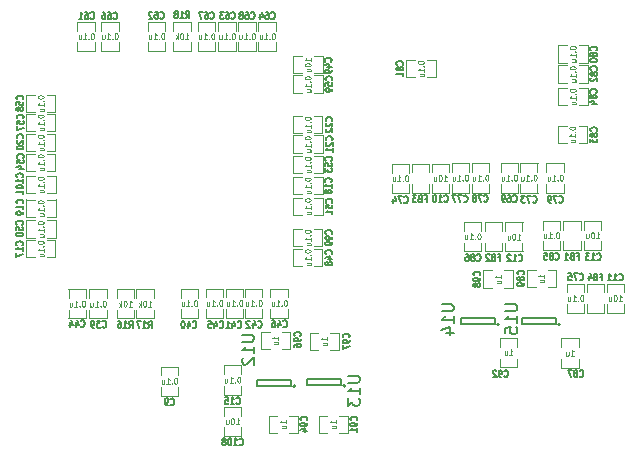
<source format=gbo>
G04 #@! TF.FileFunction,Legend,Bot*
%FSLAX46Y46*%
G04 Gerber Fmt 4.6, Leading zero omitted, Abs format (unit mm)*
G04 Created by KiCad (PCBNEW 4.0.7+dfsg1-1) date Sun Apr 22 11:28:12 2018*
%MOMM*%
%LPD*%
G01*
G04 APERTURE LIST*
%ADD10C,0.150000*%
%ADD11C,0.119380*%
%ADD12C,0.127000*%
%ADD13C,0.114300*%
G04 APERTURE END LIST*
D10*
X123260000Y-58424000D02*
G75*
G03X123260000Y-58424000I-100000J0D01*
G01*
X122910000Y-57874000D02*
X122910000Y-58374000D01*
X120010000Y-57874000D02*
X122910000Y-57874000D01*
X120010000Y-58374000D02*
X120010000Y-57874000D01*
X122910000Y-58374000D02*
X120010000Y-58374000D01*
X100840000Y-63654000D02*
G75*
G03X100840000Y-63654000I-100000J0D01*
G01*
X100490000Y-63104000D02*
X100490000Y-63604000D01*
X97590000Y-63104000D02*
X100490000Y-63104000D01*
X97590000Y-63604000D02*
X97590000Y-63104000D01*
X100490000Y-63604000D02*
X97590000Y-63604000D01*
X105080000Y-63614000D02*
G75*
G03X105080000Y-63614000I-100000J0D01*
G01*
X104730000Y-63064000D02*
X104730000Y-63564000D01*
X101830000Y-63064000D02*
X104730000Y-63064000D01*
X101830000Y-63564000D02*
X101830000Y-63064000D01*
X104730000Y-63564000D02*
X101830000Y-63564000D01*
X118080000Y-58424000D02*
G75*
G03X118080000Y-58424000I-100000J0D01*
G01*
X117730000Y-57874000D02*
X117730000Y-58374000D01*
X114830000Y-57874000D02*
X117730000Y-57874000D01*
X114830000Y-58374000D02*
X114830000Y-57874000D01*
X117730000Y-58374000D02*
X114830000Y-58374000D01*
D11*
X126974060Y-56710380D02*
X126974060Y-57408880D01*
X126974060Y-55709620D02*
X126974060Y-55011120D01*
X125505940Y-56710380D02*
X125505940Y-57408880D01*
X125505940Y-55011120D02*
X125505940Y-55709620D01*
X125503400Y-57449520D02*
X126976600Y-57449520D01*
X126976600Y-54970480D02*
X125503400Y-54970480D01*
X116865940Y-50499620D02*
X116865940Y-49801120D01*
X116865940Y-51500380D02*
X116865940Y-52198880D01*
X118334060Y-50499620D02*
X118334060Y-49801120D01*
X118334060Y-52198880D02*
X118334060Y-51500380D01*
X118336600Y-49760480D02*
X116863400Y-49760480D01*
X116863400Y-52239520D02*
X118336600Y-52239520D01*
X123525940Y-50389620D02*
X123525940Y-49691120D01*
X123525940Y-51390380D02*
X123525940Y-52088880D01*
X124994060Y-50389620D02*
X124994060Y-49691120D01*
X124994060Y-52088880D02*
X124994060Y-51390380D01*
X124996600Y-49650480D02*
X123523400Y-49650480D01*
X123523400Y-52129520D02*
X124996600Y-52129520D01*
X90495940Y-33533620D02*
X90495940Y-32835120D01*
X90495940Y-34534380D02*
X90495940Y-35232880D01*
X91964060Y-33533620D02*
X91964060Y-32835120D01*
X91964060Y-35232880D02*
X91964060Y-34534380D01*
X91966600Y-32794480D02*
X90493400Y-32794480D01*
X90493400Y-35273520D02*
X91966600Y-35273520D01*
X88844060Y-57170380D02*
X88844060Y-57868880D01*
X88844060Y-56169620D02*
X88844060Y-55471120D01*
X87375940Y-57170380D02*
X87375940Y-57868880D01*
X87375940Y-55471120D02*
X87375940Y-56169620D01*
X87373400Y-57909520D02*
X88846600Y-57909520D01*
X88846600Y-55430480D02*
X87373400Y-55430480D01*
X85725940Y-56169620D02*
X85725940Y-55471120D01*
X85725940Y-57170380D02*
X85725940Y-57868880D01*
X87194060Y-56169620D02*
X87194060Y-55471120D01*
X87194060Y-57868880D02*
X87194060Y-57170380D01*
X87196600Y-55430480D02*
X85723400Y-55430480D01*
X85723400Y-57909520D02*
X87196600Y-57909520D01*
X94775940Y-66129620D02*
X94775940Y-65431120D01*
X94775940Y-67130380D02*
X94775940Y-67828880D01*
X96244060Y-66129620D02*
X96244060Y-65431120D01*
X96244060Y-67828880D02*
X96244060Y-67130380D01*
X96246600Y-65390480D02*
X94773400Y-65390480D01*
X94773400Y-67869520D02*
X96246600Y-67869520D01*
X102400380Y-35695940D02*
X103098880Y-35695940D01*
X101399620Y-35695940D02*
X100701120Y-35695940D01*
X102400380Y-37164060D02*
X103098880Y-37164060D01*
X100701120Y-37164060D02*
X101399620Y-37164060D01*
X103139520Y-37166600D02*
X103139520Y-35693400D01*
X100660480Y-35693400D02*
X100660480Y-37166600D01*
X78789620Y-47308060D02*
X78091120Y-47308060D01*
X79790380Y-47308060D02*
X80488880Y-47308060D01*
X78789620Y-45839940D02*
X78091120Y-45839940D01*
X80488880Y-45839940D02*
X79790380Y-45839940D01*
X78050480Y-45837400D02*
X78050480Y-47310600D01*
X80529520Y-47310600D02*
X80529520Y-45837400D01*
X102390380Y-50339940D02*
X103088880Y-50339940D01*
X101389620Y-50339940D02*
X100691120Y-50339940D01*
X102390380Y-51808060D02*
X103088880Y-51808060D01*
X100691120Y-51808060D02*
X101389620Y-51808060D01*
X103129520Y-51810600D02*
X103129520Y-50337400D01*
X100650480Y-50337400D02*
X100650480Y-51810600D01*
X118500380Y-53845940D02*
X119198880Y-53845940D01*
X117499620Y-53845940D02*
X116801120Y-53845940D01*
X118500380Y-55314060D02*
X119198880Y-55314060D01*
X116801120Y-55314060D02*
X117499620Y-55314060D01*
X119239520Y-55316600D02*
X119239520Y-53843400D01*
X116760480Y-53843400D02*
X116760480Y-55316600D01*
X102769620Y-60578060D02*
X102071120Y-60578060D01*
X103770380Y-60578060D02*
X104468880Y-60578060D01*
X102769620Y-59109940D02*
X102071120Y-59109940D01*
X104468880Y-59109940D02*
X103770380Y-59109940D01*
X102030480Y-59107400D02*
X102030480Y-60580600D01*
X104509520Y-60580600D02*
X104509520Y-59107400D01*
X98659620Y-60518060D02*
X97961120Y-60518060D01*
X99660380Y-60518060D02*
X100358880Y-60518060D01*
X98659620Y-59049940D02*
X97961120Y-59049940D01*
X100358880Y-59049940D02*
X99660380Y-59049940D01*
X97920480Y-59047400D02*
X97920480Y-60520600D01*
X100399520Y-60520600D02*
X100399520Y-59047400D01*
X99309620Y-67608060D02*
X98611120Y-67608060D01*
X100310380Y-67608060D02*
X101008880Y-67608060D01*
X99309620Y-66139940D02*
X98611120Y-66139940D01*
X101008880Y-66139940D02*
X100310380Y-66139940D01*
X98570480Y-66137400D02*
X98570480Y-67610600D01*
X101049520Y-67610600D02*
X101049520Y-66137400D01*
X118135940Y-60309620D02*
X118135940Y-59611120D01*
X118135940Y-61310380D02*
X118135940Y-62008880D01*
X119604060Y-60309620D02*
X119604060Y-59611120D01*
X119604060Y-62008880D02*
X119604060Y-61310380D01*
X119606600Y-59570480D02*
X118133400Y-59570480D01*
X118133400Y-62049520D02*
X119606600Y-62049520D01*
X103539620Y-67608060D02*
X102841120Y-67608060D01*
X104540380Y-67608060D02*
X105238880Y-67608060D01*
X103539620Y-66139940D02*
X102841120Y-66139940D01*
X105238880Y-66139940D02*
X104540380Y-66139940D01*
X102800480Y-66137400D02*
X102800480Y-67610600D01*
X105279520Y-67610600D02*
X105279520Y-66137400D01*
X121189620Y-55278060D02*
X120491120Y-55278060D01*
X122190380Y-55278060D02*
X122888880Y-55278060D01*
X121189620Y-53809940D02*
X120491120Y-53809940D01*
X122888880Y-53809940D02*
X122190380Y-53809940D01*
X120450480Y-53807400D02*
X120450480Y-55280600D01*
X122929520Y-55280600D02*
X122929520Y-53807400D01*
X123345940Y-60339620D02*
X123345940Y-59641120D01*
X123345940Y-61340380D02*
X123345940Y-62038880D01*
X124814060Y-60339620D02*
X124814060Y-59641120D01*
X124814060Y-62038880D02*
X124814060Y-61340380D01*
X124816600Y-59600480D02*
X123343400Y-59600480D01*
X123343400Y-62079520D02*
X124816600Y-62079520D01*
X115115940Y-50489620D02*
X115115940Y-49791120D01*
X115115940Y-51490380D02*
X115115940Y-52188880D01*
X116584060Y-50489620D02*
X116584060Y-49791120D01*
X116584060Y-52188880D02*
X116584060Y-51490380D01*
X116586600Y-49750480D02*
X115113400Y-49750480D01*
X115113400Y-52229520D02*
X116586600Y-52229520D01*
X121775940Y-50379620D02*
X121775940Y-49681120D01*
X121775940Y-51380380D02*
X121775940Y-52078880D01*
X123244060Y-50379620D02*
X123244060Y-49681120D01*
X123244060Y-52078880D02*
X123244060Y-51380380D01*
X123246600Y-49640480D02*
X121773400Y-49640480D01*
X121773400Y-52119520D02*
X123246600Y-52119520D01*
X124830380Y-38389940D02*
X125528880Y-38389940D01*
X123829620Y-38389940D02*
X123131120Y-38389940D01*
X124830380Y-39858060D02*
X125528880Y-39858060D01*
X123131120Y-39858060D02*
X123829620Y-39858060D01*
X125569520Y-39860600D02*
X125569520Y-38387400D01*
X123090480Y-38387400D02*
X123090480Y-39860600D01*
X124820380Y-41599940D02*
X125518880Y-41599940D01*
X123819620Y-41599940D02*
X123121120Y-41599940D01*
X124820380Y-43068060D02*
X125518880Y-43068060D01*
X123121120Y-43068060D02*
X123819620Y-43068060D01*
X125559520Y-43070600D02*
X125559520Y-41597400D01*
X123080480Y-41597400D02*
X123080480Y-43070600D01*
X124840380Y-36489940D02*
X125538880Y-36489940D01*
X123839620Y-36489940D02*
X123141120Y-36489940D01*
X124840380Y-37958060D02*
X125538880Y-37958060D01*
X123141120Y-37958060D02*
X123839620Y-37958060D01*
X125579520Y-37960600D02*
X125579520Y-36487400D01*
X123100480Y-36487400D02*
X123100480Y-37960600D01*
X110979620Y-37504060D02*
X110281120Y-37504060D01*
X111980380Y-37504060D02*
X112678880Y-37504060D01*
X110979620Y-36035940D02*
X110281120Y-36035940D01*
X112678880Y-36035940D02*
X111980380Y-36035940D01*
X110240480Y-36033400D02*
X110240480Y-37506600D01*
X112719520Y-37506600D02*
X112719520Y-36033400D01*
X124840380Y-34789940D02*
X125538880Y-34789940D01*
X123839620Y-34789940D02*
X123141120Y-34789940D01*
X124840380Y-36258060D02*
X125538880Y-36258060D01*
X123141120Y-36258060D02*
X123839620Y-36258060D01*
X125579520Y-36260600D02*
X125579520Y-34787400D01*
X123100480Y-34787400D02*
X123100480Y-36260600D01*
X123564060Y-46510380D02*
X123564060Y-47208880D01*
X123564060Y-45509620D02*
X123564060Y-44811120D01*
X122095940Y-46510380D02*
X122095940Y-47208880D01*
X122095940Y-44811120D02*
X122095940Y-45509620D01*
X122093400Y-47249520D02*
X123566600Y-47249520D01*
X123566600Y-44770480D02*
X122093400Y-44770480D01*
X117244060Y-46520380D02*
X117244060Y-47218880D01*
X117244060Y-45519620D02*
X117244060Y-44821120D01*
X115775940Y-46520380D02*
X115775940Y-47218880D01*
X115775940Y-44821120D02*
X115775940Y-45519620D01*
X115773400Y-47259520D02*
X117246600Y-47259520D01*
X117246600Y-44780480D02*
X115773400Y-44780480D01*
X115524060Y-46520380D02*
X115524060Y-47218880D01*
X115524060Y-45519620D02*
X115524060Y-44821120D01*
X114055940Y-46520380D02*
X114055940Y-47218880D01*
X114055940Y-44821120D02*
X114055940Y-45519620D01*
X114053400Y-47259520D02*
X115526600Y-47259520D01*
X115526600Y-44780480D02*
X114053400Y-44780480D01*
X123825940Y-55709620D02*
X123825940Y-55011120D01*
X123825940Y-56710380D02*
X123825940Y-57408880D01*
X125294060Y-55709620D02*
X125294060Y-55011120D01*
X125294060Y-57408880D02*
X125294060Y-56710380D01*
X125296600Y-54970480D02*
X123823400Y-54970480D01*
X123823400Y-57449520D02*
X125296600Y-57449520D01*
X108985940Y-45559620D02*
X108985940Y-44861120D01*
X108985940Y-46560380D02*
X108985940Y-47258880D01*
X110454060Y-45559620D02*
X110454060Y-44861120D01*
X110454060Y-47258880D02*
X110454060Y-46560380D01*
X110456600Y-44820480D02*
X108983400Y-44820480D01*
X108983400Y-47299520D02*
X110456600Y-47299520D01*
X121334060Y-46510380D02*
X121334060Y-47208880D01*
X121334060Y-45509620D02*
X121334060Y-44811120D01*
X119865940Y-46510380D02*
X119865940Y-47208880D01*
X119865940Y-44811120D02*
X119865940Y-45509620D01*
X119863400Y-47249520D02*
X121336600Y-47249520D01*
X121336600Y-44770480D02*
X119863400Y-44770480D01*
X119674060Y-46510380D02*
X119674060Y-47208880D01*
X119674060Y-45509620D02*
X119674060Y-44811120D01*
X118205940Y-46510380D02*
X118205940Y-47208880D01*
X118205940Y-44811120D02*
X118205940Y-45509620D01*
X118203400Y-47249520D02*
X119676600Y-47249520D01*
X119676600Y-44770480D02*
X118203400Y-44770480D01*
X96005940Y-33533620D02*
X96005940Y-32835120D01*
X96005940Y-34534380D02*
X96005940Y-35232880D01*
X97474060Y-33533620D02*
X97474060Y-32835120D01*
X97474060Y-35232880D02*
X97474060Y-34534380D01*
X97476600Y-32794480D02*
X96003400Y-32794480D01*
X96003400Y-35273520D02*
X97476600Y-35273520D01*
X92585940Y-33543620D02*
X92585940Y-32845120D01*
X92585940Y-34544380D02*
X92585940Y-35242880D01*
X94054060Y-33543620D02*
X94054060Y-32845120D01*
X94054060Y-35242880D02*
X94054060Y-34544380D01*
X94056600Y-32804480D02*
X92583400Y-32804480D01*
X92583400Y-35283520D02*
X94056600Y-35283520D01*
X84395940Y-33533620D02*
X84395940Y-32835120D01*
X84395940Y-34534380D02*
X84395940Y-35232880D01*
X85864060Y-33533620D02*
X85864060Y-32835120D01*
X85864060Y-35232880D02*
X85864060Y-34534380D01*
X85866600Y-32794480D02*
X84393400Y-32794480D01*
X84393400Y-35273520D02*
X85866600Y-35273520D01*
X97705940Y-33533620D02*
X97705940Y-32835120D01*
X97705940Y-34534380D02*
X97705940Y-35232880D01*
X99174060Y-33533620D02*
X99174060Y-32835120D01*
X99174060Y-35232880D02*
X99174060Y-34534380D01*
X99176600Y-32794480D02*
X97703400Y-32794480D01*
X97703400Y-35273520D02*
X99176600Y-35273520D01*
X94315940Y-33533620D02*
X94315940Y-32835120D01*
X94315940Y-34534380D02*
X94315940Y-35232880D01*
X95784060Y-33533620D02*
X95784060Y-32835120D01*
X95784060Y-35232880D02*
X95784060Y-34534380D01*
X95786600Y-32794480D02*
X94313400Y-32794480D01*
X94313400Y-35273520D02*
X95786600Y-35273520D01*
X88345940Y-33533620D02*
X88345940Y-32835120D01*
X88345940Y-34534380D02*
X88345940Y-35232880D01*
X89814060Y-33533620D02*
X89814060Y-32835120D01*
X89814060Y-35232880D02*
X89814060Y-34534380D01*
X89816600Y-32794480D02*
X88343400Y-32794480D01*
X88343400Y-35273520D02*
X89816600Y-35273520D01*
X82385940Y-33533620D02*
X82385940Y-32835120D01*
X82385940Y-34534380D02*
X82385940Y-35232880D01*
X83854060Y-33533620D02*
X83854060Y-32835120D01*
X83854060Y-35232880D02*
X83854060Y-34534380D01*
X83856600Y-32794480D02*
X82383400Y-32794480D01*
X82383400Y-35273520D02*
X83856600Y-35273520D01*
X102400380Y-37339940D02*
X103098880Y-37339940D01*
X101399620Y-37339940D02*
X100701120Y-37339940D01*
X102400380Y-38808060D02*
X103098880Y-38808060D01*
X100701120Y-38808060D02*
X101399620Y-38808060D01*
X103139520Y-38810600D02*
X103139520Y-37337400D01*
X100660480Y-37337400D02*
X100660480Y-38810600D01*
X78779620Y-40428060D02*
X78081120Y-40428060D01*
X79780380Y-40428060D02*
X80478880Y-40428060D01*
X78779620Y-38959940D02*
X78081120Y-38959940D01*
X80478880Y-38959940D02*
X79780380Y-38959940D01*
X78040480Y-38957400D02*
X78040480Y-40430600D01*
X80519520Y-40430600D02*
X80519520Y-38957400D01*
X78779620Y-42048060D02*
X78081120Y-42048060D01*
X79780380Y-42048060D02*
X80478880Y-42048060D01*
X78779620Y-40579940D02*
X78081120Y-40579940D01*
X80478880Y-40579940D02*
X79780380Y-40579940D01*
X78040480Y-40577400D02*
X78040480Y-42050600D01*
X80519520Y-42050600D02*
X80519520Y-40577400D01*
X78779620Y-45418060D02*
X78081120Y-45418060D01*
X79780380Y-45418060D02*
X80478880Y-45418060D01*
X78779620Y-43949940D02*
X78081120Y-43949940D01*
X80478880Y-43949940D02*
X79780380Y-43949940D01*
X78040480Y-43947400D02*
X78040480Y-45420600D01*
X80519520Y-45420600D02*
X80519520Y-43947400D01*
X102400380Y-44159940D02*
X103098880Y-44159940D01*
X101399620Y-44159940D02*
X100701120Y-44159940D01*
X102400380Y-45628060D02*
X103098880Y-45628060D01*
X100701120Y-45628060D02*
X101399620Y-45628060D01*
X103139520Y-45630600D02*
X103139520Y-44157400D01*
X100660480Y-44157400D02*
X100660480Y-45630600D01*
X102400380Y-47679940D02*
X103098880Y-47679940D01*
X101399620Y-47679940D02*
X100701120Y-47679940D01*
X102400380Y-49148060D02*
X103098880Y-49148060D01*
X100701120Y-49148060D02*
X101399620Y-49148060D01*
X103139520Y-49150600D02*
X103139520Y-47677400D01*
X100660480Y-47677400D02*
X100660480Y-49150600D01*
X78789620Y-51068060D02*
X78091120Y-51068060D01*
X79790380Y-51068060D02*
X80488880Y-51068060D01*
X78789620Y-49599940D02*
X78091120Y-49599940D01*
X80488880Y-49599940D02*
X79790380Y-49599940D01*
X78050480Y-49597400D02*
X78050480Y-51070600D01*
X80529520Y-51070600D02*
X80529520Y-49597400D01*
X102390380Y-51999940D02*
X103088880Y-51999940D01*
X101389620Y-51999940D02*
X100691120Y-51999940D01*
X102390380Y-53468060D02*
X103088880Y-53468060D01*
X100691120Y-53468060D02*
X101389620Y-53468060D01*
X103129520Y-53470600D02*
X103129520Y-51997400D01*
X100650480Y-51997400D02*
X100650480Y-53470600D01*
X100194060Y-57130380D02*
X100194060Y-57828880D01*
X100194060Y-56129620D02*
X100194060Y-55431120D01*
X98725940Y-57130380D02*
X98725940Y-57828880D01*
X98725940Y-55431120D02*
X98725940Y-56129620D01*
X98723400Y-57869520D02*
X100196600Y-57869520D01*
X100196600Y-55390480D02*
X98723400Y-55390480D01*
X94724060Y-57130380D02*
X94724060Y-57828880D01*
X94724060Y-56129620D02*
X94724060Y-55431120D01*
X93255940Y-57130380D02*
X93255940Y-57828880D01*
X93255940Y-55431120D02*
X93255940Y-56129620D01*
X93253400Y-57869520D02*
X94726600Y-57869520D01*
X94726600Y-55390480D02*
X93253400Y-55390480D01*
X83094060Y-57174380D02*
X83094060Y-57872880D01*
X83094060Y-56173620D02*
X83094060Y-55475120D01*
X81625940Y-57174380D02*
X81625940Y-57872880D01*
X81625940Y-55475120D02*
X81625940Y-56173620D01*
X81623400Y-57913520D02*
X83096600Y-57913520D01*
X83096600Y-55434480D02*
X81623400Y-55434480D01*
X98044060Y-57124380D02*
X98044060Y-57822880D01*
X98044060Y-56123620D02*
X98044060Y-55425120D01*
X96575940Y-57124380D02*
X96575940Y-57822880D01*
X96575940Y-55425120D02*
X96575940Y-56123620D01*
X96573400Y-57863520D02*
X98046600Y-57863520D01*
X98046600Y-55384480D02*
X96573400Y-55384480D01*
X96424060Y-57124380D02*
X96424060Y-57822880D01*
X96424060Y-56123620D02*
X96424060Y-55425120D01*
X94955940Y-57124380D02*
X94955940Y-57822880D01*
X94955940Y-55425120D02*
X94955940Y-56123620D01*
X94953400Y-57863520D02*
X96426600Y-57863520D01*
X96426600Y-55384480D02*
X94953400Y-55384480D01*
X92584060Y-57140380D02*
X92584060Y-57838880D01*
X92584060Y-56139620D02*
X92584060Y-55441120D01*
X91115940Y-57140380D02*
X91115940Y-57838880D01*
X91115940Y-55441120D02*
X91115940Y-56139620D01*
X91113400Y-57879520D02*
X92586600Y-57879520D01*
X92586600Y-55400480D02*
X91113400Y-55400480D01*
X84864060Y-57174380D02*
X84864060Y-57872880D01*
X84864060Y-56173620D02*
X84864060Y-55475120D01*
X83395940Y-57174380D02*
X83395940Y-57872880D01*
X83395940Y-55475120D02*
X83395940Y-56173620D01*
X83393400Y-57913520D02*
X84866600Y-57913520D01*
X84866600Y-55434480D02*
X83393400Y-55434480D01*
X89435940Y-62719620D02*
X89435940Y-62021120D01*
X89435940Y-63720380D02*
X89435940Y-64418880D01*
X90904060Y-62719620D02*
X90904060Y-62021120D01*
X90904060Y-64418880D02*
X90904060Y-63720380D01*
X90906600Y-61980480D02*
X89433400Y-61980480D01*
X89433400Y-64459520D02*
X90906600Y-64459520D01*
X113834060Y-46550380D02*
X113834060Y-47248880D01*
X113834060Y-45549620D02*
X113834060Y-44851120D01*
X112365940Y-46550380D02*
X112365940Y-47248880D01*
X112365940Y-44851120D02*
X112365940Y-45549620D01*
X112363400Y-47289520D02*
X113836600Y-47289520D01*
X113836600Y-44810480D02*
X112363400Y-44810480D01*
X128654060Y-56710380D02*
X128654060Y-57408880D01*
X128654060Y-55709620D02*
X128654060Y-55011120D01*
X127185940Y-56710380D02*
X127185940Y-57408880D01*
X127185940Y-55011120D02*
X127185940Y-55709620D01*
X127183400Y-57449520D02*
X128656600Y-57449520D01*
X128656600Y-54970480D02*
X127183400Y-54970480D01*
X120064060Y-51500380D02*
X120064060Y-52198880D01*
X120064060Y-50499620D02*
X120064060Y-49801120D01*
X118595940Y-51500380D02*
X118595940Y-52198880D01*
X118595940Y-49801120D02*
X118595940Y-50499620D01*
X118593400Y-52239520D02*
X120066600Y-52239520D01*
X120066600Y-49760480D02*
X118593400Y-49760480D01*
X126744060Y-51390380D02*
X126744060Y-52088880D01*
X126744060Y-50389620D02*
X126744060Y-49691120D01*
X125275940Y-51390380D02*
X125275940Y-52088880D01*
X125275940Y-49691120D02*
X125275940Y-50389620D01*
X125273400Y-52129520D02*
X126746600Y-52129520D01*
X126746600Y-49650480D02*
X125273400Y-49650480D01*
X112154060Y-46550380D02*
X112154060Y-47248880D01*
X112154060Y-45549620D02*
X112154060Y-44851120D01*
X110685940Y-46550380D02*
X110685940Y-47248880D01*
X110685940Y-44851120D02*
X110685940Y-45549620D01*
X110683400Y-47289520D02*
X112156600Y-47289520D01*
X112156600Y-44810480D02*
X110683400Y-44810480D01*
X94775940Y-62623620D02*
X94775940Y-61925120D01*
X94775940Y-63624380D02*
X94775940Y-64322880D01*
X96244060Y-62623620D02*
X96244060Y-61925120D01*
X96244060Y-64322880D02*
X96244060Y-63624380D01*
X96246600Y-61884480D02*
X94773400Y-61884480D01*
X94773400Y-64363520D02*
X96246600Y-64363520D01*
X78779620Y-52738060D02*
X78081120Y-52738060D01*
X79780380Y-52738060D02*
X80478880Y-52738060D01*
X78779620Y-51269940D02*
X78081120Y-51269940D01*
X80478880Y-51269940D02*
X79780380Y-51269940D01*
X78040480Y-51267400D02*
X78040480Y-52740600D01*
X80519520Y-52740600D02*
X80519520Y-51267400D01*
X102400380Y-45919940D02*
X103098880Y-45919940D01*
X101399620Y-45919940D02*
X100701120Y-45919940D01*
X102400380Y-47388060D02*
X103098880Y-47388060D01*
X100701120Y-47388060D02*
X101399620Y-47388060D01*
X103139520Y-47390600D02*
X103139520Y-45917400D01*
X100660480Y-45917400D02*
X100660480Y-47390600D01*
X78789620Y-49308060D02*
X78091120Y-49308060D01*
X79790380Y-49308060D02*
X80488880Y-49308060D01*
X78789620Y-47839940D02*
X78091120Y-47839940D01*
X80488880Y-47839940D02*
X79790380Y-47839940D01*
X78050480Y-47837400D02*
X78050480Y-49310600D01*
X80529520Y-49310600D02*
X80529520Y-47837400D01*
X78779620Y-43758060D02*
X78081120Y-43758060D01*
X79780380Y-43758060D02*
X80478880Y-43758060D01*
X78779620Y-42289940D02*
X78081120Y-42289940D01*
X80478880Y-42289940D02*
X79780380Y-42289940D01*
X78040480Y-42287400D02*
X78040480Y-43760600D01*
X80519520Y-43760600D02*
X80519520Y-42287400D01*
X102400380Y-42419940D02*
X103098880Y-42419940D01*
X101399620Y-42419940D02*
X100701120Y-42419940D01*
X102400380Y-43888060D02*
X103098880Y-43888060D01*
X100701120Y-43888060D02*
X101399620Y-43888060D01*
X103139520Y-43890600D02*
X103139520Y-42417400D01*
X100660480Y-42417400D02*
X100660480Y-43890600D01*
X102390380Y-40769940D02*
X103088880Y-40769940D01*
X101389620Y-40769940D02*
X100691120Y-40769940D01*
X102390380Y-42238060D02*
X103088880Y-42238060D01*
X100691120Y-42238060D02*
X101389620Y-42238060D01*
X103129520Y-42240600D02*
X103129520Y-40767400D01*
X100650480Y-40767400D02*
X100650480Y-42240600D01*
D10*
X118612381Y-56701905D02*
X119421905Y-56701905D01*
X119517143Y-56749524D01*
X119564762Y-56797143D01*
X119612381Y-56892381D01*
X119612381Y-57082858D01*
X119564762Y-57178096D01*
X119517143Y-57225715D01*
X119421905Y-57273334D01*
X118612381Y-57273334D01*
X119612381Y-58273334D02*
X119612381Y-57701905D01*
X119612381Y-57987619D02*
X118612381Y-57987619D01*
X118755238Y-57892381D01*
X118850476Y-57797143D01*
X118898095Y-57701905D01*
X118612381Y-59178096D02*
X118612381Y-58701905D01*
X119088571Y-58654286D01*
X119040952Y-58701905D01*
X118993333Y-58797143D01*
X118993333Y-59035239D01*
X119040952Y-59130477D01*
X119088571Y-59178096D01*
X119183810Y-59225715D01*
X119421905Y-59225715D01*
X119517143Y-59178096D01*
X119564762Y-59130477D01*
X119612381Y-59035239D01*
X119612381Y-58797143D01*
X119564762Y-58701905D01*
X119517143Y-58654286D01*
X96322381Y-59295905D02*
X97131905Y-59295905D01*
X97227143Y-59343524D01*
X97274762Y-59391143D01*
X97322381Y-59486381D01*
X97322381Y-59676858D01*
X97274762Y-59772096D01*
X97227143Y-59819715D01*
X97131905Y-59867334D01*
X96322381Y-59867334D01*
X97322381Y-60867334D02*
X97322381Y-60295905D01*
X97322381Y-60581619D02*
X96322381Y-60581619D01*
X96465238Y-60486381D01*
X96560476Y-60391143D01*
X96608095Y-60295905D01*
X96417619Y-61248286D02*
X96370000Y-61295905D01*
X96322381Y-61391143D01*
X96322381Y-61629239D01*
X96370000Y-61724477D01*
X96417619Y-61772096D01*
X96512857Y-61819715D01*
X96608095Y-61819715D01*
X96750952Y-61772096D01*
X97322381Y-61200667D01*
X97322381Y-61819715D01*
X105282381Y-62776305D02*
X106091905Y-62776305D01*
X106187143Y-62823924D01*
X106234762Y-62871543D01*
X106282381Y-62966781D01*
X106282381Y-63157258D01*
X106234762Y-63252496D01*
X106187143Y-63300115D01*
X106091905Y-63347734D01*
X105282381Y-63347734D01*
X106282381Y-64347734D02*
X106282381Y-63776305D01*
X106282381Y-64062019D02*
X105282381Y-64062019D01*
X105425238Y-63966781D01*
X105520476Y-63871543D01*
X105568095Y-63776305D01*
X105282381Y-64681067D02*
X105282381Y-65300115D01*
X105663333Y-64966781D01*
X105663333Y-65109639D01*
X105710952Y-65204877D01*
X105758571Y-65252496D01*
X105853810Y-65300115D01*
X106091905Y-65300115D01*
X106187143Y-65252496D01*
X106234762Y-65204877D01*
X106282381Y-65109639D01*
X106282381Y-64823924D01*
X106234762Y-64728686D01*
X106187143Y-64681067D01*
X113232381Y-56721905D02*
X114041905Y-56721905D01*
X114137143Y-56769524D01*
X114184762Y-56817143D01*
X114232381Y-56912381D01*
X114232381Y-57102858D01*
X114184762Y-57198096D01*
X114137143Y-57245715D01*
X114041905Y-57293334D01*
X113232381Y-57293334D01*
X114232381Y-58293334D02*
X114232381Y-57721905D01*
X114232381Y-58007619D02*
X113232381Y-58007619D01*
X113375238Y-57912381D01*
X113470476Y-57817143D01*
X113518095Y-57721905D01*
X113565714Y-59150477D02*
X114232381Y-59150477D01*
X113184762Y-58912381D02*
X113899048Y-58674286D01*
X113899048Y-59293334D01*
D12*
X126663333Y-54390271D02*
X126832667Y-54390271D01*
X126832667Y-54696281D02*
X126832667Y-54112081D01*
X126590762Y-54112081D01*
X126227904Y-54390271D02*
X126155333Y-54418090D01*
X126131142Y-54445910D01*
X126106952Y-54501548D01*
X126106952Y-54585005D01*
X126131142Y-54640643D01*
X126155333Y-54668462D01*
X126203714Y-54696281D01*
X126397238Y-54696281D01*
X126397238Y-54112081D01*
X126227904Y-54112081D01*
X126179523Y-54139900D01*
X126155333Y-54167719D01*
X126131142Y-54223357D01*
X126131142Y-54278995D01*
X126155333Y-54334633D01*
X126179523Y-54362452D01*
X126227904Y-54390271D01*
X126397238Y-54390271D01*
X125671523Y-54306814D02*
X125671523Y-54696281D01*
X125792476Y-54084262D02*
X125913428Y-54501548D01*
X125598952Y-54501548D01*
X118023333Y-52736271D02*
X118192667Y-52736271D01*
X118192667Y-53042281D02*
X118192667Y-52458081D01*
X117950762Y-52458081D01*
X117587904Y-52736271D02*
X117515333Y-52764090D01*
X117491142Y-52791910D01*
X117466952Y-52847548D01*
X117466952Y-52931005D01*
X117491142Y-52986643D01*
X117515333Y-53014462D01*
X117563714Y-53042281D01*
X117757238Y-53042281D01*
X117757238Y-52458081D01*
X117587904Y-52458081D01*
X117539523Y-52485900D01*
X117515333Y-52513719D01*
X117491142Y-52569357D01*
X117491142Y-52624995D01*
X117515333Y-52680633D01*
X117539523Y-52708452D01*
X117587904Y-52736271D01*
X117757238Y-52736271D01*
X117273428Y-52513719D02*
X117249238Y-52485900D01*
X117200857Y-52458081D01*
X117079904Y-52458081D01*
X117031523Y-52485900D01*
X117007333Y-52513719D01*
X116983142Y-52569357D01*
X116983142Y-52624995D01*
X117007333Y-52708452D01*
X117297619Y-53042281D01*
X116983142Y-53042281D01*
X124683333Y-52626271D02*
X124852667Y-52626271D01*
X124852667Y-52932281D02*
X124852667Y-52348081D01*
X124610762Y-52348081D01*
X124247904Y-52626271D02*
X124175333Y-52654090D01*
X124151142Y-52681910D01*
X124126952Y-52737548D01*
X124126952Y-52821005D01*
X124151142Y-52876643D01*
X124175333Y-52904462D01*
X124223714Y-52932281D01*
X124417238Y-52932281D01*
X124417238Y-52348081D01*
X124247904Y-52348081D01*
X124199523Y-52375900D01*
X124175333Y-52403719D01*
X124151142Y-52459357D01*
X124151142Y-52514995D01*
X124175333Y-52570633D01*
X124199523Y-52598452D01*
X124247904Y-52626271D01*
X124417238Y-52626271D01*
X123643142Y-52932281D02*
X123933428Y-52932281D01*
X123788285Y-52932281D02*
X123788285Y-52348081D01*
X123836666Y-52431538D01*
X123885047Y-52487176D01*
X123933428Y-52514995D01*
X91566572Y-32468281D02*
X91735905Y-32190090D01*
X91856858Y-32468281D02*
X91856858Y-31884081D01*
X91663334Y-31884081D01*
X91614953Y-31911900D01*
X91590762Y-31939719D01*
X91566572Y-31995357D01*
X91566572Y-32078814D01*
X91590762Y-32134452D01*
X91614953Y-32162271D01*
X91663334Y-32190090D01*
X91856858Y-32190090D01*
X91082762Y-32468281D02*
X91373048Y-32468281D01*
X91227905Y-32468281D02*
X91227905Y-31884081D01*
X91276286Y-31967538D01*
X91324667Y-32023176D01*
X91373048Y-32050995D01*
X90792476Y-32134452D02*
X90840857Y-32106633D01*
X90865048Y-32078814D01*
X90889238Y-32023176D01*
X90889238Y-31995357D01*
X90865048Y-31939719D01*
X90840857Y-31911900D01*
X90792476Y-31884081D01*
X90695714Y-31884081D01*
X90647333Y-31911900D01*
X90623143Y-31939719D01*
X90598952Y-31995357D01*
X90598952Y-32023176D01*
X90623143Y-32078814D01*
X90647333Y-32106633D01*
X90695714Y-32134452D01*
X90792476Y-32134452D01*
X90840857Y-32162271D01*
X90865048Y-32190090D01*
X90889238Y-32245729D01*
X90889238Y-32357005D01*
X90865048Y-32412643D01*
X90840857Y-32440462D01*
X90792476Y-32468281D01*
X90695714Y-32468281D01*
X90647333Y-32440462D01*
X90623143Y-32412643D01*
X90598952Y-32357005D01*
X90598952Y-32245729D01*
X90623143Y-32190090D01*
X90647333Y-32162271D01*
X90695714Y-32134452D01*
D13*
X91502143Y-34263810D02*
X91763400Y-34263810D01*
X91632772Y-34263810D02*
X91632772Y-33755810D01*
X91676315Y-33828381D01*
X91719857Y-33876762D01*
X91763400Y-33900952D01*
X91219114Y-33755810D02*
X91175571Y-33755810D01*
X91132028Y-33780000D01*
X91110257Y-33804190D01*
X91088486Y-33852571D01*
X91066714Y-33949333D01*
X91066714Y-34070286D01*
X91088486Y-34167048D01*
X91110257Y-34215429D01*
X91132028Y-34239619D01*
X91175571Y-34263810D01*
X91219114Y-34263810D01*
X91262657Y-34239619D01*
X91284428Y-34215429D01*
X91306200Y-34167048D01*
X91327971Y-34070286D01*
X91327971Y-33949333D01*
X91306200Y-33852571D01*
X91284428Y-33804190D01*
X91262657Y-33780000D01*
X91219114Y-33755810D01*
X90870771Y-34263810D02*
X90870771Y-33755810D01*
X90827228Y-34070286D02*
X90696599Y-34263810D01*
X90696599Y-33925143D02*
X90870771Y-34118667D01*
D12*
X88396572Y-58744281D02*
X88565905Y-58466090D01*
X88686858Y-58744281D02*
X88686858Y-58160081D01*
X88493334Y-58160081D01*
X88444953Y-58187900D01*
X88420762Y-58215719D01*
X88396572Y-58271357D01*
X88396572Y-58354814D01*
X88420762Y-58410452D01*
X88444953Y-58438271D01*
X88493334Y-58466090D01*
X88686858Y-58466090D01*
X87912762Y-58744281D02*
X88203048Y-58744281D01*
X88057905Y-58744281D02*
X88057905Y-58160081D01*
X88106286Y-58243538D01*
X88154667Y-58299176D01*
X88203048Y-58326995D01*
X87743429Y-58160081D02*
X87404762Y-58160081D01*
X87622476Y-58744281D01*
D13*
X88382143Y-56899810D02*
X88643400Y-56899810D01*
X88512772Y-56899810D02*
X88512772Y-56391810D01*
X88556315Y-56464381D01*
X88599857Y-56512762D01*
X88643400Y-56536952D01*
X88099114Y-56391810D02*
X88055571Y-56391810D01*
X88012028Y-56416000D01*
X87990257Y-56440190D01*
X87968486Y-56488571D01*
X87946714Y-56585333D01*
X87946714Y-56706286D01*
X87968486Y-56803048D01*
X87990257Y-56851429D01*
X88012028Y-56875619D01*
X88055571Y-56899810D01*
X88099114Y-56899810D01*
X88142657Y-56875619D01*
X88164428Y-56851429D01*
X88186200Y-56803048D01*
X88207971Y-56706286D01*
X88207971Y-56585333D01*
X88186200Y-56488571D01*
X88164428Y-56440190D01*
X88142657Y-56416000D01*
X88099114Y-56391810D01*
X87750771Y-56899810D02*
X87750771Y-56391810D01*
X87707228Y-56706286D02*
X87576599Y-56899810D01*
X87576599Y-56561143D02*
X87750771Y-56754667D01*
D12*
X86756572Y-58704281D02*
X86925905Y-58426090D01*
X87046858Y-58704281D02*
X87046858Y-58120081D01*
X86853334Y-58120081D01*
X86804953Y-58147900D01*
X86780762Y-58175719D01*
X86756572Y-58231357D01*
X86756572Y-58314814D01*
X86780762Y-58370452D01*
X86804953Y-58398271D01*
X86853334Y-58426090D01*
X87046858Y-58426090D01*
X86272762Y-58704281D02*
X86563048Y-58704281D01*
X86417905Y-58704281D02*
X86417905Y-58120081D01*
X86466286Y-58203538D01*
X86514667Y-58259176D01*
X86563048Y-58286995D01*
X85837333Y-58120081D02*
X85934095Y-58120081D01*
X85982476Y-58147900D01*
X86006667Y-58175719D01*
X86055048Y-58259176D01*
X86079238Y-58370452D01*
X86079238Y-58593005D01*
X86055048Y-58648643D01*
X86030857Y-58676462D01*
X85982476Y-58704281D01*
X85885714Y-58704281D01*
X85837333Y-58676462D01*
X85813143Y-58648643D01*
X85788952Y-58593005D01*
X85788952Y-58453910D01*
X85813143Y-58398271D01*
X85837333Y-58370452D01*
X85885714Y-58342633D01*
X85982476Y-58342633D01*
X86030857Y-58370452D01*
X86055048Y-58398271D01*
X86079238Y-58453910D01*
D13*
X86732143Y-56899810D02*
X86993400Y-56899810D01*
X86862772Y-56899810D02*
X86862772Y-56391810D01*
X86906315Y-56464381D01*
X86949857Y-56512762D01*
X86993400Y-56536952D01*
X86449114Y-56391810D02*
X86405571Y-56391810D01*
X86362028Y-56416000D01*
X86340257Y-56440190D01*
X86318486Y-56488571D01*
X86296714Y-56585333D01*
X86296714Y-56706286D01*
X86318486Y-56803048D01*
X86340257Y-56851429D01*
X86362028Y-56875619D01*
X86405571Y-56899810D01*
X86449114Y-56899810D01*
X86492657Y-56875619D01*
X86514428Y-56851429D01*
X86536200Y-56803048D01*
X86557971Y-56706286D01*
X86557971Y-56585333D01*
X86536200Y-56488571D01*
X86514428Y-56440190D01*
X86492657Y-56416000D01*
X86449114Y-56391810D01*
X86100771Y-56899810D02*
X86100771Y-56391810D01*
X86057228Y-56706286D02*
X85926599Y-56899810D01*
X85926599Y-56561143D02*
X86100771Y-56754667D01*
D12*
X96098477Y-68598643D02*
X96122667Y-68626462D01*
X96195239Y-68654281D01*
X96243620Y-68654281D01*
X96316191Y-68626462D01*
X96364572Y-68570824D01*
X96388763Y-68515186D01*
X96412953Y-68403910D01*
X96412953Y-68320452D01*
X96388763Y-68209176D01*
X96364572Y-68153538D01*
X96316191Y-68097900D01*
X96243620Y-68070081D01*
X96195239Y-68070081D01*
X96122667Y-68097900D01*
X96098477Y-68125719D01*
X95614667Y-68654281D02*
X95904953Y-68654281D01*
X95759810Y-68654281D02*
X95759810Y-68070081D01*
X95808191Y-68153538D01*
X95856572Y-68209176D01*
X95904953Y-68236995D01*
X95300191Y-68070081D02*
X95251810Y-68070081D01*
X95203429Y-68097900D01*
X95179238Y-68125719D01*
X95155048Y-68181357D01*
X95130857Y-68292633D01*
X95130857Y-68431729D01*
X95155048Y-68543005D01*
X95179238Y-68598643D01*
X95203429Y-68626462D01*
X95251810Y-68654281D01*
X95300191Y-68654281D01*
X95348572Y-68626462D01*
X95372762Y-68598643D01*
X95396953Y-68543005D01*
X95421143Y-68431729D01*
X95421143Y-68292633D01*
X95396953Y-68181357D01*
X95372762Y-68125719D01*
X95348572Y-68097900D01*
X95300191Y-68070081D01*
X94840571Y-68320452D02*
X94888952Y-68292633D01*
X94913143Y-68264814D01*
X94937333Y-68209176D01*
X94937333Y-68181357D01*
X94913143Y-68125719D01*
X94888952Y-68097900D01*
X94840571Y-68070081D01*
X94743809Y-68070081D01*
X94695428Y-68097900D01*
X94671238Y-68125719D01*
X94647047Y-68181357D01*
X94647047Y-68209176D01*
X94671238Y-68264814D01*
X94695428Y-68292633D01*
X94743809Y-68320452D01*
X94840571Y-68320452D01*
X94888952Y-68348271D01*
X94913143Y-68376090D01*
X94937333Y-68431729D01*
X94937333Y-68543005D01*
X94913143Y-68598643D01*
X94888952Y-68626462D01*
X94840571Y-68654281D01*
X94743809Y-68654281D01*
X94695428Y-68626462D01*
X94671238Y-68598643D01*
X94647047Y-68543005D01*
X94647047Y-68431729D01*
X94671238Y-68376090D01*
X94695428Y-68348271D01*
X94743809Y-68320452D01*
D13*
X95803914Y-66859810D02*
X96065171Y-66859810D01*
X95934543Y-66859810D02*
X95934543Y-66351810D01*
X95978086Y-66424381D01*
X96021628Y-66472762D01*
X96065171Y-66496952D01*
X95520885Y-66351810D02*
X95477342Y-66351810D01*
X95433799Y-66376000D01*
X95412028Y-66400190D01*
X95390257Y-66448571D01*
X95368485Y-66545333D01*
X95368485Y-66666286D01*
X95390257Y-66763048D01*
X95412028Y-66811429D01*
X95433799Y-66835619D01*
X95477342Y-66859810D01*
X95520885Y-66859810D01*
X95564428Y-66835619D01*
X95586199Y-66811429D01*
X95607971Y-66763048D01*
X95629742Y-66666286D01*
X95629742Y-66545333D01*
X95607971Y-66448571D01*
X95586199Y-66400190D01*
X95564428Y-66376000D01*
X95520885Y-66351810D01*
X94976599Y-66521143D02*
X94976599Y-66859810D01*
X95172542Y-66521143D02*
X95172542Y-66787238D01*
X95150770Y-66835619D01*
X95107228Y-66859810D01*
X95041913Y-66859810D01*
X94998370Y-66835619D01*
X94976599Y-66811429D01*
D12*
X103848643Y-36163428D02*
X103876462Y-36139238D01*
X103904281Y-36066666D01*
X103904281Y-36018285D01*
X103876462Y-35945714D01*
X103820824Y-35897333D01*
X103765186Y-35873142D01*
X103653910Y-35848952D01*
X103570452Y-35848952D01*
X103459176Y-35873142D01*
X103403538Y-35897333D01*
X103347900Y-35945714D01*
X103320081Y-36018285D01*
X103320081Y-36066666D01*
X103347900Y-36139238D01*
X103375719Y-36163428D01*
X103514814Y-36598857D02*
X103904281Y-36598857D01*
X103292262Y-36477904D02*
X103709548Y-36356952D01*
X103709548Y-36671428D01*
X103904281Y-36889143D02*
X103904281Y-36985905D01*
X103876462Y-37034286D01*
X103848643Y-37058476D01*
X103765186Y-37106857D01*
X103653910Y-37131048D01*
X103431357Y-37131048D01*
X103375719Y-37106857D01*
X103347900Y-37082667D01*
X103320081Y-37034286D01*
X103320081Y-36937524D01*
X103347900Y-36889143D01*
X103375719Y-36864952D01*
X103431357Y-36840762D01*
X103570452Y-36840762D01*
X103626090Y-36864952D01*
X103653910Y-36889143D01*
X103681729Y-36937524D01*
X103681729Y-37034286D01*
X103653910Y-37082667D01*
X103626090Y-37106857D01*
X103570452Y-37131048D01*
D13*
X102129810Y-36136086D02*
X102129810Y-35874829D01*
X102129810Y-36005457D02*
X101621810Y-36005457D01*
X101694381Y-35961914D01*
X101742762Y-35918372D01*
X101766952Y-35874829D01*
X101621810Y-36419115D02*
X101621810Y-36462658D01*
X101646000Y-36506201D01*
X101670190Y-36527972D01*
X101718571Y-36549743D01*
X101815333Y-36571515D01*
X101936286Y-36571515D01*
X102033048Y-36549743D01*
X102081429Y-36527972D01*
X102105619Y-36506201D01*
X102129810Y-36462658D01*
X102129810Y-36419115D01*
X102105619Y-36375572D01*
X102081429Y-36353801D01*
X102033048Y-36332029D01*
X101936286Y-36310258D01*
X101815333Y-36310258D01*
X101718571Y-36332029D01*
X101670190Y-36353801D01*
X101646000Y-36375572D01*
X101621810Y-36419115D01*
X101791143Y-36963401D02*
X102129810Y-36963401D01*
X101791143Y-36767458D02*
X102057238Y-36767458D01*
X102105619Y-36789230D01*
X102129810Y-36832772D01*
X102129810Y-36898087D01*
X102105619Y-36941630D01*
X102081429Y-36963401D01*
D12*
X77728643Y-45935523D02*
X77756462Y-45911333D01*
X77784281Y-45838761D01*
X77784281Y-45790380D01*
X77756462Y-45717809D01*
X77700824Y-45669428D01*
X77645186Y-45645237D01*
X77533910Y-45621047D01*
X77450452Y-45621047D01*
X77339176Y-45645237D01*
X77283538Y-45669428D01*
X77227900Y-45717809D01*
X77200081Y-45790380D01*
X77200081Y-45838761D01*
X77227900Y-45911333D01*
X77255719Y-45935523D01*
X77784281Y-46419333D02*
X77784281Y-46129047D01*
X77784281Y-46274190D02*
X77200081Y-46274190D01*
X77283538Y-46225809D01*
X77339176Y-46177428D01*
X77366995Y-46129047D01*
X77200081Y-46733809D02*
X77200081Y-46782190D01*
X77227900Y-46830571D01*
X77255719Y-46854762D01*
X77311357Y-46878952D01*
X77422633Y-46903143D01*
X77561729Y-46903143D01*
X77673005Y-46878952D01*
X77728643Y-46854762D01*
X77756462Y-46830571D01*
X77784281Y-46782190D01*
X77784281Y-46733809D01*
X77756462Y-46685428D01*
X77728643Y-46661238D01*
X77673005Y-46637047D01*
X77561729Y-46612857D01*
X77422633Y-46612857D01*
X77311357Y-46637047D01*
X77255719Y-46661238D01*
X77227900Y-46685428D01*
X77200081Y-46733809D01*
X77784281Y-47386953D02*
X77784281Y-47096667D01*
X77784281Y-47241810D02*
X77200081Y-47241810D01*
X77283538Y-47193429D01*
X77339176Y-47145048D01*
X77366995Y-47096667D01*
D13*
X79011810Y-46018829D02*
X79011810Y-46062372D01*
X79036000Y-46105915D01*
X79060190Y-46127686D01*
X79108571Y-46149457D01*
X79205333Y-46171229D01*
X79326286Y-46171229D01*
X79423048Y-46149457D01*
X79471429Y-46127686D01*
X79495619Y-46105915D01*
X79519810Y-46062372D01*
X79519810Y-46018829D01*
X79495619Y-45975286D01*
X79471429Y-45953515D01*
X79423048Y-45931743D01*
X79326286Y-45909972D01*
X79205333Y-45909972D01*
X79108571Y-45931743D01*
X79060190Y-45953515D01*
X79036000Y-45975286D01*
X79011810Y-46018829D01*
X79471429Y-46367172D02*
X79495619Y-46388944D01*
X79519810Y-46367172D01*
X79495619Y-46345401D01*
X79471429Y-46367172D01*
X79519810Y-46367172D01*
X79519810Y-46824372D02*
X79519810Y-46563115D01*
X79519810Y-46693743D02*
X79011810Y-46693743D01*
X79084381Y-46650200D01*
X79132762Y-46606658D01*
X79156952Y-46563115D01*
X79181143Y-47216258D02*
X79519810Y-47216258D01*
X79181143Y-47020315D02*
X79447238Y-47020315D01*
X79495619Y-47042087D01*
X79519810Y-47085629D01*
X79519810Y-47150944D01*
X79495619Y-47194487D01*
X79471429Y-47216258D01*
D12*
X103908643Y-50747428D02*
X103936462Y-50723238D01*
X103964281Y-50650666D01*
X103964281Y-50602285D01*
X103936462Y-50529714D01*
X103880824Y-50481333D01*
X103825186Y-50457142D01*
X103713910Y-50432952D01*
X103630452Y-50432952D01*
X103519176Y-50457142D01*
X103463538Y-50481333D01*
X103407900Y-50529714D01*
X103380081Y-50602285D01*
X103380081Y-50650666D01*
X103407900Y-50723238D01*
X103435719Y-50747428D01*
X103964281Y-50989333D02*
X103964281Y-51086095D01*
X103936462Y-51134476D01*
X103908643Y-51158666D01*
X103825186Y-51207047D01*
X103713910Y-51231238D01*
X103491357Y-51231238D01*
X103435719Y-51207047D01*
X103407900Y-51182857D01*
X103380081Y-51134476D01*
X103380081Y-51037714D01*
X103407900Y-50989333D01*
X103435719Y-50965142D01*
X103491357Y-50940952D01*
X103630452Y-50940952D01*
X103686090Y-50965142D01*
X103713910Y-50989333D01*
X103741729Y-51037714D01*
X103741729Y-51134476D01*
X103713910Y-51182857D01*
X103686090Y-51207047D01*
X103630452Y-51231238D01*
X103964281Y-51473143D02*
X103964281Y-51569905D01*
X103936462Y-51618286D01*
X103908643Y-51642476D01*
X103825186Y-51690857D01*
X103713910Y-51715048D01*
X103491357Y-51715048D01*
X103435719Y-51690857D01*
X103407900Y-51666667D01*
X103380081Y-51618286D01*
X103380081Y-51521524D01*
X103407900Y-51473143D01*
X103435719Y-51448952D01*
X103491357Y-51424762D01*
X103630452Y-51424762D01*
X103686090Y-51448952D01*
X103713910Y-51473143D01*
X103741729Y-51521524D01*
X103741729Y-51618286D01*
X103713910Y-51666667D01*
X103686090Y-51690857D01*
X103630452Y-51715048D01*
D13*
X101611810Y-50518829D02*
X101611810Y-50562372D01*
X101636000Y-50605915D01*
X101660190Y-50627686D01*
X101708571Y-50649457D01*
X101805333Y-50671229D01*
X101926286Y-50671229D01*
X102023048Y-50649457D01*
X102071429Y-50627686D01*
X102095619Y-50605915D01*
X102119810Y-50562372D01*
X102119810Y-50518829D01*
X102095619Y-50475286D01*
X102071429Y-50453515D01*
X102023048Y-50431743D01*
X101926286Y-50409972D01*
X101805333Y-50409972D01*
X101708571Y-50431743D01*
X101660190Y-50453515D01*
X101636000Y-50475286D01*
X101611810Y-50518829D01*
X102071429Y-50867172D02*
X102095619Y-50888944D01*
X102119810Y-50867172D01*
X102095619Y-50845401D01*
X102071429Y-50867172D01*
X102119810Y-50867172D01*
X102119810Y-51324372D02*
X102119810Y-51063115D01*
X102119810Y-51193743D02*
X101611810Y-51193743D01*
X101684381Y-51150200D01*
X101732762Y-51106658D01*
X101756952Y-51063115D01*
X101781143Y-51716258D02*
X102119810Y-51716258D01*
X101781143Y-51520315D02*
X102047238Y-51520315D01*
X102095619Y-51542087D01*
X102119810Y-51585629D01*
X102119810Y-51650944D01*
X102095619Y-51694487D01*
X102071429Y-51716258D01*
D12*
X116430643Y-54253428D02*
X116458462Y-54229238D01*
X116486281Y-54156666D01*
X116486281Y-54108285D01*
X116458462Y-54035714D01*
X116402824Y-53987333D01*
X116347186Y-53963142D01*
X116235910Y-53938952D01*
X116152452Y-53938952D01*
X116041176Y-53963142D01*
X115985538Y-53987333D01*
X115929900Y-54035714D01*
X115902081Y-54108285D01*
X115902081Y-54156666D01*
X115929900Y-54229238D01*
X115957719Y-54253428D01*
X116486281Y-54495333D02*
X116486281Y-54592095D01*
X116458462Y-54640476D01*
X116430643Y-54664666D01*
X116347186Y-54713047D01*
X116235910Y-54737238D01*
X116013357Y-54737238D01*
X115957719Y-54713047D01*
X115929900Y-54688857D01*
X115902081Y-54640476D01*
X115902081Y-54543714D01*
X115929900Y-54495333D01*
X115957719Y-54471142D01*
X116013357Y-54446952D01*
X116152452Y-54446952D01*
X116208090Y-54471142D01*
X116235910Y-54495333D01*
X116263729Y-54543714D01*
X116263729Y-54640476D01*
X116235910Y-54688857D01*
X116208090Y-54713047D01*
X116152452Y-54737238D01*
X116152452Y-55027524D02*
X116124633Y-54979143D01*
X116096814Y-54954952D01*
X116041176Y-54930762D01*
X116013357Y-54930762D01*
X115957719Y-54954952D01*
X115929900Y-54979143D01*
X115902081Y-55027524D01*
X115902081Y-55124286D01*
X115929900Y-55172667D01*
X115957719Y-55196857D01*
X116013357Y-55221048D01*
X116041176Y-55221048D01*
X116096814Y-55196857D01*
X116124633Y-55172667D01*
X116152452Y-55124286D01*
X116152452Y-55027524D01*
X116180271Y-54979143D01*
X116208090Y-54954952D01*
X116263729Y-54930762D01*
X116375005Y-54930762D01*
X116430643Y-54954952D01*
X116458462Y-54979143D01*
X116486281Y-55027524D01*
X116486281Y-55124286D01*
X116458462Y-55172667D01*
X116430643Y-55196857D01*
X116375005Y-55221048D01*
X116263729Y-55221048D01*
X116208090Y-55196857D01*
X116180271Y-55172667D01*
X116152452Y-55124286D01*
D13*
X118229810Y-54503800D02*
X118229810Y-54242543D01*
X118229810Y-54373171D02*
X117721810Y-54373171D01*
X117794381Y-54329628D01*
X117842762Y-54286086D01*
X117866952Y-54242543D01*
X117891143Y-54895686D02*
X118229810Y-54895686D01*
X117891143Y-54699743D02*
X118157238Y-54699743D01*
X118205619Y-54721515D01*
X118229810Y-54765057D01*
X118229810Y-54830372D01*
X118205619Y-54873915D01*
X118181429Y-54895686D01*
D12*
X105378643Y-59507428D02*
X105406462Y-59483238D01*
X105434281Y-59410666D01*
X105434281Y-59362285D01*
X105406462Y-59289714D01*
X105350824Y-59241333D01*
X105295186Y-59217142D01*
X105183910Y-59192952D01*
X105100452Y-59192952D01*
X104989176Y-59217142D01*
X104933538Y-59241333D01*
X104877900Y-59289714D01*
X104850081Y-59362285D01*
X104850081Y-59410666D01*
X104877900Y-59483238D01*
X104905719Y-59507428D01*
X105434281Y-59749333D02*
X105434281Y-59846095D01*
X105406462Y-59894476D01*
X105378643Y-59918666D01*
X105295186Y-59967047D01*
X105183910Y-59991238D01*
X104961357Y-59991238D01*
X104905719Y-59967047D01*
X104877900Y-59942857D01*
X104850081Y-59894476D01*
X104850081Y-59797714D01*
X104877900Y-59749333D01*
X104905719Y-59725142D01*
X104961357Y-59700952D01*
X105100452Y-59700952D01*
X105156090Y-59725142D01*
X105183910Y-59749333D01*
X105211729Y-59797714D01*
X105211729Y-59894476D01*
X105183910Y-59942857D01*
X105156090Y-59967047D01*
X105100452Y-59991238D01*
X104850081Y-60160571D02*
X104850081Y-60499238D01*
X105434281Y-60281524D01*
D13*
X103499810Y-59767800D02*
X103499810Y-59506543D01*
X103499810Y-59637171D02*
X102991810Y-59637171D01*
X103064381Y-59593628D01*
X103112762Y-59550086D01*
X103136952Y-59506543D01*
X103161143Y-60159686D02*
X103499810Y-60159686D01*
X103161143Y-59963743D02*
X103427238Y-59963743D01*
X103475619Y-59985515D01*
X103499810Y-60029057D01*
X103499810Y-60094372D01*
X103475619Y-60137915D01*
X103451429Y-60159686D01*
D12*
X101238643Y-59367428D02*
X101266462Y-59343238D01*
X101294281Y-59270666D01*
X101294281Y-59222285D01*
X101266462Y-59149714D01*
X101210824Y-59101333D01*
X101155186Y-59077142D01*
X101043910Y-59052952D01*
X100960452Y-59052952D01*
X100849176Y-59077142D01*
X100793538Y-59101333D01*
X100737900Y-59149714D01*
X100710081Y-59222285D01*
X100710081Y-59270666D01*
X100737900Y-59343238D01*
X100765719Y-59367428D01*
X101294281Y-59609333D02*
X101294281Y-59706095D01*
X101266462Y-59754476D01*
X101238643Y-59778666D01*
X101155186Y-59827047D01*
X101043910Y-59851238D01*
X100821357Y-59851238D01*
X100765719Y-59827047D01*
X100737900Y-59802857D01*
X100710081Y-59754476D01*
X100710081Y-59657714D01*
X100737900Y-59609333D01*
X100765719Y-59585142D01*
X100821357Y-59560952D01*
X100960452Y-59560952D01*
X101016090Y-59585142D01*
X101043910Y-59609333D01*
X101071729Y-59657714D01*
X101071729Y-59754476D01*
X101043910Y-59802857D01*
X101016090Y-59827047D01*
X100960452Y-59851238D01*
X100710081Y-60286667D02*
X100710081Y-60189905D01*
X100737900Y-60141524D01*
X100765719Y-60117333D01*
X100849176Y-60068952D01*
X100960452Y-60044762D01*
X101183005Y-60044762D01*
X101238643Y-60068952D01*
X101266462Y-60093143D01*
X101294281Y-60141524D01*
X101294281Y-60238286D01*
X101266462Y-60286667D01*
X101238643Y-60310857D01*
X101183005Y-60335048D01*
X101043910Y-60335048D01*
X100988271Y-60310857D01*
X100960452Y-60286667D01*
X100932633Y-60238286D01*
X100932633Y-60141524D01*
X100960452Y-60093143D01*
X100988271Y-60068952D01*
X101043910Y-60044762D01*
D13*
X99389810Y-59707800D02*
X99389810Y-59446543D01*
X99389810Y-59577171D02*
X98881810Y-59577171D01*
X98954381Y-59533628D01*
X99002762Y-59490086D01*
X99026952Y-59446543D01*
X99051143Y-60099686D02*
X99389810Y-60099686D01*
X99051143Y-59903743D02*
X99317238Y-59903743D01*
X99365619Y-59925515D01*
X99389810Y-59969057D01*
X99389810Y-60034372D01*
X99365619Y-60077915D01*
X99341429Y-60099686D01*
D12*
X101796643Y-66547428D02*
X101824462Y-66523238D01*
X101852281Y-66450666D01*
X101852281Y-66402285D01*
X101824462Y-66329714D01*
X101768824Y-66281333D01*
X101713186Y-66257142D01*
X101601910Y-66232952D01*
X101518452Y-66232952D01*
X101407176Y-66257142D01*
X101351538Y-66281333D01*
X101295900Y-66329714D01*
X101268081Y-66402285D01*
X101268081Y-66450666D01*
X101295900Y-66523238D01*
X101323719Y-66547428D01*
X101852281Y-66789333D02*
X101852281Y-66886095D01*
X101824462Y-66934476D01*
X101796643Y-66958666D01*
X101713186Y-67007047D01*
X101601910Y-67031238D01*
X101379357Y-67031238D01*
X101323719Y-67007047D01*
X101295900Y-66982857D01*
X101268081Y-66934476D01*
X101268081Y-66837714D01*
X101295900Y-66789333D01*
X101323719Y-66765142D01*
X101379357Y-66740952D01*
X101518452Y-66740952D01*
X101574090Y-66765142D01*
X101601910Y-66789333D01*
X101629729Y-66837714D01*
X101629729Y-66934476D01*
X101601910Y-66982857D01*
X101574090Y-67007047D01*
X101518452Y-67031238D01*
X101462814Y-67466667D02*
X101852281Y-67466667D01*
X101240262Y-67345714D02*
X101657548Y-67224762D01*
X101657548Y-67539238D01*
D13*
X100039810Y-66797800D02*
X100039810Y-66536543D01*
X100039810Y-66667171D02*
X99531810Y-66667171D01*
X99604381Y-66623628D01*
X99652762Y-66580086D01*
X99676952Y-66536543D01*
X99701143Y-67189686D02*
X100039810Y-67189686D01*
X99701143Y-66993743D02*
X99967238Y-66993743D01*
X100015619Y-67015515D01*
X100039810Y-67059057D01*
X100039810Y-67124372D01*
X100015619Y-67167915D01*
X99991429Y-67189686D01*
D12*
X118526572Y-62818643D02*
X118550762Y-62846462D01*
X118623334Y-62874281D01*
X118671715Y-62874281D01*
X118744286Y-62846462D01*
X118792667Y-62790824D01*
X118816858Y-62735186D01*
X118841048Y-62623910D01*
X118841048Y-62540452D01*
X118816858Y-62429176D01*
X118792667Y-62373538D01*
X118744286Y-62317900D01*
X118671715Y-62290081D01*
X118623334Y-62290081D01*
X118550762Y-62317900D01*
X118526572Y-62345719D01*
X118284667Y-62874281D02*
X118187905Y-62874281D01*
X118139524Y-62846462D01*
X118115334Y-62818643D01*
X118066953Y-62735186D01*
X118042762Y-62623910D01*
X118042762Y-62401357D01*
X118066953Y-62345719D01*
X118091143Y-62317900D01*
X118139524Y-62290081D01*
X118236286Y-62290081D01*
X118284667Y-62317900D01*
X118308858Y-62345719D01*
X118333048Y-62401357D01*
X118333048Y-62540452D01*
X118308858Y-62596090D01*
X118284667Y-62623910D01*
X118236286Y-62651729D01*
X118139524Y-62651729D01*
X118091143Y-62623910D01*
X118066953Y-62596090D01*
X118042762Y-62540452D01*
X117849238Y-62345719D02*
X117825048Y-62317900D01*
X117776667Y-62290081D01*
X117655714Y-62290081D01*
X117607333Y-62317900D01*
X117583143Y-62345719D01*
X117558952Y-62401357D01*
X117558952Y-62456995D01*
X117583143Y-62540452D01*
X117873429Y-62874281D01*
X117558952Y-62874281D01*
D13*
X118946200Y-61039810D02*
X119207457Y-61039810D01*
X119076829Y-61039810D02*
X119076829Y-60531810D01*
X119120372Y-60604381D01*
X119163914Y-60652762D01*
X119207457Y-60676952D01*
X118554314Y-60701143D02*
X118554314Y-61039810D01*
X118750257Y-60701143D02*
X118750257Y-60967238D01*
X118728485Y-61015619D01*
X118684943Y-61039810D01*
X118619628Y-61039810D01*
X118576085Y-61015619D01*
X118554314Y-60991429D01*
D12*
X106026643Y-66547428D02*
X106054462Y-66523238D01*
X106082281Y-66450666D01*
X106082281Y-66402285D01*
X106054462Y-66329714D01*
X105998824Y-66281333D01*
X105943186Y-66257142D01*
X105831910Y-66232952D01*
X105748452Y-66232952D01*
X105637176Y-66257142D01*
X105581538Y-66281333D01*
X105525900Y-66329714D01*
X105498081Y-66402285D01*
X105498081Y-66450666D01*
X105525900Y-66523238D01*
X105553719Y-66547428D01*
X106082281Y-66789333D02*
X106082281Y-66886095D01*
X106054462Y-66934476D01*
X106026643Y-66958666D01*
X105943186Y-67007047D01*
X105831910Y-67031238D01*
X105609357Y-67031238D01*
X105553719Y-67007047D01*
X105525900Y-66982857D01*
X105498081Y-66934476D01*
X105498081Y-66837714D01*
X105525900Y-66789333D01*
X105553719Y-66765142D01*
X105609357Y-66740952D01*
X105748452Y-66740952D01*
X105804090Y-66765142D01*
X105831910Y-66789333D01*
X105859729Y-66837714D01*
X105859729Y-66934476D01*
X105831910Y-66982857D01*
X105804090Y-67007047D01*
X105748452Y-67031238D01*
X106082281Y-67515048D02*
X106082281Y-67224762D01*
X106082281Y-67369905D02*
X105498081Y-67369905D01*
X105581538Y-67321524D01*
X105637176Y-67273143D01*
X105664995Y-67224762D01*
D13*
X104269810Y-66797800D02*
X104269810Y-66536543D01*
X104269810Y-66667171D02*
X103761810Y-66667171D01*
X103834381Y-66623628D01*
X103882762Y-66580086D01*
X103906952Y-66536543D01*
X103931143Y-67189686D02*
X104269810Y-67189686D01*
X103931143Y-66993743D02*
X104197238Y-66993743D01*
X104245619Y-67015515D01*
X104269810Y-67059057D01*
X104269810Y-67124372D01*
X104245619Y-67167915D01*
X104221429Y-67189686D01*
D12*
X120148643Y-54183428D02*
X120176462Y-54159238D01*
X120204281Y-54086666D01*
X120204281Y-54038285D01*
X120176462Y-53965714D01*
X120120824Y-53917333D01*
X120065186Y-53893142D01*
X119953910Y-53868952D01*
X119870452Y-53868952D01*
X119759176Y-53893142D01*
X119703538Y-53917333D01*
X119647900Y-53965714D01*
X119620081Y-54038285D01*
X119620081Y-54086666D01*
X119647900Y-54159238D01*
X119675719Y-54183428D01*
X119870452Y-54473714D02*
X119842633Y-54425333D01*
X119814814Y-54401142D01*
X119759176Y-54376952D01*
X119731357Y-54376952D01*
X119675719Y-54401142D01*
X119647900Y-54425333D01*
X119620081Y-54473714D01*
X119620081Y-54570476D01*
X119647900Y-54618857D01*
X119675719Y-54643047D01*
X119731357Y-54667238D01*
X119759176Y-54667238D01*
X119814814Y-54643047D01*
X119842633Y-54618857D01*
X119870452Y-54570476D01*
X119870452Y-54473714D01*
X119898271Y-54425333D01*
X119926090Y-54401142D01*
X119981729Y-54376952D01*
X120093005Y-54376952D01*
X120148643Y-54401142D01*
X120176462Y-54425333D01*
X120204281Y-54473714D01*
X120204281Y-54570476D01*
X120176462Y-54618857D01*
X120148643Y-54643047D01*
X120093005Y-54667238D01*
X119981729Y-54667238D01*
X119926090Y-54643047D01*
X119898271Y-54618857D01*
X119870452Y-54570476D01*
X120204281Y-54909143D02*
X120204281Y-55005905D01*
X120176462Y-55054286D01*
X120148643Y-55078476D01*
X120065186Y-55126857D01*
X119953910Y-55151048D01*
X119731357Y-55151048D01*
X119675719Y-55126857D01*
X119647900Y-55102667D01*
X119620081Y-55054286D01*
X119620081Y-54957524D01*
X119647900Y-54909143D01*
X119675719Y-54884952D01*
X119731357Y-54860762D01*
X119870452Y-54860762D01*
X119926090Y-54884952D01*
X119953910Y-54909143D01*
X119981729Y-54957524D01*
X119981729Y-55054286D01*
X119953910Y-55102667D01*
X119926090Y-55126857D01*
X119870452Y-55151048D01*
D13*
X121919810Y-54467800D02*
X121919810Y-54206543D01*
X121919810Y-54337171D02*
X121411810Y-54337171D01*
X121484381Y-54293628D01*
X121532762Y-54250086D01*
X121556952Y-54206543D01*
X121581143Y-54859686D02*
X121919810Y-54859686D01*
X121581143Y-54663743D02*
X121847238Y-54663743D01*
X121895619Y-54685515D01*
X121919810Y-54729057D01*
X121919810Y-54794372D01*
X121895619Y-54837915D01*
X121871429Y-54859686D01*
D12*
X124906572Y-62808643D02*
X124930762Y-62836462D01*
X125003334Y-62864281D01*
X125051715Y-62864281D01*
X125124286Y-62836462D01*
X125172667Y-62780824D01*
X125196858Y-62725186D01*
X125221048Y-62613910D01*
X125221048Y-62530452D01*
X125196858Y-62419176D01*
X125172667Y-62363538D01*
X125124286Y-62307900D01*
X125051715Y-62280081D01*
X125003334Y-62280081D01*
X124930762Y-62307900D01*
X124906572Y-62335719D01*
X124616286Y-62530452D02*
X124664667Y-62502633D01*
X124688858Y-62474814D01*
X124713048Y-62419176D01*
X124713048Y-62391357D01*
X124688858Y-62335719D01*
X124664667Y-62307900D01*
X124616286Y-62280081D01*
X124519524Y-62280081D01*
X124471143Y-62307900D01*
X124446953Y-62335719D01*
X124422762Y-62391357D01*
X124422762Y-62419176D01*
X124446953Y-62474814D01*
X124471143Y-62502633D01*
X124519524Y-62530452D01*
X124616286Y-62530452D01*
X124664667Y-62558271D01*
X124688858Y-62586090D01*
X124713048Y-62641729D01*
X124713048Y-62753005D01*
X124688858Y-62808643D01*
X124664667Y-62836462D01*
X124616286Y-62864281D01*
X124519524Y-62864281D01*
X124471143Y-62836462D01*
X124446953Y-62808643D01*
X124422762Y-62753005D01*
X124422762Y-62641729D01*
X124446953Y-62586090D01*
X124471143Y-62558271D01*
X124519524Y-62530452D01*
X124253429Y-62280081D02*
X123914762Y-62280081D01*
X124132476Y-62864281D01*
D13*
X124156200Y-61069810D02*
X124417457Y-61069810D01*
X124286829Y-61069810D02*
X124286829Y-60561810D01*
X124330372Y-60634381D01*
X124373914Y-60682762D01*
X124417457Y-60706952D01*
X123764314Y-60731143D02*
X123764314Y-61069810D01*
X123960257Y-60731143D02*
X123960257Y-60997238D01*
X123938485Y-61045619D01*
X123894943Y-61069810D01*
X123829628Y-61069810D01*
X123786085Y-61045619D01*
X123764314Y-61021429D01*
D12*
X116196572Y-52988643D02*
X116220762Y-53016462D01*
X116293334Y-53044281D01*
X116341715Y-53044281D01*
X116414286Y-53016462D01*
X116462667Y-52960824D01*
X116486858Y-52905186D01*
X116511048Y-52793910D01*
X116511048Y-52710452D01*
X116486858Y-52599176D01*
X116462667Y-52543538D01*
X116414286Y-52487900D01*
X116341715Y-52460081D01*
X116293334Y-52460081D01*
X116220762Y-52487900D01*
X116196572Y-52515719D01*
X115906286Y-52710452D02*
X115954667Y-52682633D01*
X115978858Y-52654814D01*
X116003048Y-52599176D01*
X116003048Y-52571357D01*
X115978858Y-52515719D01*
X115954667Y-52487900D01*
X115906286Y-52460081D01*
X115809524Y-52460081D01*
X115761143Y-52487900D01*
X115736953Y-52515719D01*
X115712762Y-52571357D01*
X115712762Y-52599176D01*
X115736953Y-52654814D01*
X115761143Y-52682633D01*
X115809524Y-52710452D01*
X115906286Y-52710452D01*
X115954667Y-52738271D01*
X115978858Y-52766090D01*
X116003048Y-52821729D01*
X116003048Y-52933005D01*
X115978858Y-52988643D01*
X115954667Y-53016462D01*
X115906286Y-53044281D01*
X115809524Y-53044281D01*
X115761143Y-53016462D01*
X115736953Y-52988643D01*
X115712762Y-52933005D01*
X115712762Y-52821729D01*
X115736953Y-52766090D01*
X115761143Y-52738271D01*
X115809524Y-52710452D01*
X115277333Y-52460081D02*
X115374095Y-52460081D01*
X115422476Y-52487900D01*
X115446667Y-52515719D01*
X115495048Y-52599176D01*
X115519238Y-52710452D01*
X115519238Y-52933005D01*
X115495048Y-52988643D01*
X115470857Y-53016462D01*
X115422476Y-53044281D01*
X115325714Y-53044281D01*
X115277333Y-53016462D01*
X115253143Y-52988643D01*
X115228952Y-52933005D01*
X115228952Y-52793910D01*
X115253143Y-52738271D01*
X115277333Y-52710452D01*
X115325714Y-52682633D01*
X115422476Y-52682633D01*
X115470857Y-52710452D01*
X115495048Y-52738271D01*
X115519238Y-52793910D01*
D13*
X116405171Y-50711810D02*
X116361628Y-50711810D01*
X116318085Y-50736000D01*
X116296314Y-50760190D01*
X116274543Y-50808571D01*
X116252771Y-50905333D01*
X116252771Y-51026286D01*
X116274543Y-51123048D01*
X116296314Y-51171429D01*
X116318085Y-51195619D01*
X116361628Y-51219810D01*
X116405171Y-51219810D01*
X116448714Y-51195619D01*
X116470485Y-51171429D01*
X116492257Y-51123048D01*
X116514028Y-51026286D01*
X116514028Y-50905333D01*
X116492257Y-50808571D01*
X116470485Y-50760190D01*
X116448714Y-50736000D01*
X116405171Y-50711810D01*
X116056828Y-51171429D02*
X116035056Y-51195619D01*
X116056828Y-51219810D01*
X116078599Y-51195619D01*
X116056828Y-51171429D01*
X116056828Y-51219810D01*
X115599628Y-51219810D02*
X115860885Y-51219810D01*
X115730257Y-51219810D02*
X115730257Y-50711810D01*
X115773800Y-50784381D01*
X115817342Y-50832762D01*
X115860885Y-50856952D01*
X115207742Y-50881143D02*
X115207742Y-51219810D01*
X115403685Y-50881143D02*
X115403685Y-51147238D01*
X115381913Y-51195619D01*
X115338371Y-51219810D01*
X115273056Y-51219810D01*
X115229513Y-51195619D01*
X115207742Y-51171429D01*
D12*
X122836572Y-52866643D02*
X122860762Y-52894462D01*
X122933334Y-52922281D01*
X122981715Y-52922281D01*
X123054286Y-52894462D01*
X123102667Y-52838824D01*
X123126858Y-52783186D01*
X123151048Y-52671910D01*
X123151048Y-52588452D01*
X123126858Y-52477176D01*
X123102667Y-52421538D01*
X123054286Y-52365900D01*
X122981715Y-52338081D01*
X122933334Y-52338081D01*
X122860762Y-52365900D01*
X122836572Y-52393719D01*
X122546286Y-52588452D02*
X122594667Y-52560633D01*
X122618858Y-52532814D01*
X122643048Y-52477176D01*
X122643048Y-52449357D01*
X122618858Y-52393719D01*
X122594667Y-52365900D01*
X122546286Y-52338081D01*
X122449524Y-52338081D01*
X122401143Y-52365900D01*
X122376953Y-52393719D01*
X122352762Y-52449357D01*
X122352762Y-52477176D01*
X122376953Y-52532814D01*
X122401143Y-52560633D01*
X122449524Y-52588452D01*
X122546286Y-52588452D01*
X122594667Y-52616271D01*
X122618858Y-52644090D01*
X122643048Y-52699729D01*
X122643048Y-52811005D01*
X122618858Y-52866643D01*
X122594667Y-52894462D01*
X122546286Y-52922281D01*
X122449524Y-52922281D01*
X122401143Y-52894462D01*
X122376953Y-52866643D01*
X122352762Y-52811005D01*
X122352762Y-52699729D01*
X122376953Y-52644090D01*
X122401143Y-52616271D01*
X122449524Y-52588452D01*
X121893143Y-52338081D02*
X122135048Y-52338081D01*
X122159238Y-52616271D01*
X122135048Y-52588452D01*
X122086667Y-52560633D01*
X121965714Y-52560633D01*
X121917333Y-52588452D01*
X121893143Y-52616271D01*
X121868952Y-52671910D01*
X121868952Y-52811005D01*
X121893143Y-52866643D01*
X121917333Y-52894462D01*
X121965714Y-52922281D01*
X122086667Y-52922281D01*
X122135048Y-52894462D01*
X122159238Y-52866643D01*
D13*
X123065171Y-50601810D02*
X123021628Y-50601810D01*
X122978085Y-50626000D01*
X122956314Y-50650190D01*
X122934543Y-50698571D01*
X122912771Y-50795333D01*
X122912771Y-50916286D01*
X122934543Y-51013048D01*
X122956314Y-51061429D01*
X122978085Y-51085619D01*
X123021628Y-51109810D01*
X123065171Y-51109810D01*
X123108714Y-51085619D01*
X123130485Y-51061429D01*
X123152257Y-51013048D01*
X123174028Y-50916286D01*
X123174028Y-50795333D01*
X123152257Y-50698571D01*
X123130485Y-50650190D01*
X123108714Y-50626000D01*
X123065171Y-50601810D01*
X122716828Y-51061429D02*
X122695056Y-51085619D01*
X122716828Y-51109810D01*
X122738599Y-51085619D01*
X122716828Y-51061429D01*
X122716828Y-51109810D01*
X122259628Y-51109810D02*
X122520885Y-51109810D01*
X122390257Y-51109810D02*
X122390257Y-50601810D01*
X122433800Y-50674381D01*
X122477342Y-50722762D01*
X122520885Y-50746952D01*
X121867742Y-50771143D02*
X121867742Y-51109810D01*
X122063685Y-50771143D02*
X122063685Y-51037238D01*
X122041913Y-51085619D01*
X121998371Y-51109810D01*
X121933056Y-51109810D01*
X121889513Y-51085619D01*
X121867742Y-51061429D01*
D12*
X126288643Y-38797428D02*
X126316462Y-38773238D01*
X126344281Y-38700666D01*
X126344281Y-38652285D01*
X126316462Y-38579714D01*
X126260824Y-38531333D01*
X126205186Y-38507142D01*
X126093910Y-38482952D01*
X126010452Y-38482952D01*
X125899176Y-38507142D01*
X125843538Y-38531333D01*
X125787900Y-38579714D01*
X125760081Y-38652285D01*
X125760081Y-38700666D01*
X125787900Y-38773238D01*
X125815719Y-38797428D01*
X126010452Y-39087714D02*
X125982633Y-39039333D01*
X125954814Y-39015142D01*
X125899176Y-38990952D01*
X125871357Y-38990952D01*
X125815719Y-39015142D01*
X125787900Y-39039333D01*
X125760081Y-39087714D01*
X125760081Y-39184476D01*
X125787900Y-39232857D01*
X125815719Y-39257047D01*
X125871357Y-39281238D01*
X125899176Y-39281238D01*
X125954814Y-39257047D01*
X125982633Y-39232857D01*
X126010452Y-39184476D01*
X126010452Y-39087714D01*
X126038271Y-39039333D01*
X126066090Y-39015142D01*
X126121729Y-38990952D01*
X126233005Y-38990952D01*
X126288643Y-39015142D01*
X126316462Y-39039333D01*
X126344281Y-39087714D01*
X126344281Y-39184476D01*
X126316462Y-39232857D01*
X126288643Y-39257047D01*
X126233005Y-39281238D01*
X126121729Y-39281238D01*
X126066090Y-39257047D01*
X126038271Y-39232857D01*
X126010452Y-39184476D01*
X125954814Y-39716667D02*
X126344281Y-39716667D01*
X125732262Y-39595714D02*
X126149548Y-39474762D01*
X126149548Y-39789238D01*
D13*
X124051810Y-38568829D02*
X124051810Y-38612372D01*
X124076000Y-38655915D01*
X124100190Y-38677686D01*
X124148571Y-38699457D01*
X124245333Y-38721229D01*
X124366286Y-38721229D01*
X124463048Y-38699457D01*
X124511429Y-38677686D01*
X124535619Y-38655915D01*
X124559810Y-38612372D01*
X124559810Y-38568829D01*
X124535619Y-38525286D01*
X124511429Y-38503515D01*
X124463048Y-38481743D01*
X124366286Y-38459972D01*
X124245333Y-38459972D01*
X124148571Y-38481743D01*
X124100190Y-38503515D01*
X124076000Y-38525286D01*
X124051810Y-38568829D01*
X124511429Y-38917172D02*
X124535619Y-38938944D01*
X124559810Y-38917172D01*
X124535619Y-38895401D01*
X124511429Y-38917172D01*
X124559810Y-38917172D01*
X124559810Y-39374372D02*
X124559810Y-39113115D01*
X124559810Y-39243743D02*
X124051810Y-39243743D01*
X124124381Y-39200200D01*
X124172762Y-39156658D01*
X124196952Y-39113115D01*
X124221143Y-39766258D02*
X124559810Y-39766258D01*
X124221143Y-39570315D02*
X124487238Y-39570315D01*
X124535619Y-39592087D01*
X124559810Y-39635629D01*
X124559810Y-39700944D01*
X124535619Y-39744487D01*
X124511429Y-39766258D01*
D12*
X126339643Y-42034428D02*
X126367462Y-42010238D01*
X126395281Y-41937666D01*
X126395281Y-41889285D01*
X126367462Y-41816714D01*
X126311824Y-41768333D01*
X126256186Y-41744142D01*
X126144910Y-41719952D01*
X126061452Y-41719952D01*
X125950176Y-41744142D01*
X125894538Y-41768333D01*
X125838900Y-41816714D01*
X125811081Y-41889285D01*
X125811081Y-41937666D01*
X125838900Y-42010238D01*
X125866719Y-42034428D01*
X126061452Y-42324714D02*
X126033633Y-42276333D01*
X126005814Y-42252142D01*
X125950176Y-42227952D01*
X125922357Y-42227952D01*
X125866719Y-42252142D01*
X125838900Y-42276333D01*
X125811081Y-42324714D01*
X125811081Y-42421476D01*
X125838900Y-42469857D01*
X125866719Y-42494047D01*
X125922357Y-42518238D01*
X125950176Y-42518238D01*
X126005814Y-42494047D01*
X126033633Y-42469857D01*
X126061452Y-42421476D01*
X126061452Y-42324714D01*
X126089271Y-42276333D01*
X126117090Y-42252142D01*
X126172729Y-42227952D01*
X126284005Y-42227952D01*
X126339643Y-42252142D01*
X126367462Y-42276333D01*
X126395281Y-42324714D01*
X126395281Y-42421476D01*
X126367462Y-42469857D01*
X126339643Y-42494047D01*
X126284005Y-42518238D01*
X126172729Y-42518238D01*
X126117090Y-42494047D01*
X126089271Y-42469857D01*
X126061452Y-42421476D01*
X125811081Y-42687571D02*
X125811081Y-43002048D01*
X126033633Y-42832714D01*
X126033633Y-42905286D01*
X126061452Y-42953667D01*
X126089271Y-42977857D01*
X126144910Y-43002048D01*
X126284005Y-43002048D01*
X126339643Y-42977857D01*
X126367462Y-42953667D01*
X126395281Y-42905286D01*
X126395281Y-42760143D01*
X126367462Y-42711762D01*
X126339643Y-42687571D01*
D13*
X124041810Y-41778829D02*
X124041810Y-41822372D01*
X124066000Y-41865915D01*
X124090190Y-41887686D01*
X124138571Y-41909457D01*
X124235333Y-41931229D01*
X124356286Y-41931229D01*
X124453048Y-41909457D01*
X124501429Y-41887686D01*
X124525619Y-41865915D01*
X124549810Y-41822372D01*
X124549810Y-41778829D01*
X124525619Y-41735286D01*
X124501429Y-41713515D01*
X124453048Y-41691743D01*
X124356286Y-41669972D01*
X124235333Y-41669972D01*
X124138571Y-41691743D01*
X124090190Y-41713515D01*
X124066000Y-41735286D01*
X124041810Y-41778829D01*
X124501429Y-42127172D02*
X124525619Y-42148944D01*
X124549810Y-42127172D01*
X124525619Y-42105401D01*
X124501429Y-42127172D01*
X124549810Y-42127172D01*
X124549810Y-42584372D02*
X124549810Y-42323115D01*
X124549810Y-42453743D02*
X124041810Y-42453743D01*
X124114381Y-42410200D01*
X124162762Y-42366658D01*
X124186952Y-42323115D01*
X124211143Y-42976258D02*
X124549810Y-42976258D01*
X124211143Y-42780315D02*
X124477238Y-42780315D01*
X124525619Y-42802087D01*
X124549810Y-42845629D01*
X124549810Y-42910944D01*
X124525619Y-42954487D01*
X124501429Y-42976258D01*
D12*
X126338643Y-36867428D02*
X126366462Y-36843238D01*
X126394281Y-36770666D01*
X126394281Y-36722285D01*
X126366462Y-36649714D01*
X126310824Y-36601333D01*
X126255186Y-36577142D01*
X126143910Y-36552952D01*
X126060452Y-36552952D01*
X125949176Y-36577142D01*
X125893538Y-36601333D01*
X125837900Y-36649714D01*
X125810081Y-36722285D01*
X125810081Y-36770666D01*
X125837900Y-36843238D01*
X125865719Y-36867428D01*
X126060452Y-37157714D02*
X126032633Y-37109333D01*
X126004814Y-37085142D01*
X125949176Y-37060952D01*
X125921357Y-37060952D01*
X125865719Y-37085142D01*
X125837900Y-37109333D01*
X125810081Y-37157714D01*
X125810081Y-37254476D01*
X125837900Y-37302857D01*
X125865719Y-37327047D01*
X125921357Y-37351238D01*
X125949176Y-37351238D01*
X126004814Y-37327047D01*
X126032633Y-37302857D01*
X126060452Y-37254476D01*
X126060452Y-37157714D01*
X126088271Y-37109333D01*
X126116090Y-37085142D01*
X126171729Y-37060952D01*
X126283005Y-37060952D01*
X126338643Y-37085142D01*
X126366462Y-37109333D01*
X126394281Y-37157714D01*
X126394281Y-37254476D01*
X126366462Y-37302857D01*
X126338643Y-37327047D01*
X126283005Y-37351238D01*
X126171729Y-37351238D01*
X126116090Y-37327047D01*
X126088271Y-37302857D01*
X126060452Y-37254476D01*
X125865719Y-37544762D02*
X125837900Y-37568952D01*
X125810081Y-37617333D01*
X125810081Y-37738286D01*
X125837900Y-37786667D01*
X125865719Y-37810857D01*
X125921357Y-37835048D01*
X125976995Y-37835048D01*
X126060452Y-37810857D01*
X126394281Y-37520571D01*
X126394281Y-37835048D01*
D13*
X124061810Y-36668829D02*
X124061810Y-36712372D01*
X124086000Y-36755915D01*
X124110190Y-36777686D01*
X124158571Y-36799457D01*
X124255333Y-36821229D01*
X124376286Y-36821229D01*
X124473048Y-36799457D01*
X124521429Y-36777686D01*
X124545619Y-36755915D01*
X124569810Y-36712372D01*
X124569810Y-36668829D01*
X124545619Y-36625286D01*
X124521429Y-36603515D01*
X124473048Y-36581743D01*
X124376286Y-36559972D01*
X124255333Y-36559972D01*
X124158571Y-36581743D01*
X124110190Y-36603515D01*
X124086000Y-36625286D01*
X124061810Y-36668829D01*
X124521429Y-37017172D02*
X124545619Y-37038944D01*
X124569810Y-37017172D01*
X124545619Y-36995401D01*
X124521429Y-37017172D01*
X124569810Y-37017172D01*
X124569810Y-37474372D02*
X124569810Y-37213115D01*
X124569810Y-37343743D02*
X124061810Y-37343743D01*
X124134381Y-37300200D01*
X124182762Y-37256658D01*
X124206952Y-37213115D01*
X124231143Y-37866258D02*
X124569810Y-37866258D01*
X124231143Y-37670315D02*
X124497238Y-37670315D01*
X124545619Y-37692087D01*
X124569810Y-37735629D01*
X124569810Y-37800944D01*
X124545619Y-37844487D01*
X124521429Y-37866258D01*
D12*
X109918643Y-36423428D02*
X109946462Y-36399238D01*
X109974281Y-36326666D01*
X109974281Y-36278285D01*
X109946462Y-36205714D01*
X109890824Y-36157333D01*
X109835186Y-36133142D01*
X109723910Y-36108952D01*
X109640452Y-36108952D01*
X109529176Y-36133142D01*
X109473538Y-36157333D01*
X109417900Y-36205714D01*
X109390081Y-36278285D01*
X109390081Y-36326666D01*
X109417900Y-36399238D01*
X109445719Y-36423428D01*
X109640452Y-36713714D02*
X109612633Y-36665333D01*
X109584814Y-36641142D01*
X109529176Y-36616952D01*
X109501357Y-36616952D01*
X109445719Y-36641142D01*
X109417900Y-36665333D01*
X109390081Y-36713714D01*
X109390081Y-36810476D01*
X109417900Y-36858857D01*
X109445719Y-36883047D01*
X109501357Y-36907238D01*
X109529176Y-36907238D01*
X109584814Y-36883047D01*
X109612633Y-36858857D01*
X109640452Y-36810476D01*
X109640452Y-36713714D01*
X109668271Y-36665333D01*
X109696090Y-36641142D01*
X109751729Y-36616952D01*
X109863005Y-36616952D01*
X109918643Y-36641142D01*
X109946462Y-36665333D01*
X109974281Y-36713714D01*
X109974281Y-36810476D01*
X109946462Y-36858857D01*
X109918643Y-36883047D01*
X109863005Y-36907238D01*
X109751729Y-36907238D01*
X109696090Y-36883047D01*
X109668271Y-36858857D01*
X109640452Y-36810476D01*
X109974281Y-37391048D02*
X109974281Y-37100762D01*
X109974281Y-37245905D02*
X109390081Y-37245905D01*
X109473538Y-37197524D01*
X109529176Y-37149143D01*
X109556995Y-37100762D01*
D13*
X111201810Y-36214829D02*
X111201810Y-36258372D01*
X111226000Y-36301915D01*
X111250190Y-36323686D01*
X111298571Y-36345457D01*
X111395333Y-36367229D01*
X111516286Y-36367229D01*
X111613048Y-36345457D01*
X111661429Y-36323686D01*
X111685619Y-36301915D01*
X111709810Y-36258372D01*
X111709810Y-36214829D01*
X111685619Y-36171286D01*
X111661429Y-36149515D01*
X111613048Y-36127743D01*
X111516286Y-36105972D01*
X111395333Y-36105972D01*
X111298571Y-36127743D01*
X111250190Y-36149515D01*
X111226000Y-36171286D01*
X111201810Y-36214829D01*
X111661429Y-36563172D02*
X111685619Y-36584944D01*
X111709810Y-36563172D01*
X111685619Y-36541401D01*
X111661429Y-36563172D01*
X111709810Y-36563172D01*
X111709810Y-37020372D02*
X111709810Y-36759115D01*
X111709810Y-36889743D02*
X111201810Y-36889743D01*
X111274381Y-36846200D01*
X111322762Y-36802658D01*
X111346952Y-36759115D01*
X111371143Y-37412258D02*
X111709810Y-37412258D01*
X111371143Y-37216315D02*
X111637238Y-37216315D01*
X111685619Y-37238087D01*
X111709810Y-37281629D01*
X111709810Y-37346944D01*
X111685619Y-37390487D01*
X111661429Y-37412258D01*
D12*
X126308643Y-35213428D02*
X126336462Y-35189238D01*
X126364281Y-35116666D01*
X126364281Y-35068285D01*
X126336462Y-34995714D01*
X126280824Y-34947333D01*
X126225186Y-34923142D01*
X126113910Y-34898952D01*
X126030452Y-34898952D01*
X125919176Y-34923142D01*
X125863538Y-34947333D01*
X125807900Y-34995714D01*
X125780081Y-35068285D01*
X125780081Y-35116666D01*
X125807900Y-35189238D01*
X125835719Y-35213428D01*
X126030452Y-35503714D02*
X126002633Y-35455333D01*
X125974814Y-35431142D01*
X125919176Y-35406952D01*
X125891357Y-35406952D01*
X125835719Y-35431142D01*
X125807900Y-35455333D01*
X125780081Y-35503714D01*
X125780081Y-35600476D01*
X125807900Y-35648857D01*
X125835719Y-35673047D01*
X125891357Y-35697238D01*
X125919176Y-35697238D01*
X125974814Y-35673047D01*
X126002633Y-35648857D01*
X126030452Y-35600476D01*
X126030452Y-35503714D01*
X126058271Y-35455333D01*
X126086090Y-35431142D01*
X126141729Y-35406952D01*
X126253005Y-35406952D01*
X126308643Y-35431142D01*
X126336462Y-35455333D01*
X126364281Y-35503714D01*
X126364281Y-35600476D01*
X126336462Y-35648857D01*
X126308643Y-35673047D01*
X126253005Y-35697238D01*
X126141729Y-35697238D01*
X126086090Y-35673047D01*
X126058271Y-35648857D01*
X126030452Y-35600476D01*
X125780081Y-36011714D02*
X125780081Y-36060095D01*
X125807900Y-36108476D01*
X125835719Y-36132667D01*
X125891357Y-36156857D01*
X126002633Y-36181048D01*
X126141729Y-36181048D01*
X126253005Y-36156857D01*
X126308643Y-36132667D01*
X126336462Y-36108476D01*
X126364281Y-36060095D01*
X126364281Y-36011714D01*
X126336462Y-35963333D01*
X126308643Y-35939143D01*
X126253005Y-35914952D01*
X126141729Y-35890762D01*
X126002633Y-35890762D01*
X125891357Y-35914952D01*
X125835719Y-35939143D01*
X125807900Y-35963333D01*
X125780081Y-36011714D01*
D13*
X124061810Y-34968829D02*
X124061810Y-35012372D01*
X124086000Y-35055915D01*
X124110190Y-35077686D01*
X124158571Y-35099457D01*
X124255333Y-35121229D01*
X124376286Y-35121229D01*
X124473048Y-35099457D01*
X124521429Y-35077686D01*
X124545619Y-35055915D01*
X124569810Y-35012372D01*
X124569810Y-34968829D01*
X124545619Y-34925286D01*
X124521429Y-34903515D01*
X124473048Y-34881743D01*
X124376286Y-34859972D01*
X124255333Y-34859972D01*
X124158571Y-34881743D01*
X124110190Y-34903515D01*
X124086000Y-34925286D01*
X124061810Y-34968829D01*
X124521429Y-35317172D02*
X124545619Y-35338944D01*
X124569810Y-35317172D01*
X124545619Y-35295401D01*
X124521429Y-35317172D01*
X124569810Y-35317172D01*
X124569810Y-35774372D02*
X124569810Y-35513115D01*
X124569810Y-35643743D02*
X124061810Y-35643743D01*
X124134381Y-35600200D01*
X124182762Y-35556658D01*
X124206952Y-35513115D01*
X124231143Y-36166258D02*
X124569810Y-36166258D01*
X124231143Y-35970315D02*
X124497238Y-35970315D01*
X124545619Y-35992087D01*
X124569810Y-36035629D01*
X124569810Y-36100944D01*
X124545619Y-36144487D01*
X124521429Y-36166258D01*
D12*
X123176572Y-48048643D02*
X123200762Y-48076462D01*
X123273334Y-48104281D01*
X123321715Y-48104281D01*
X123394286Y-48076462D01*
X123442667Y-48020824D01*
X123466858Y-47965186D01*
X123491048Y-47853910D01*
X123491048Y-47770452D01*
X123466858Y-47659176D01*
X123442667Y-47603538D01*
X123394286Y-47547900D01*
X123321715Y-47520081D01*
X123273334Y-47520081D01*
X123200762Y-47547900D01*
X123176572Y-47575719D01*
X123007239Y-47520081D02*
X122668572Y-47520081D01*
X122886286Y-48104281D01*
X122450857Y-48104281D02*
X122354095Y-48104281D01*
X122305714Y-48076462D01*
X122281524Y-48048643D01*
X122233143Y-47965186D01*
X122208952Y-47853910D01*
X122208952Y-47631357D01*
X122233143Y-47575719D01*
X122257333Y-47547900D01*
X122305714Y-47520081D01*
X122402476Y-47520081D01*
X122450857Y-47547900D01*
X122475048Y-47575719D01*
X122499238Y-47631357D01*
X122499238Y-47770452D01*
X122475048Y-47826090D01*
X122450857Y-47853910D01*
X122402476Y-47881729D01*
X122305714Y-47881729D01*
X122257333Y-47853910D01*
X122233143Y-47826090D01*
X122208952Y-47770452D01*
D13*
X123385171Y-45731810D02*
X123341628Y-45731810D01*
X123298085Y-45756000D01*
X123276314Y-45780190D01*
X123254543Y-45828571D01*
X123232771Y-45925333D01*
X123232771Y-46046286D01*
X123254543Y-46143048D01*
X123276314Y-46191429D01*
X123298085Y-46215619D01*
X123341628Y-46239810D01*
X123385171Y-46239810D01*
X123428714Y-46215619D01*
X123450485Y-46191429D01*
X123472257Y-46143048D01*
X123494028Y-46046286D01*
X123494028Y-45925333D01*
X123472257Y-45828571D01*
X123450485Y-45780190D01*
X123428714Y-45756000D01*
X123385171Y-45731810D01*
X123036828Y-46191429D02*
X123015056Y-46215619D01*
X123036828Y-46239810D01*
X123058599Y-46215619D01*
X123036828Y-46191429D01*
X123036828Y-46239810D01*
X122579628Y-46239810D02*
X122840885Y-46239810D01*
X122710257Y-46239810D02*
X122710257Y-45731810D01*
X122753800Y-45804381D01*
X122797342Y-45852762D01*
X122840885Y-45876952D01*
X122187742Y-45901143D02*
X122187742Y-46239810D01*
X122383685Y-45901143D02*
X122383685Y-46167238D01*
X122361913Y-46215619D01*
X122318371Y-46239810D01*
X122253056Y-46239810D01*
X122209513Y-46215619D01*
X122187742Y-46191429D01*
D12*
X116806572Y-47978643D02*
X116830762Y-48006462D01*
X116903334Y-48034281D01*
X116951715Y-48034281D01*
X117024286Y-48006462D01*
X117072667Y-47950824D01*
X117096858Y-47895186D01*
X117121048Y-47783910D01*
X117121048Y-47700452D01*
X117096858Y-47589176D01*
X117072667Y-47533538D01*
X117024286Y-47477900D01*
X116951715Y-47450081D01*
X116903334Y-47450081D01*
X116830762Y-47477900D01*
X116806572Y-47505719D01*
X116637239Y-47450081D02*
X116298572Y-47450081D01*
X116516286Y-48034281D01*
X116032476Y-47700452D02*
X116080857Y-47672633D01*
X116105048Y-47644814D01*
X116129238Y-47589176D01*
X116129238Y-47561357D01*
X116105048Y-47505719D01*
X116080857Y-47477900D01*
X116032476Y-47450081D01*
X115935714Y-47450081D01*
X115887333Y-47477900D01*
X115863143Y-47505719D01*
X115838952Y-47561357D01*
X115838952Y-47589176D01*
X115863143Y-47644814D01*
X115887333Y-47672633D01*
X115935714Y-47700452D01*
X116032476Y-47700452D01*
X116080857Y-47728271D01*
X116105048Y-47756090D01*
X116129238Y-47811729D01*
X116129238Y-47923005D01*
X116105048Y-47978643D01*
X116080857Y-48006462D01*
X116032476Y-48034281D01*
X115935714Y-48034281D01*
X115887333Y-48006462D01*
X115863143Y-47978643D01*
X115838952Y-47923005D01*
X115838952Y-47811729D01*
X115863143Y-47756090D01*
X115887333Y-47728271D01*
X115935714Y-47700452D01*
D13*
X117065171Y-45741810D02*
X117021628Y-45741810D01*
X116978085Y-45766000D01*
X116956314Y-45790190D01*
X116934543Y-45838571D01*
X116912771Y-45935333D01*
X116912771Y-46056286D01*
X116934543Y-46153048D01*
X116956314Y-46201429D01*
X116978085Y-46225619D01*
X117021628Y-46249810D01*
X117065171Y-46249810D01*
X117108714Y-46225619D01*
X117130485Y-46201429D01*
X117152257Y-46153048D01*
X117174028Y-46056286D01*
X117174028Y-45935333D01*
X117152257Y-45838571D01*
X117130485Y-45790190D01*
X117108714Y-45766000D01*
X117065171Y-45741810D01*
X116716828Y-46201429D02*
X116695056Y-46225619D01*
X116716828Y-46249810D01*
X116738599Y-46225619D01*
X116716828Y-46201429D01*
X116716828Y-46249810D01*
X116259628Y-46249810D02*
X116520885Y-46249810D01*
X116390257Y-46249810D02*
X116390257Y-45741810D01*
X116433800Y-45814381D01*
X116477342Y-45862762D01*
X116520885Y-45886952D01*
X115867742Y-45911143D02*
X115867742Y-46249810D01*
X116063685Y-45911143D02*
X116063685Y-46177238D01*
X116041913Y-46225619D01*
X115998371Y-46249810D01*
X115933056Y-46249810D01*
X115889513Y-46225619D01*
X115867742Y-46201429D01*
D12*
X115096572Y-48018643D02*
X115120762Y-48046462D01*
X115193334Y-48074281D01*
X115241715Y-48074281D01*
X115314286Y-48046462D01*
X115362667Y-47990824D01*
X115386858Y-47935186D01*
X115411048Y-47823910D01*
X115411048Y-47740452D01*
X115386858Y-47629176D01*
X115362667Y-47573538D01*
X115314286Y-47517900D01*
X115241715Y-47490081D01*
X115193334Y-47490081D01*
X115120762Y-47517900D01*
X115096572Y-47545719D01*
X114927239Y-47490081D02*
X114588572Y-47490081D01*
X114806286Y-48074281D01*
X114443429Y-47490081D02*
X114104762Y-47490081D01*
X114322476Y-48074281D01*
D13*
X115345171Y-45741810D02*
X115301628Y-45741810D01*
X115258085Y-45766000D01*
X115236314Y-45790190D01*
X115214543Y-45838571D01*
X115192771Y-45935333D01*
X115192771Y-46056286D01*
X115214543Y-46153048D01*
X115236314Y-46201429D01*
X115258085Y-46225619D01*
X115301628Y-46249810D01*
X115345171Y-46249810D01*
X115388714Y-46225619D01*
X115410485Y-46201429D01*
X115432257Y-46153048D01*
X115454028Y-46056286D01*
X115454028Y-45935333D01*
X115432257Y-45838571D01*
X115410485Y-45790190D01*
X115388714Y-45766000D01*
X115345171Y-45741810D01*
X114996828Y-46201429D02*
X114975056Y-46225619D01*
X114996828Y-46249810D01*
X115018599Y-46225619D01*
X114996828Y-46201429D01*
X114996828Y-46249810D01*
X114539628Y-46249810D02*
X114800885Y-46249810D01*
X114670257Y-46249810D02*
X114670257Y-45741810D01*
X114713800Y-45814381D01*
X114757342Y-45862762D01*
X114800885Y-45886952D01*
X114147742Y-45911143D02*
X114147742Y-46249810D01*
X114343685Y-45911143D02*
X114343685Y-46177238D01*
X114321913Y-46225619D01*
X114278371Y-46249810D01*
X114213056Y-46249810D01*
X114169513Y-46225619D01*
X114147742Y-46201429D01*
D12*
X124896572Y-54628643D02*
X124920762Y-54656462D01*
X124993334Y-54684281D01*
X125041715Y-54684281D01*
X125114286Y-54656462D01*
X125162667Y-54600824D01*
X125186858Y-54545186D01*
X125211048Y-54433910D01*
X125211048Y-54350452D01*
X125186858Y-54239176D01*
X125162667Y-54183538D01*
X125114286Y-54127900D01*
X125041715Y-54100081D01*
X124993334Y-54100081D01*
X124920762Y-54127900D01*
X124896572Y-54155719D01*
X124727239Y-54100081D02*
X124388572Y-54100081D01*
X124606286Y-54684281D01*
X123953143Y-54100081D02*
X124195048Y-54100081D01*
X124219238Y-54378271D01*
X124195048Y-54350452D01*
X124146667Y-54322633D01*
X124025714Y-54322633D01*
X123977333Y-54350452D01*
X123953143Y-54378271D01*
X123928952Y-54433910D01*
X123928952Y-54573005D01*
X123953143Y-54628643D01*
X123977333Y-54656462D01*
X124025714Y-54684281D01*
X124146667Y-54684281D01*
X124195048Y-54656462D01*
X124219238Y-54628643D01*
D13*
X125115171Y-55931810D02*
X125071628Y-55931810D01*
X125028085Y-55956000D01*
X125006314Y-55980190D01*
X124984543Y-56028571D01*
X124962771Y-56125333D01*
X124962771Y-56246286D01*
X124984543Y-56343048D01*
X125006314Y-56391429D01*
X125028085Y-56415619D01*
X125071628Y-56439810D01*
X125115171Y-56439810D01*
X125158714Y-56415619D01*
X125180485Y-56391429D01*
X125202257Y-56343048D01*
X125224028Y-56246286D01*
X125224028Y-56125333D01*
X125202257Y-56028571D01*
X125180485Y-55980190D01*
X125158714Y-55956000D01*
X125115171Y-55931810D01*
X124766828Y-56391429D02*
X124745056Y-56415619D01*
X124766828Y-56439810D01*
X124788599Y-56415619D01*
X124766828Y-56391429D01*
X124766828Y-56439810D01*
X124309628Y-56439810D02*
X124570885Y-56439810D01*
X124440257Y-56439810D02*
X124440257Y-55931810D01*
X124483800Y-56004381D01*
X124527342Y-56052762D01*
X124570885Y-56076952D01*
X123917742Y-56101143D02*
X123917742Y-56439810D01*
X124113685Y-56101143D02*
X124113685Y-56367238D01*
X124091913Y-56415619D01*
X124048371Y-56439810D01*
X123983056Y-56439810D01*
X123939513Y-56415619D01*
X123917742Y-56391429D01*
D12*
X110046572Y-48088643D02*
X110070762Y-48116462D01*
X110143334Y-48144281D01*
X110191715Y-48144281D01*
X110264286Y-48116462D01*
X110312667Y-48060824D01*
X110336858Y-48005186D01*
X110361048Y-47893910D01*
X110361048Y-47810452D01*
X110336858Y-47699176D01*
X110312667Y-47643538D01*
X110264286Y-47587900D01*
X110191715Y-47560081D01*
X110143334Y-47560081D01*
X110070762Y-47587900D01*
X110046572Y-47615719D01*
X109877239Y-47560081D02*
X109538572Y-47560081D01*
X109756286Y-48144281D01*
X109127333Y-47754814D02*
X109127333Y-48144281D01*
X109248286Y-47532262D02*
X109369238Y-47949548D01*
X109054762Y-47949548D01*
D13*
X110275171Y-45781810D02*
X110231628Y-45781810D01*
X110188085Y-45806000D01*
X110166314Y-45830190D01*
X110144543Y-45878571D01*
X110122771Y-45975333D01*
X110122771Y-46096286D01*
X110144543Y-46193048D01*
X110166314Y-46241429D01*
X110188085Y-46265619D01*
X110231628Y-46289810D01*
X110275171Y-46289810D01*
X110318714Y-46265619D01*
X110340485Y-46241429D01*
X110362257Y-46193048D01*
X110384028Y-46096286D01*
X110384028Y-45975333D01*
X110362257Y-45878571D01*
X110340485Y-45830190D01*
X110318714Y-45806000D01*
X110275171Y-45781810D01*
X109926828Y-46241429D02*
X109905056Y-46265619D01*
X109926828Y-46289810D01*
X109948599Y-46265619D01*
X109926828Y-46241429D01*
X109926828Y-46289810D01*
X109469628Y-46289810D02*
X109730885Y-46289810D01*
X109600257Y-46289810D02*
X109600257Y-45781810D01*
X109643800Y-45854381D01*
X109687342Y-45902762D01*
X109730885Y-45926952D01*
X109077742Y-45951143D02*
X109077742Y-46289810D01*
X109273685Y-45951143D02*
X109273685Y-46217238D01*
X109251913Y-46265619D01*
X109208371Y-46289810D01*
X109143056Y-46289810D01*
X109099513Y-46265619D01*
X109077742Y-46241429D01*
D12*
X120946572Y-48038643D02*
X120970762Y-48066462D01*
X121043334Y-48094281D01*
X121091715Y-48094281D01*
X121164286Y-48066462D01*
X121212667Y-48010824D01*
X121236858Y-47955186D01*
X121261048Y-47843910D01*
X121261048Y-47760452D01*
X121236858Y-47649176D01*
X121212667Y-47593538D01*
X121164286Y-47537900D01*
X121091715Y-47510081D01*
X121043334Y-47510081D01*
X120970762Y-47537900D01*
X120946572Y-47565719D01*
X120777239Y-47510081D02*
X120438572Y-47510081D01*
X120656286Y-48094281D01*
X120293429Y-47510081D02*
X119978952Y-47510081D01*
X120148286Y-47732633D01*
X120075714Y-47732633D01*
X120027333Y-47760452D01*
X120003143Y-47788271D01*
X119978952Y-47843910D01*
X119978952Y-47983005D01*
X120003143Y-48038643D01*
X120027333Y-48066462D01*
X120075714Y-48094281D01*
X120220857Y-48094281D01*
X120269238Y-48066462D01*
X120293429Y-48038643D01*
D13*
X121155171Y-45731810D02*
X121111628Y-45731810D01*
X121068085Y-45756000D01*
X121046314Y-45780190D01*
X121024543Y-45828571D01*
X121002771Y-45925333D01*
X121002771Y-46046286D01*
X121024543Y-46143048D01*
X121046314Y-46191429D01*
X121068085Y-46215619D01*
X121111628Y-46239810D01*
X121155171Y-46239810D01*
X121198714Y-46215619D01*
X121220485Y-46191429D01*
X121242257Y-46143048D01*
X121264028Y-46046286D01*
X121264028Y-45925333D01*
X121242257Y-45828571D01*
X121220485Y-45780190D01*
X121198714Y-45756000D01*
X121155171Y-45731810D01*
X120806828Y-46191429D02*
X120785056Y-46215619D01*
X120806828Y-46239810D01*
X120828599Y-46215619D01*
X120806828Y-46191429D01*
X120806828Y-46239810D01*
X120349628Y-46239810D02*
X120610885Y-46239810D01*
X120480257Y-46239810D02*
X120480257Y-45731810D01*
X120523800Y-45804381D01*
X120567342Y-45852762D01*
X120610885Y-45876952D01*
X119957742Y-45901143D02*
X119957742Y-46239810D01*
X120153685Y-45901143D02*
X120153685Y-46167238D01*
X120131913Y-46215619D01*
X120088371Y-46239810D01*
X120023056Y-46239810D01*
X119979513Y-46215619D01*
X119957742Y-46191429D01*
D12*
X119276572Y-47988643D02*
X119300762Y-48016462D01*
X119373334Y-48044281D01*
X119421715Y-48044281D01*
X119494286Y-48016462D01*
X119542667Y-47960824D01*
X119566858Y-47905186D01*
X119591048Y-47793910D01*
X119591048Y-47710452D01*
X119566858Y-47599176D01*
X119542667Y-47543538D01*
X119494286Y-47487900D01*
X119421715Y-47460081D01*
X119373334Y-47460081D01*
X119300762Y-47487900D01*
X119276572Y-47515719D01*
X118841143Y-47460081D02*
X118937905Y-47460081D01*
X118986286Y-47487900D01*
X119010477Y-47515719D01*
X119058858Y-47599176D01*
X119083048Y-47710452D01*
X119083048Y-47933005D01*
X119058858Y-47988643D01*
X119034667Y-48016462D01*
X118986286Y-48044281D01*
X118889524Y-48044281D01*
X118841143Y-48016462D01*
X118816953Y-47988643D01*
X118792762Y-47933005D01*
X118792762Y-47793910D01*
X118816953Y-47738271D01*
X118841143Y-47710452D01*
X118889524Y-47682633D01*
X118986286Y-47682633D01*
X119034667Y-47710452D01*
X119058858Y-47738271D01*
X119083048Y-47793910D01*
X118550857Y-48044281D02*
X118454095Y-48044281D01*
X118405714Y-48016462D01*
X118381524Y-47988643D01*
X118333143Y-47905186D01*
X118308952Y-47793910D01*
X118308952Y-47571357D01*
X118333143Y-47515719D01*
X118357333Y-47487900D01*
X118405714Y-47460081D01*
X118502476Y-47460081D01*
X118550857Y-47487900D01*
X118575048Y-47515719D01*
X118599238Y-47571357D01*
X118599238Y-47710452D01*
X118575048Y-47766090D01*
X118550857Y-47793910D01*
X118502476Y-47821729D01*
X118405714Y-47821729D01*
X118357333Y-47793910D01*
X118333143Y-47766090D01*
X118308952Y-47710452D01*
D13*
X119495171Y-45731810D02*
X119451628Y-45731810D01*
X119408085Y-45756000D01*
X119386314Y-45780190D01*
X119364543Y-45828571D01*
X119342771Y-45925333D01*
X119342771Y-46046286D01*
X119364543Y-46143048D01*
X119386314Y-46191429D01*
X119408085Y-46215619D01*
X119451628Y-46239810D01*
X119495171Y-46239810D01*
X119538714Y-46215619D01*
X119560485Y-46191429D01*
X119582257Y-46143048D01*
X119604028Y-46046286D01*
X119604028Y-45925333D01*
X119582257Y-45828571D01*
X119560485Y-45780190D01*
X119538714Y-45756000D01*
X119495171Y-45731810D01*
X119146828Y-46191429D02*
X119125056Y-46215619D01*
X119146828Y-46239810D01*
X119168599Y-46215619D01*
X119146828Y-46191429D01*
X119146828Y-46239810D01*
X118689628Y-46239810D02*
X118950885Y-46239810D01*
X118820257Y-46239810D02*
X118820257Y-45731810D01*
X118863800Y-45804381D01*
X118907342Y-45852762D01*
X118950885Y-45876952D01*
X118297742Y-45901143D02*
X118297742Y-46239810D01*
X118493685Y-45901143D02*
X118493685Y-46167238D01*
X118471913Y-46215619D01*
X118428371Y-46239810D01*
X118363056Y-46239810D01*
X118319513Y-46215619D01*
X118297742Y-46191429D01*
D12*
X97066572Y-32492643D02*
X97090762Y-32520462D01*
X97163334Y-32548281D01*
X97211715Y-32548281D01*
X97284286Y-32520462D01*
X97332667Y-32464824D01*
X97356858Y-32409186D01*
X97381048Y-32297910D01*
X97381048Y-32214452D01*
X97356858Y-32103176D01*
X97332667Y-32047538D01*
X97284286Y-31991900D01*
X97211715Y-31964081D01*
X97163334Y-31964081D01*
X97090762Y-31991900D01*
X97066572Y-32019719D01*
X96631143Y-31964081D02*
X96727905Y-31964081D01*
X96776286Y-31991900D01*
X96800477Y-32019719D01*
X96848858Y-32103176D01*
X96873048Y-32214452D01*
X96873048Y-32437005D01*
X96848858Y-32492643D01*
X96824667Y-32520462D01*
X96776286Y-32548281D01*
X96679524Y-32548281D01*
X96631143Y-32520462D01*
X96606953Y-32492643D01*
X96582762Y-32437005D01*
X96582762Y-32297910D01*
X96606953Y-32242271D01*
X96631143Y-32214452D01*
X96679524Y-32186633D01*
X96776286Y-32186633D01*
X96824667Y-32214452D01*
X96848858Y-32242271D01*
X96873048Y-32297910D01*
X96292476Y-32214452D02*
X96340857Y-32186633D01*
X96365048Y-32158814D01*
X96389238Y-32103176D01*
X96389238Y-32075357D01*
X96365048Y-32019719D01*
X96340857Y-31991900D01*
X96292476Y-31964081D01*
X96195714Y-31964081D01*
X96147333Y-31991900D01*
X96123143Y-32019719D01*
X96098952Y-32075357D01*
X96098952Y-32103176D01*
X96123143Y-32158814D01*
X96147333Y-32186633D01*
X96195714Y-32214452D01*
X96292476Y-32214452D01*
X96340857Y-32242271D01*
X96365048Y-32270090D01*
X96389238Y-32325729D01*
X96389238Y-32437005D01*
X96365048Y-32492643D01*
X96340857Y-32520462D01*
X96292476Y-32548281D01*
X96195714Y-32548281D01*
X96147333Y-32520462D01*
X96123143Y-32492643D01*
X96098952Y-32437005D01*
X96098952Y-32325729D01*
X96123143Y-32270090D01*
X96147333Y-32242271D01*
X96195714Y-32214452D01*
D13*
X97295171Y-33755810D02*
X97251628Y-33755810D01*
X97208085Y-33780000D01*
X97186314Y-33804190D01*
X97164543Y-33852571D01*
X97142771Y-33949333D01*
X97142771Y-34070286D01*
X97164543Y-34167048D01*
X97186314Y-34215429D01*
X97208085Y-34239619D01*
X97251628Y-34263810D01*
X97295171Y-34263810D01*
X97338714Y-34239619D01*
X97360485Y-34215429D01*
X97382257Y-34167048D01*
X97404028Y-34070286D01*
X97404028Y-33949333D01*
X97382257Y-33852571D01*
X97360485Y-33804190D01*
X97338714Y-33780000D01*
X97295171Y-33755810D01*
X96946828Y-34215429D02*
X96925056Y-34239619D01*
X96946828Y-34263810D01*
X96968599Y-34239619D01*
X96946828Y-34215429D01*
X96946828Y-34263810D01*
X96489628Y-34263810D02*
X96750885Y-34263810D01*
X96620257Y-34263810D02*
X96620257Y-33755810D01*
X96663800Y-33828381D01*
X96707342Y-33876762D01*
X96750885Y-33900952D01*
X96097742Y-33925143D02*
X96097742Y-34263810D01*
X96293685Y-33925143D02*
X96293685Y-34191238D01*
X96271913Y-34239619D01*
X96228371Y-34263810D01*
X96163056Y-34263810D01*
X96119513Y-34239619D01*
X96097742Y-34215429D01*
D12*
X93626572Y-32482643D02*
X93650762Y-32510462D01*
X93723334Y-32538281D01*
X93771715Y-32538281D01*
X93844286Y-32510462D01*
X93892667Y-32454824D01*
X93916858Y-32399186D01*
X93941048Y-32287910D01*
X93941048Y-32204452D01*
X93916858Y-32093176D01*
X93892667Y-32037538D01*
X93844286Y-31981900D01*
X93771715Y-31954081D01*
X93723334Y-31954081D01*
X93650762Y-31981900D01*
X93626572Y-32009719D01*
X93191143Y-31954081D02*
X93287905Y-31954081D01*
X93336286Y-31981900D01*
X93360477Y-32009719D01*
X93408858Y-32093176D01*
X93433048Y-32204452D01*
X93433048Y-32427005D01*
X93408858Y-32482643D01*
X93384667Y-32510462D01*
X93336286Y-32538281D01*
X93239524Y-32538281D01*
X93191143Y-32510462D01*
X93166953Y-32482643D01*
X93142762Y-32427005D01*
X93142762Y-32287910D01*
X93166953Y-32232271D01*
X93191143Y-32204452D01*
X93239524Y-32176633D01*
X93336286Y-32176633D01*
X93384667Y-32204452D01*
X93408858Y-32232271D01*
X93433048Y-32287910D01*
X92973429Y-31954081D02*
X92634762Y-31954081D01*
X92852476Y-32538281D01*
D13*
X93875171Y-33765810D02*
X93831628Y-33765810D01*
X93788085Y-33790000D01*
X93766314Y-33814190D01*
X93744543Y-33862571D01*
X93722771Y-33959333D01*
X93722771Y-34080286D01*
X93744543Y-34177048D01*
X93766314Y-34225429D01*
X93788085Y-34249619D01*
X93831628Y-34273810D01*
X93875171Y-34273810D01*
X93918714Y-34249619D01*
X93940485Y-34225429D01*
X93962257Y-34177048D01*
X93984028Y-34080286D01*
X93984028Y-33959333D01*
X93962257Y-33862571D01*
X93940485Y-33814190D01*
X93918714Y-33790000D01*
X93875171Y-33765810D01*
X93526828Y-34225429D02*
X93505056Y-34249619D01*
X93526828Y-34273810D01*
X93548599Y-34249619D01*
X93526828Y-34225429D01*
X93526828Y-34273810D01*
X93069628Y-34273810D02*
X93330885Y-34273810D01*
X93200257Y-34273810D02*
X93200257Y-33765810D01*
X93243800Y-33838381D01*
X93287342Y-33886762D01*
X93330885Y-33910952D01*
X92677742Y-33935143D02*
X92677742Y-34273810D01*
X92873685Y-33935143D02*
X92873685Y-34201238D01*
X92851913Y-34249619D01*
X92808371Y-34273810D01*
X92743056Y-34273810D01*
X92699513Y-34249619D01*
X92677742Y-34225429D01*
D12*
X85426572Y-32512643D02*
X85450762Y-32540462D01*
X85523334Y-32568281D01*
X85571715Y-32568281D01*
X85644286Y-32540462D01*
X85692667Y-32484824D01*
X85716858Y-32429186D01*
X85741048Y-32317910D01*
X85741048Y-32234452D01*
X85716858Y-32123176D01*
X85692667Y-32067538D01*
X85644286Y-32011900D01*
X85571715Y-31984081D01*
X85523334Y-31984081D01*
X85450762Y-32011900D01*
X85426572Y-32039719D01*
X84991143Y-31984081D02*
X85087905Y-31984081D01*
X85136286Y-32011900D01*
X85160477Y-32039719D01*
X85208858Y-32123176D01*
X85233048Y-32234452D01*
X85233048Y-32457005D01*
X85208858Y-32512643D01*
X85184667Y-32540462D01*
X85136286Y-32568281D01*
X85039524Y-32568281D01*
X84991143Y-32540462D01*
X84966953Y-32512643D01*
X84942762Y-32457005D01*
X84942762Y-32317910D01*
X84966953Y-32262271D01*
X84991143Y-32234452D01*
X85039524Y-32206633D01*
X85136286Y-32206633D01*
X85184667Y-32234452D01*
X85208858Y-32262271D01*
X85233048Y-32317910D01*
X84507333Y-31984081D02*
X84604095Y-31984081D01*
X84652476Y-32011900D01*
X84676667Y-32039719D01*
X84725048Y-32123176D01*
X84749238Y-32234452D01*
X84749238Y-32457005D01*
X84725048Y-32512643D01*
X84700857Y-32540462D01*
X84652476Y-32568281D01*
X84555714Y-32568281D01*
X84507333Y-32540462D01*
X84483143Y-32512643D01*
X84458952Y-32457005D01*
X84458952Y-32317910D01*
X84483143Y-32262271D01*
X84507333Y-32234452D01*
X84555714Y-32206633D01*
X84652476Y-32206633D01*
X84700857Y-32234452D01*
X84725048Y-32262271D01*
X84749238Y-32317910D01*
D13*
X85685171Y-33755810D02*
X85641628Y-33755810D01*
X85598085Y-33780000D01*
X85576314Y-33804190D01*
X85554543Y-33852571D01*
X85532771Y-33949333D01*
X85532771Y-34070286D01*
X85554543Y-34167048D01*
X85576314Y-34215429D01*
X85598085Y-34239619D01*
X85641628Y-34263810D01*
X85685171Y-34263810D01*
X85728714Y-34239619D01*
X85750485Y-34215429D01*
X85772257Y-34167048D01*
X85794028Y-34070286D01*
X85794028Y-33949333D01*
X85772257Y-33852571D01*
X85750485Y-33804190D01*
X85728714Y-33780000D01*
X85685171Y-33755810D01*
X85336828Y-34215429D02*
X85315056Y-34239619D01*
X85336828Y-34263810D01*
X85358599Y-34239619D01*
X85336828Y-34215429D01*
X85336828Y-34263810D01*
X84879628Y-34263810D02*
X85140885Y-34263810D01*
X85010257Y-34263810D02*
X85010257Y-33755810D01*
X85053800Y-33828381D01*
X85097342Y-33876762D01*
X85140885Y-33900952D01*
X84487742Y-33925143D02*
X84487742Y-34263810D01*
X84683685Y-33925143D02*
X84683685Y-34191238D01*
X84661913Y-34239619D01*
X84618371Y-34263810D01*
X84553056Y-34263810D01*
X84509513Y-34239619D01*
X84487742Y-34215429D01*
D12*
X98784572Y-32497643D02*
X98808762Y-32525462D01*
X98881334Y-32553281D01*
X98929715Y-32553281D01*
X99002286Y-32525462D01*
X99050667Y-32469824D01*
X99074858Y-32414186D01*
X99099048Y-32302910D01*
X99099048Y-32219452D01*
X99074858Y-32108176D01*
X99050667Y-32052538D01*
X99002286Y-31996900D01*
X98929715Y-31969081D01*
X98881334Y-31969081D01*
X98808762Y-31996900D01*
X98784572Y-32024719D01*
X98349143Y-31969081D02*
X98445905Y-31969081D01*
X98494286Y-31996900D01*
X98518477Y-32024719D01*
X98566858Y-32108176D01*
X98591048Y-32219452D01*
X98591048Y-32442005D01*
X98566858Y-32497643D01*
X98542667Y-32525462D01*
X98494286Y-32553281D01*
X98397524Y-32553281D01*
X98349143Y-32525462D01*
X98324953Y-32497643D01*
X98300762Y-32442005D01*
X98300762Y-32302910D01*
X98324953Y-32247271D01*
X98349143Y-32219452D01*
X98397524Y-32191633D01*
X98494286Y-32191633D01*
X98542667Y-32219452D01*
X98566858Y-32247271D01*
X98591048Y-32302910D01*
X97865333Y-32163814D02*
X97865333Y-32553281D01*
X97986286Y-31941262D02*
X98107238Y-32358548D01*
X97792762Y-32358548D01*
D13*
X98995171Y-33755810D02*
X98951628Y-33755810D01*
X98908085Y-33780000D01*
X98886314Y-33804190D01*
X98864543Y-33852571D01*
X98842771Y-33949333D01*
X98842771Y-34070286D01*
X98864543Y-34167048D01*
X98886314Y-34215429D01*
X98908085Y-34239619D01*
X98951628Y-34263810D01*
X98995171Y-34263810D01*
X99038714Y-34239619D01*
X99060485Y-34215429D01*
X99082257Y-34167048D01*
X99104028Y-34070286D01*
X99104028Y-33949333D01*
X99082257Y-33852571D01*
X99060485Y-33804190D01*
X99038714Y-33780000D01*
X98995171Y-33755810D01*
X98646828Y-34215429D02*
X98625056Y-34239619D01*
X98646828Y-34263810D01*
X98668599Y-34239619D01*
X98646828Y-34215429D01*
X98646828Y-34263810D01*
X98189628Y-34263810D02*
X98450885Y-34263810D01*
X98320257Y-34263810D02*
X98320257Y-33755810D01*
X98363800Y-33828381D01*
X98407342Y-33876762D01*
X98450885Y-33900952D01*
X97797742Y-33925143D02*
X97797742Y-34263810D01*
X97993685Y-33925143D02*
X97993685Y-34191238D01*
X97971913Y-34239619D01*
X97928371Y-34263810D01*
X97863056Y-34263810D01*
X97819513Y-34239619D01*
X97797742Y-34215429D01*
D12*
X95406572Y-32482643D02*
X95430762Y-32510462D01*
X95503334Y-32538281D01*
X95551715Y-32538281D01*
X95624286Y-32510462D01*
X95672667Y-32454824D01*
X95696858Y-32399186D01*
X95721048Y-32287910D01*
X95721048Y-32204452D01*
X95696858Y-32093176D01*
X95672667Y-32037538D01*
X95624286Y-31981900D01*
X95551715Y-31954081D01*
X95503334Y-31954081D01*
X95430762Y-31981900D01*
X95406572Y-32009719D01*
X94971143Y-31954081D02*
X95067905Y-31954081D01*
X95116286Y-31981900D01*
X95140477Y-32009719D01*
X95188858Y-32093176D01*
X95213048Y-32204452D01*
X95213048Y-32427005D01*
X95188858Y-32482643D01*
X95164667Y-32510462D01*
X95116286Y-32538281D01*
X95019524Y-32538281D01*
X94971143Y-32510462D01*
X94946953Y-32482643D01*
X94922762Y-32427005D01*
X94922762Y-32287910D01*
X94946953Y-32232271D01*
X94971143Y-32204452D01*
X95019524Y-32176633D01*
X95116286Y-32176633D01*
X95164667Y-32204452D01*
X95188858Y-32232271D01*
X95213048Y-32287910D01*
X94753429Y-31954081D02*
X94438952Y-31954081D01*
X94608286Y-32176633D01*
X94535714Y-32176633D01*
X94487333Y-32204452D01*
X94463143Y-32232271D01*
X94438952Y-32287910D01*
X94438952Y-32427005D01*
X94463143Y-32482643D01*
X94487333Y-32510462D01*
X94535714Y-32538281D01*
X94680857Y-32538281D01*
X94729238Y-32510462D01*
X94753429Y-32482643D01*
D13*
X95605171Y-33755810D02*
X95561628Y-33755810D01*
X95518085Y-33780000D01*
X95496314Y-33804190D01*
X95474543Y-33852571D01*
X95452771Y-33949333D01*
X95452771Y-34070286D01*
X95474543Y-34167048D01*
X95496314Y-34215429D01*
X95518085Y-34239619D01*
X95561628Y-34263810D01*
X95605171Y-34263810D01*
X95648714Y-34239619D01*
X95670485Y-34215429D01*
X95692257Y-34167048D01*
X95714028Y-34070286D01*
X95714028Y-33949333D01*
X95692257Y-33852571D01*
X95670485Y-33804190D01*
X95648714Y-33780000D01*
X95605171Y-33755810D01*
X95256828Y-34215429D02*
X95235056Y-34239619D01*
X95256828Y-34263810D01*
X95278599Y-34239619D01*
X95256828Y-34215429D01*
X95256828Y-34263810D01*
X94799628Y-34263810D02*
X95060885Y-34263810D01*
X94930257Y-34263810D02*
X94930257Y-33755810D01*
X94973800Y-33828381D01*
X95017342Y-33876762D01*
X95060885Y-33900952D01*
X94407742Y-33925143D02*
X94407742Y-34263810D01*
X94603685Y-33925143D02*
X94603685Y-34191238D01*
X94581913Y-34239619D01*
X94538371Y-34263810D01*
X94473056Y-34263810D01*
X94429513Y-34239619D01*
X94407742Y-34215429D01*
D12*
X89386572Y-32472643D02*
X89410762Y-32500462D01*
X89483334Y-32528281D01*
X89531715Y-32528281D01*
X89604286Y-32500462D01*
X89652667Y-32444824D01*
X89676858Y-32389186D01*
X89701048Y-32277910D01*
X89701048Y-32194452D01*
X89676858Y-32083176D01*
X89652667Y-32027538D01*
X89604286Y-31971900D01*
X89531715Y-31944081D01*
X89483334Y-31944081D01*
X89410762Y-31971900D01*
X89386572Y-31999719D01*
X88951143Y-31944081D02*
X89047905Y-31944081D01*
X89096286Y-31971900D01*
X89120477Y-31999719D01*
X89168858Y-32083176D01*
X89193048Y-32194452D01*
X89193048Y-32417005D01*
X89168858Y-32472643D01*
X89144667Y-32500462D01*
X89096286Y-32528281D01*
X88999524Y-32528281D01*
X88951143Y-32500462D01*
X88926953Y-32472643D01*
X88902762Y-32417005D01*
X88902762Y-32277910D01*
X88926953Y-32222271D01*
X88951143Y-32194452D01*
X88999524Y-32166633D01*
X89096286Y-32166633D01*
X89144667Y-32194452D01*
X89168858Y-32222271D01*
X89193048Y-32277910D01*
X88709238Y-31999719D02*
X88685048Y-31971900D01*
X88636667Y-31944081D01*
X88515714Y-31944081D01*
X88467333Y-31971900D01*
X88443143Y-31999719D01*
X88418952Y-32055357D01*
X88418952Y-32110995D01*
X88443143Y-32194452D01*
X88733429Y-32528281D01*
X88418952Y-32528281D01*
D13*
X89635171Y-33755810D02*
X89591628Y-33755810D01*
X89548085Y-33780000D01*
X89526314Y-33804190D01*
X89504543Y-33852571D01*
X89482771Y-33949333D01*
X89482771Y-34070286D01*
X89504543Y-34167048D01*
X89526314Y-34215429D01*
X89548085Y-34239619D01*
X89591628Y-34263810D01*
X89635171Y-34263810D01*
X89678714Y-34239619D01*
X89700485Y-34215429D01*
X89722257Y-34167048D01*
X89744028Y-34070286D01*
X89744028Y-33949333D01*
X89722257Y-33852571D01*
X89700485Y-33804190D01*
X89678714Y-33780000D01*
X89635171Y-33755810D01*
X89286828Y-34215429D02*
X89265056Y-34239619D01*
X89286828Y-34263810D01*
X89308599Y-34239619D01*
X89286828Y-34215429D01*
X89286828Y-34263810D01*
X88829628Y-34263810D02*
X89090885Y-34263810D01*
X88960257Y-34263810D02*
X88960257Y-33755810D01*
X89003800Y-33828381D01*
X89047342Y-33876762D01*
X89090885Y-33900952D01*
X88437742Y-33925143D02*
X88437742Y-34263810D01*
X88633685Y-33925143D02*
X88633685Y-34191238D01*
X88611913Y-34239619D01*
X88568371Y-34263810D01*
X88503056Y-34263810D01*
X88459513Y-34239619D01*
X88437742Y-34215429D01*
D12*
X83476572Y-32502643D02*
X83500762Y-32530462D01*
X83573334Y-32558281D01*
X83621715Y-32558281D01*
X83694286Y-32530462D01*
X83742667Y-32474824D01*
X83766858Y-32419186D01*
X83791048Y-32307910D01*
X83791048Y-32224452D01*
X83766858Y-32113176D01*
X83742667Y-32057538D01*
X83694286Y-32001900D01*
X83621715Y-31974081D01*
X83573334Y-31974081D01*
X83500762Y-32001900D01*
X83476572Y-32029719D01*
X83041143Y-31974081D02*
X83137905Y-31974081D01*
X83186286Y-32001900D01*
X83210477Y-32029719D01*
X83258858Y-32113176D01*
X83283048Y-32224452D01*
X83283048Y-32447005D01*
X83258858Y-32502643D01*
X83234667Y-32530462D01*
X83186286Y-32558281D01*
X83089524Y-32558281D01*
X83041143Y-32530462D01*
X83016953Y-32502643D01*
X82992762Y-32447005D01*
X82992762Y-32307910D01*
X83016953Y-32252271D01*
X83041143Y-32224452D01*
X83089524Y-32196633D01*
X83186286Y-32196633D01*
X83234667Y-32224452D01*
X83258858Y-32252271D01*
X83283048Y-32307910D01*
X82508952Y-32558281D02*
X82799238Y-32558281D01*
X82654095Y-32558281D02*
X82654095Y-31974081D01*
X82702476Y-32057538D01*
X82750857Y-32113176D01*
X82799238Y-32140995D01*
D13*
X83675171Y-33755810D02*
X83631628Y-33755810D01*
X83588085Y-33780000D01*
X83566314Y-33804190D01*
X83544543Y-33852571D01*
X83522771Y-33949333D01*
X83522771Y-34070286D01*
X83544543Y-34167048D01*
X83566314Y-34215429D01*
X83588085Y-34239619D01*
X83631628Y-34263810D01*
X83675171Y-34263810D01*
X83718714Y-34239619D01*
X83740485Y-34215429D01*
X83762257Y-34167048D01*
X83784028Y-34070286D01*
X83784028Y-33949333D01*
X83762257Y-33852571D01*
X83740485Y-33804190D01*
X83718714Y-33780000D01*
X83675171Y-33755810D01*
X83326828Y-34215429D02*
X83305056Y-34239619D01*
X83326828Y-34263810D01*
X83348599Y-34239619D01*
X83326828Y-34215429D01*
X83326828Y-34263810D01*
X82869628Y-34263810D02*
X83130885Y-34263810D01*
X83000257Y-34263810D02*
X83000257Y-33755810D01*
X83043800Y-33828381D01*
X83087342Y-33876762D01*
X83130885Y-33900952D01*
X82477742Y-33925143D02*
X82477742Y-34263810D01*
X82673685Y-33925143D02*
X82673685Y-34191238D01*
X82651913Y-34239619D01*
X82608371Y-34263810D01*
X82543056Y-34263810D01*
X82499513Y-34239619D01*
X82477742Y-34215429D01*
D12*
X103898643Y-37737428D02*
X103926462Y-37713238D01*
X103954281Y-37640666D01*
X103954281Y-37592285D01*
X103926462Y-37519714D01*
X103870824Y-37471333D01*
X103815186Y-37447142D01*
X103703910Y-37422952D01*
X103620452Y-37422952D01*
X103509176Y-37447142D01*
X103453538Y-37471333D01*
X103397900Y-37519714D01*
X103370081Y-37592285D01*
X103370081Y-37640666D01*
X103397900Y-37713238D01*
X103425719Y-37737428D01*
X103370081Y-38197047D02*
X103370081Y-37955142D01*
X103648271Y-37930952D01*
X103620452Y-37955142D01*
X103592633Y-38003523D01*
X103592633Y-38124476D01*
X103620452Y-38172857D01*
X103648271Y-38197047D01*
X103703910Y-38221238D01*
X103843005Y-38221238D01*
X103898643Y-38197047D01*
X103926462Y-38172857D01*
X103954281Y-38124476D01*
X103954281Y-38003523D01*
X103926462Y-37955142D01*
X103898643Y-37930952D01*
X103954281Y-38463143D02*
X103954281Y-38559905D01*
X103926462Y-38608286D01*
X103898643Y-38632476D01*
X103815186Y-38680857D01*
X103703910Y-38705048D01*
X103481357Y-38705048D01*
X103425719Y-38680857D01*
X103397900Y-38656667D01*
X103370081Y-38608286D01*
X103370081Y-38511524D01*
X103397900Y-38463143D01*
X103425719Y-38438952D01*
X103481357Y-38414762D01*
X103620452Y-38414762D01*
X103676090Y-38438952D01*
X103703910Y-38463143D01*
X103731729Y-38511524D01*
X103731729Y-38608286D01*
X103703910Y-38656667D01*
X103676090Y-38680857D01*
X103620452Y-38705048D01*
D13*
X101621810Y-37518829D02*
X101621810Y-37562372D01*
X101646000Y-37605915D01*
X101670190Y-37627686D01*
X101718571Y-37649457D01*
X101815333Y-37671229D01*
X101936286Y-37671229D01*
X102033048Y-37649457D01*
X102081429Y-37627686D01*
X102105619Y-37605915D01*
X102129810Y-37562372D01*
X102129810Y-37518829D01*
X102105619Y-37475286D01*
X102081429Y-37453515D01*
X102033048Y-37431743D01*
X101936286Y-37409972D01*
X101815333Y-37409972D01*
X101718571Y-37431743D01*
X101670190Y-37453515D01*
X101646000Y-37475286D01*
X101621810Y-37518829D01*
X102081429Y-37867172D02*
X102105619Y-37888944D01*
X102129810Y-37867172D01*
X102105619Y-37845401D01*
X102081429Y-37867172D01*
X102129810Y-37867172D01*
X102129810Y-38324372D02*
X102129810Y-38063115D01*
X102129810Y-38193743D02*
X101621810Y-38193743D01*
X101694381Y-38150200D01*
X101742762Y-38106658D01*
X101766952Y-38063115D01*
X101791143Y-38716258D02*
X102129810Y-38716258D01*
X101791143Y-38520315D02*
X102057238Y-38520315D01*
X102105619Y-38542087D01*
X102129810Y-38585629D01*
X102129810Y-38650944D01*
X102105619Y-38694487D01*
X102081429Y-38716258D01*
D12*
X77738643Y-39357428D02*
X77766462Y-39333238D01*
X77794281Y-39260666D01*
X77794281Y-39212285D01*
X77766462Y-39139714D01*
X77710824Y-39091333D01*
X77655186Y-39067142D01*
X77543910Y-39042952D01*
X77460452Y-39042952D01*
X77349176Y-39067142D01*
X77293538Y-39091333D01*
X77237900Y-39139714D01*
X77210081Y-39212285D01*
X77210081Y-39260666D01*
X77237900Y-39333238D01*
X77265719Y-39357428D01*
X77210081Y-39817047D02*
X77210081Y-39575142D01*
X77488271Y-39550952D01*
X77460452Y-39575142D01*
X77432633Y-39623523D01*
X77432633Y-39744476D01*
X77460452Y-39792857D01*
X77488271Y-39817047D01*
X77543910Y-39841238D01*
X77683005Y-39841238D01*
X77738643Y-39817047D01*
X77766462Y-39792857D01*
X77794281Y-39744476D01*
X77794281Y-39623523D01*
X77766462Y-39575142D01*
X77738643Y-39550952D01*
X77460452Y-40131524D02*
X77432633Y-40083143D01*
X77404814Y-40058952D01*
X77349176Y-40034762D01*
X77321357Y-40034762D01*
X77265719Y-40058952D01*
X77237900Y-40083143D01*
X77210081Y-40131524D01*
X77210081Y-40228286D01*
X77237900Y-40276667D01*
X77265719Y-40300857D01*
X77321357Y-40325048D01*
X77349176Y-40325048D01*
X77404814Y-40300857D01*
X77432633Y-40276667D01*
X77460452Y-40228286D01*
X77460452Y-40131524D01*
X77488271Y-40083143D01*
X77516090Y-40058952D01*
X77571729Y-40034762D01*
X77683005Y-40034762D01*
X77738643Y-40058952D01*
X77766462Y-40083143D01*
X77794281Y-40131524D01*
X77794281Y-40228286D01*
X77766462Y-40276667D01*
X77738643Y-40300857D01*
X77683005Y-40325048D01*
X77571729Y-40325048D01*
X77516090Y-40300857D01*
X77488271Y-40276667D01*
X77460452Y-40228286D01*
D13*
X79001810Y-39138829D02*
X79001810Y-39182372D01*
X79026000Y-39225915D01*
X79050190Y-39247686D01*
X79098571Y-39269457D01*
X79195333Y-39291229D01*
X79316286Y-39291229D01*
X79413048Y-39269457D01*
X79461429Y-39247686D01*
X79485619Y-39225915D01*
X79509810Y-39182372D01*
X79509810Y-39138829D01*
X79485619Y-39095286D01*
X79461429Y-39073515D01*
X79413048Y-39051743D01*
X79316286Y-39029972D01*
X79195333Y-39029972D01*
X79098571Y-39051743D01*
X79050190Y-39073515D01*
X79026000Y-39095286D01*
X79001810Y-39138829D01*
X79461429Y-39487172D02*
X79485619Y-39508944D01*
X79509810Y-39487172D01*
X79485619Y-39465401D01*
X79461429Y-39487172D01*
X79509810Y-39487172D01*
X79509810Y-39944372D02*
X79509810Y-39683115D01*
X79509810Y-39813743D02*
X79001810Y-39813743D01*
X79074381Y-39770200D01*
X79122762Y-39726658D01*
X79146952Y-39683115D01*
X79171143Y-40336258D02*
X79509810Y-40336258D01*
X79171143Y-40140315D02*
X79437238Y-40140315D01*
X79485619Y-40162087D01*
X79509810Y-40205629D01*
X79509810Y-40270944D01*
X79485619Y-40314487D01*
X79461429Y-40336258D01*
D12*
X77768643Y-40977428D02*
X77796462Y-40953238D01*
X77824281Y-40880666D01*
X77824281Y-40832285D01*
X77796462Y-40759714D01*
X77740824Y-40711333D01*
X77685186Y-40687142D01*
X77573910Y-40662952D01*
X77490452Y-40662952D01*
X77379176Y-40687142D01*
X77323538Y-40711333D01*
X77267900Y-40759714D01*
X77240081Y-40832285D01*
X77240081Y-40880666D01*
X77267900Y-40953238D01*
X77295719Y-40977428D01*
X77240081Y-41437047D02*
X77240081Y-41195142D01*
X77518271Y-41170952D01*
X77490452Y-41195142D01*
X77462633Y-41243523D01*
X77462633Y-41364476D01*
X77490452Y-41412857D01*
X77518271Y-41437047D01*
X77573910Y-41461238D01*
X77713005Y-41461238D01*
X77768643Y-41437047D01*
X77796462Y-41412857D01*
X77824281Y-41364476D01*
X77824281Y-41243523D01*
X77796462Y-41195142D01*
X77768643Y-41170952D01*
X77240081Y-41630571D02*
X77240081Y-41969238D01*
X77824281Y-41751524D01*
D13*
X79001810Y-40758829D02*
X79001810Y-40802372D01*
X79026000Y-40845915D01*
X79050190Y-40867686D01*
X79098571Y-40889457D01*
X79195333Y-40911229D01*
X79316286Y-40911229D01*
X79413048Y-40889457D01*
X79461429Y-40867686D01*
X79485619Y-40845915D01*
X79509810Y-40802372D01*
X79509810Y-40758829D01*
X79485619Y-40715286D01*
X79461429Y-40693515D01*
X79413048Y-40671743D01*
X79316286Y-40649972D01*
X79195333Y-40649972D01*
X79098571Y-40671743D01*
X79050190Y-40693515D01*
X79026000Y-40715286D01*
X79001810Y-40758829D01*
X79461429Y-41107172D02*
X79485619Y-41128944D01*
X79509810Y-41107172D01*
X79485619Y-41085401D01*
X79461429Y-41107172D01*
X79509810Y-41107172D01*
X79509810Y-41564372D02*
X79509810Y-41303115D01*
X79509810Y-41433743D02*
X79001810Y-41433743D01*
X79074381Y-41390200D01*
X79122762Y-41346658D01*
X79146952Y-41303115D01*
X79171143Y-41956258D02*
X79509810Y-41956258D01*
X79171143Y-41760315D02*
X79437238Y-41760315D01*
X79485619Y-41782087D01*
X79509810Y-41825629D01*
X79509810Y-41890944D01*
X79485619Y-41934487D01*
X79461429Y-41956258D01*
D12*
X77778643Y-44297428D02*
X77806462Y-44273238D01*
X77834281Y-44200666D01*
X77834281Y-44152285D01*
X77806462Y-44079714D01*
X77750824Y-44031333D01*
X77695186Y-44007142D01*
X77583910Y-43982952D01*
X77500452Y-43982952D01*
X77389176Y-44007142D01*
X77333538Y-44031333D01*
X77277900Y-44079714D01*
X77250081Y-44152285D01*
X77250081Y-44200666D01*
X77277900Y-44273238D01*
X77305719Y-44297428D01*
X77250081Y-44757047D02*
X77250081Y-44515142D01*
X77528271Y-44490952D01*
X77500452Y-44515142D01*
X77472633Y-44563523D01*
X77472633Y-44684476D01*
X77500452Y-44732857D01*
X77528271Y-44757047D01*
X77583910Y-44781238D01*
X77723005Y-44781238D01*
X77778643Y-44757047D01*
X77806462Y-44732857D01*
X77834281Y-44684476D01*
X77834281Y-44563523D01*
X77806462Y-44515142D01*
X77778643Y-44490952D01*
X77444814Y-45216667D02*
X77834281Y-45216667D01*
X77222262Y-45095714D02*
X77639548Y-44974762D01*
X77639548Y-45289238D01*
D13*
X79001810Y-44128829D02*
X79001810Y-44172372D01*
X79026000Y-44215915D01*
X79050190Y-44237686D01*
X79098571Y-44259457D01*
X79195333Y-44281229D01*
X79316286Y-44281229D01*
X79413048Y-44259457D01*
X79461429Y-44237686D01*
X79485619Y-44215915D01*
X79509810Y-44172372D01*
X79509810Y-44128829D01*
X79485619Y-44085286D01*
X79461429Y-44063515D01*
X79413048Y-44041743D01*
X79316286Y-44019972D01*
X79195333Y-44019972D01*
X79098571Y-44041743D01*
X79050190Y-44063515D01*
X79026000Y-44085286D01*
X79001810Y-44128829D01*
X79461429Y-44477172D02*
X79485619Y-44498944D01*
X79509810Y-44477172D01*
X79485619Y-44455401D01*
X79461429Y-44477172D01*
X79509810Y-44477172D01*
X79509810Y-44934372D02*
X79509810Y-44673115D01*
X79509810Y-44803743D02*
X79001810Y-44803743D01*
X79074381Y-44760200D01*
X79122762Y-44716658D01*
X79146952Y-44673115D01*
X79171143Y-45326258D02*
X79509810Y-45326258D01*
X79171143Y-45130315D02*
X79437238Y-45130315D01*
X79485619Y-45152087D01*
X79509810Y-45195629D01*
X79509810Y-45260944D01*
X79485619Y-45304487D01*
X79461429Y-45326258D01*
D12*
X103879643Y-44538428D02*
X103907462Y-44514238D01*
X103935281Y-44441666D01*
X103935281Y-44393285D01*
X103907462Y-44320714D01*
X103851824Y-44272333D01*
X103796186Y-44248142D01*
X103684910Y-44223952D01*
X103601452Y-44223952D01*
X103490176Y-44248142D01*
X103434538Y-44272333D01*
X103378900Y-44320714D01*
X103351081Y-44393285D01*
X103351081Y-44441666D01*
X103378900Y-44514238D01*
X103406719Y-44538428D01*
X103351081Y-44998047D02*
X103351081Y-44756142D01*
X103629271Y-44731952D01*
X103601452Y-44756142D01*
X103573633Y-44804523D01*
X103573633Y-44925476D01*
X103601452Y-44973857D01*
X103629271Y-44998047D01*
X103684910Y-45022238D01*
X103824005Y-45022238D01*
X103879643Y-44998047D01*
X103907462Y-44973857D01*
X103935281Y-44925476D01*
X103935281Y-44804523D01*
X103907462Y-44756142D01*
X103879643Y-44731952D01*
X103351081Y-45191571D02*
X103351081Y-45506048D01*
X103573633Y-45336714D01*
X103573633Y-45409286D01*
X103601452Y-45457667D01*
X103629271Y-45481857D01*
X103684910Y-45506048D01*
X103824005Y-45506048D01*
X103879643Y-45481857D01*
X103907462Y-45457667D01*
X103935281Y-45409286D01*
X103935281Y-45264143D01*
X103907462Y-45215762D01*
X103879643Y-45191571D01*
D13*
X101621810Y-44338829D02*
X101621810Y-44382372D01*
X101646000Y-44425915D01*
X101670190Y-44447686D01*
X101718571Y-44469457D01*
X101815333Y-44491229D01*
X101936286Y-44491229D01*
X102033048Y-44469457D01*
X102081429Y-44447686D01*
X102105619Y-44425915D01*
X102129810Y-44382372D01*
X102129810Y-44338829D01*
X102105619Y-44295286D01*
X102081429Y-44273515D01*
X102033048Y-44251743D01*
X101936286Y-44229972D01*
X101815333Y-44229972D01*
X101718571Y-44251743D01*
X101670190Y-44273515D01*
X101646000Y-44295286D01*
X101621810Y-44338829D01*
X102081429Y-44687172D02*
X102105619Y-44708944D01*
X102129810Y-44687172D01*
X102105619Y-44665401D01*
X102081429Y-44687172D01*
X102129810Y-44687172D01*
X102129810Y-45144372D02*
X102129810Y-44883115D01*
X102129810Y-45013743D02*
X101621810Y-45013743D01*
X101694381Y-44970200D01*
X101742762Y-44926658D01*
X101766952Y-44883115D01*
X101791143Y-45536258D02*
X102129810Y-45536258D01*
X101791143Y-45340315D02*
X102057238Y-45340315D01*
X102105619Y-45362087D01*
X102129810Y-45405629D01*
X102129810Y-45470944D01*
X102105619Y-45514487D01*
X102081429Y-45536258D01*
D12*
X103918643Y-48097428D02*
X103946462Y-48073238D01*
X103974281Y-48000666D01*
X103974281Y-47952285D01*
X103946462Y-47879714D01*
X103890824Y-47831333D01*
X103835186Y-47807142D01*
X103723910Y-47782952D01*
X103640452Y-47782952D01*
X103529176Y-47807142D01*
X103473538Y-47831333D01*
X103417900Y-47879714D01*
X103390081Y-47952285D01*
X103390081Y-48000666D01*
X103417900Y-48073238D01*
X103445719Y-48097428D01*
X103390081Y-48557047D02*
X103390081Y-48315142D01*
X103668271Y-48290952D01*
X103640452Y-48315142D01*
X103612633Y-48363523D01*
X103612633Y-48484476D01*
X103640452Y-48532857D01*
X103668271Y-48557047D01*
X103723910Y-48581238D01*
X103863005Y-48581238D01*
X103918643Y-48557047D01*
X103946462Y-48532857D01*
X103974281Y-48484476D01*
X103974281Y-48363523D01*
X103946462Y-48315142D01*
X103918643Y-48290952D01*
X103974281Y-49065048D02*
X103974281Y-48774762D01*
X103974281Y-48919905D02*
X103390081Y-48919905D01*
X103473538Y-48871524D01*
X103529176Y-48823143D01*
X103556995Y-48774762D01*
D13*
X101621810Y-47858829D02*
X101621810Y-47902372D01*
X101646000Y-47945915D01*
X101670190Y-47967686D01*
X101718571Y-47989457D01*
X101815333Y-48011229D01*
X101936286Y-48011229D01*
X102033048Y-47989457D01*
X102081429Y-47967686D01*
X102105619Y-47945915D01*
X102129810Y-47902372D01*
X102129810Y-47858829D01*
X102105619Y-47815286D01*
X102081429Y-47793515D01*
X102033048Y-47771743D01*
X101936286Y-47749972D01*
X101815333Y-47749972D01*
X101718571Y-47771743D01*
X101670190Y-47793515D01*
X101646000Y-47815286D01*
X101621810Y-47858829D01*
X102081429Y-48207172D02*
X102105619Y-48228944D01*
X102129810Y-48207172D01*
X102105619Y-48185401D01*
X102081429Y-48207172D01*
X102129810Y-48207172D01*
X102129810Y-48664372D02*
X102129810Y-48403115D01*
X102129810Y-48533743D02*
X101621810Y-48533743D01*
X101694381Y-48490200D01*
X101742762Y-48446658D01*
X101766952Y-48403115D01*
X101791143Y-49056258D02*
X102129810Y-49056258D01*
X101791143Y-48860315D02*
X102057238Y-48860315D01*
X102105619Y-48882087D01*
X102129810Y-48925629D01*
X102129810Y-48990944D01*
X102105619Y-49034487D01*
X102081429Y-49056258D01*
D12*
X77718643Y-49957428D02*
X77746462Y-49933238D01*
X77774281Y-49860666D01*
X77774281Y-49812285D01*
X77746462Y-49739714D01*
X77690824Y-49691333D01*
X77635186Y-49667142D01*
X77523910Y-49642952D01*
X77440452Y-49642952D01*
X77329176Y-49667142D01*
X77273538Y-49691333D01*
X77217900Y-49739714D01*
X77190081Y-49812285D01*
X77190081Y-49860666D01*
X77217900Y-49933238D01*
X77245719Y-49957428D01*
X77190081Y-50417047D02*
X77190081Y-50175142D01*
X77468271Y-50150952D01*
X77440452Y-50175142D01*
X77412633Y-50223523D01*
X77412633Y-50344476D01*
X77440452Y-50392857D01*
X77468271Y-50417047D01*
X77523910Y-50441238D01*
X77663005Y-50441238D01*
X77718643Y-50417047D01*
X77746462Y-50392857D01*
X77774281Y-50344476D01*
X77774281Y-50223523D01*
X77746462Y-50175142D01*
X77718643Y-50150952D01*
X77190081Y-50755714D02*
X77190081Y-50804095D01*
X77217900Y-50852476D01*
X77245719Y-50876667D01*
X77301357Y-50900857D01*
X77412633Y-50925048D01*
X77551729Y-50925048D01*
X77663005Y-50900857D01*
X77718643Y-50876667D01*
X77746462Y-50852476D01*
X77774281Y-50804095D01*
X77774281Y-50755714D01*
X77746462Y-50707333D01*
X77718643Y-50683143D01*
X77663005Y-50658952D01*
X77551729Y-50634762D01*
X77412633Y-50634762D01*
X77301357Y-50658952D01*
X77245719Y-50683143D01*
X77217900Y-50707333D01*
X77190081Y-50755714D01*
D13*
X79011810Y-49778829D02*
X79011810Y-49822372D01*
X79036000Y-49865915D01*
X79060190Y-49887686D01*
X79108571Y-49909457D01*
X79205333Y-49931229D01*
X79326286Y-49931229D01*
X79423048Y-49909457D01*
X79471429Y-49887686D01*
X79495619Y-49865915D01*
X79519810Y-49822372D01*
X79519810Y-49778829D01*
X79495619Y-49735286D01*
X79471429Y-49713515D01*
X79423048Y-49691743D01*
X79326286Y-49669972D01*
X79205333Y-49669972D01*
X79108571Y-49691743D01*
X79060190Y-49713515D01*
X79036000Y-49735286D01*
X79011810Y-49778829D01*
X79471429Y-50127172D02*
X79495619Y-50148944D01*
X79519810Y-50127172D01*
X79495619Y-50105401D01*
X79471429Y-50127172D01*
X79519810Y-50127172D01*
X79519810Y-50584372D02*
X79519810Y-50323115D01*
X79519810Y-50453743D02*
X79011810Y-50453743D01*
X79084381Y-50410200D01*
X79132762Y-50366658D01*
X79156952Y-50323115D01*
X79181143Y-50976258D02*
X79519810Y-50976258D01*
X79181143Y-50780315D02*
X79447238Y-50780315D01*
X79495619Y-50802087D01*
X79519810Y-50845629D01*
X79519810Y-50910944D01*
X79495619Y-50954487D01*
X79471429Y-50976258D01*
D12*
X103908643Y-52437428D02*
X103936462Y-52413238D01*
X103964281Y-52340666D01*
X103964281Y-52292285D01*
X103936462Y-52219714D01*
X103880824Y-52171333D01*
X103825186Y-52147142D01*
X103713910Y-52122952D01*
X103630452Y-52122952D01*
X103519176Y-52147142D01*
X103463538Y-52171333D01*
X103407900Y-52219714D01*
X103380081Y-52292285D01*
X103380081Y-52340666D01*
X103407900Y-52413238D01*
X103435719Y-52437428D01*
X103574814Y-52872857D02*
X103964281Y-52872857D01*
X103352262Y-52751904D02*
X103769548Y-52630952D01*
X103769548Y-52945428D01*
X103630452Y-53211524D02*
X103602633Y-53163143D01*
X103574814Y-53138952D01*
X103519176Y-53114762D01*
X103491357Y-53114762D01*
X103435719Y-53138952D01*
X103407900Y-53163143D01*
X103380081Y-53211524D01*
X103380081Y-53308286D01*
X103407900Y-53356667D01*
X103435719Y-53380857D01*
X103491357Y-53405048D01*
X103519176Y-53405048D01*
X103574814Y-53380857D01*
X103602633Y-53356667D01*
X103630452Y-53308286D01*
X103630452Y-53211524D01*
X103658271Y-53163143D01*
X103686090Y-53138952D01*
X103741729Y-53114762D01*
X103853005Y-53114762D01*
X103908643Y-53138952D01*
X103936462Y-53163143D01*
X103964281Y-53211524D01*
X103964281Y-53308286D01*
X103936462Y-53356667D01*
X103908643Y-53380857D01*
X103853005Y-53405048D01*
X103741729Y-53405048D01*
X103686090Y-53380857D01*
X103658271Y-53356667D01*
X103630452Y-53308286D01*
D13*
X101611810Y-52178829D02*
X101611810Y-52222372D01*
X101636000Y-52265915D01*
X101660190Y-52287686D01*
X101708571Y-52309457D01*
X101805333Y-52331229D01*
X101926286Y-52331229D01*
X102023048Y-52309457D01*
X102071429Y-52287686D01*
X102095619Y-52265915D01*
X102119810Y-52222372D01*
X102119810Y-52178829D01*
X102095619Y-52135286D01*
X102071429Y-52113515D01*
X102023048Y-52091743D01*
X101926286Y-52069972D01*
X101805333Y-52069972D01*
X101708571Y-52091743D01*
X101660190Y-52113515D01*
X101636000Y-52135286D01*
X101611810Y-52178829D01*
X102071429Y-52527172D02*
X102095619Y-52548944D01*
X102119810Y-52527172D01*
X102095619Y-52505401D01*
X102071429Y-52527172D01*
X102119810Y-52527172D01*
X102119810Y-52984372D02*
X102119810Y-52723115D01*
X102119810Y-52853743D02*
X101611810Y-52853743D01*
X101684381Y-52810200D01*
X101732762Y-52766658D01*
X101756952Y-52723115D01*
X101781143Y-53376258D02*
X102119810Y-53376258D01*
X101781143Y-53180315D02*
X102047238Y-53180315D01*
X102095619Y-53202087D01*
X102119810Y-53245629D01*
X102119810Y-53310944D01*
X102095619Y-53354487D01*
X102071429Y-53376258D01*
D12*
X99796572Y-58598643D02*
X99820762Y-58626462D01*
X99893334Y-58654281D01*
X99941715Y-58654281D01*
X100014286Y-58626462D01*
X100062667Y-58570824D01*
X100086858Y-58515186D01*
X100111048Y-58403910D01*
X100111048Y-58320452D01*
X100086858Y-58209176D01*
X100062667Y-58153538D01*
X100014286Y-58097900D01*
X99941715Y-58070081D01*
X99893334Y-58070081D01*
X99820762Y-58097900D01*
X99796572Y-58125719D01*
X99361143Y-58264814D02*
X99361143Y-58654281D01*
X99482096Y-58042262D02*
X99603048Y-58459548D01*
X99288572Y-58459548D01*
X98877333Y-58070081D02*
X98974095Y-58070081D01*
X99022476Y-58097900D01*
X99046667Y-58125719D01*
X99095048Y-58209176D01*
X99119238Y-58320452D01*
X99119238Y-58543005D01*
X99095048Y-58598643D01*
X99070857Y-58626462D01*
X99022476Y-58654281D01*
X98925714Y-58654281D01*
X98877333Y-58626462D01*
X98853143Y-58598643D01*
X98828952Y-58543005D01*
X98828952Y-58403910D01*
X98853143Y-58348271D01*
X98877333Y-58320452D01*
X98925714Y-58292633D01*
X99022476Y-58292633D01*
X99070857Y-58320452D01*
X99095048Y-58348271D01*
X99119238Y-58403910D01*
D13*
X100015171Y-56351810D02*
X99971628Y-56351810D01*
X99928085Y-56376000D01*
X99906314Y-56400190D01*
X99884543Y-56448571D01*
X99862771Y-56545333D01*
X99862771Y-56666286D01*
X99884543Y-56763048D01*
X99906314Y-56811429D01*
X99928085Y-56835619D01*
X99971628Y-56859810D01*
X100015171Y-56859810D01*
X100058714Y-56835619D01*
X100080485Y-56811429D01*
X100102257Y-56763048D01*
X100124028Y-56666286D01*
X100124028Y-56545333D01*
X100102257Y-56448571D01*
X100080485Y-56400190D01*
X100058714Y-56376000D01*
X100015171Y-56351810D01*
X99666828Y-56811429D02*
X99645056Y-56835619D01*
X99666828Y-56859810D01*
X99688599Y-56835619D01*
X99666828Y-56811429D01*
X99666828Y-56859810D01*
X99209628Y-56859810D02*
X99470885Y-56859810D01*
X99340257Y-56859810D02*
X99340257Y-56351810D01*
X99383800Y-56424381D01*
X99427342Y-56472762D01*
X99470885Y-56496952D01*
X98817742Y-56521143D02*
X98817742Y-56859810D01*
X99013685Y-56521143D02*
X99013685Y-56787238D01*
X98991913Y-56835619D01*
X98948371Y-56859810D01*
X98883056Y-56859810D01*
X98839513Y-56835619D01*
X98817742Y-56811429D01*
D12*
X94416572Y-58658643D02*
X94440762Y-58686462D01*
X94513334Y-58714281D01*
X94561715Y-58714281D01*
X94634286Y-58686462D01*
X94682667Y-58630824D01*
X94706858Y-58575186D01*
X94731048Y-58463910D01*
X94731048Y-58380452D01*
X94706858Y-58269176D01*
X94682667Y-58213538D01*
X94634286Y-58157900D01*
X94561715Y-58130081D01*
X94513334Y-58130081D01*
X94440762Y-58157900D01*
X94416572Y-58185719D01*
X93981143Y-58324814D02*
X93981143Y-58714281D01*
X94102096Y-58102262D02*
X94223048Y-58519548D01*
X93908572Y-58519548D01*
X93473143Y-58130081D02*
X93715048Y-58130081D01*
X93739238Y-58408271D01*
X93715048Y-58380452D01*
X93666667Y-58352633D01*
X93545714Y-58352633D01*
X93497333Y-58380452D01*
X93473143Y-58408271D01*
X93448952Y-58463910D01*
X93448952Y-58603005D01*
X93473143Y-58658643D01*
X93497333Y-58686462D01*
X93545714Y-58714281D01*
X93666667Y-58714281D01*
X93715048Y-58686462D01*
X93739238Y-58658643D01*
D13*
X94545171Y-56351810D02*
X94501628Y-56351810D01*
X94458085Y-56376000D01*
X94436314Y-56400190D01*
X94414543Y-56448571D01*
X94392771Y-56545333D01*
X94392771Y-56666286D01*
X94414543Y-56763048D01*
X94436314Y-56811429D01*
X94458085Y-56835619D01*
X94501628Y-56859810D01*
X94545171Y-56859810D01*
X94588714Y-56835619D01*
X94610485Y-56811429D01*
X94632257Y-56763048D01*
X94654028Y-56666286D01*
X94654028Y-56545333D01*
X94632257Y-56448571D01*
X94610485Y-56400190D01*
X94588714Y-56376000D01*
X94545171Y-56351810D01*
X94196828Y-56811429D02*
X94175056Y-56835619D01*
X94196828Y-56859810D01*
X94218599Y-56835619D01*
X94196828Y-56811429D01*
X94196828Y-56859810D01*
X93739628Y-56859810D02*
X94000885Y-56859810D01*
X93870257Y-56859810D02*
X93870257Y-56351810D01*
X93913800Y-56424381D01*
X93957342Y-56472762D01*
X94000885Y-56496952D01*
X93347742Y-56521143D02*
X93347742Y-56859810D01*
X93543685Y-56521143D02*
X93543685Y-56787238D01*
X93521913Y-56835619D01*
X93478371Y-56859810D01*
X93413056Y-56859810D01*
X93369513Y-56835619D01*
X93347742Y-56811429D01*
D12*
X82666572Y-58572643D02*
X82690762Y-58600462D01*
X82763334Y-58628281D01*
X82811715Y-58628281D01*
X82884286Y-58600462D01*
X82932667Y-58544824D01*
X82956858Y-58489186D01*
X82981048Y-58377910D01*
X82981048Y-58294452D01*
X82956858Y-58183176D01*
X82932667Y-58127538D01*
X82884286Y-58071900D01*
X82811715Y-58044081D01*
X82763334Y-58044081D01*
X82690762Y-58071900D01*
X82666572Y-58099719D01*
X82231143Y-58238814D02*
X82231143Y-58628281D01*
X82352096Y-58016262D02*
X82473048Y-58433548D01*
X82158572Y-58433548D01*
X81747333Y-58238814D02*
X81747333Y-58628281D01*
X81868286Y-58016262D02*
X81989238Y-58433548D01*
X81674762Y-58433548D01*
D13*
X82915171Y-56395810D02*
X82871628Y-56395810D01*
X82828085Y-56420000D01*
X82806314Y-56444190D01*
X82784543Y-56492571D01*
X82762771Y-56589333D01*
X82762771Y-56710286D01*
X82784543Y-56807048D01*
X82806314Y-56855429D01*
X82828085Y-56879619D01*
X82871628Y-56903810D01*
X82915171Y-56903810D01*
X82958714Y-56879619D01*
X82980485Y-56855429D01*
X83002257Y-56807048D01*
X83024028Y-56710286D01*
X83024028Y-56589333D01*
X83002257Y-56492571D01*
X82980485Y-56444190D01*
X82958714Y-56420000D01*
X82915171Y-56395810D01*
X82566828Y-56855429D02*
X82545056Y-56879619D01*
X82566828Y-56903810D01*
X82588599Y-56879619D01*
X82566828Y-56855429D01*
X82566828Y-56903810D01*
X82109628Y-56903810D02*
X82370885Y-56903810D01*
X82240257Y-56903810D02*
X82240257Y-56395810D01*
X82283800Y-56468381D01*
X82327342Y-56516762D01*
X82370885Y-56540952D01*
X81717742Y-56565143D02*
X81717742Y-56903810D01*
X81913685Y-56565143D02*
X81913685Y-56831238D01*
X81891913Y-56879619D01*
X81848371Y-56903810D01*
X81783056Y-56903810D01*
X81739513Y-56879619D01*
X81717742Y-56855429D01*
D12*
X97656572Y-58622643D02*
X97680762Y-58650462D01*
X97753334Y-58678281D01*
X97801715Y-58678281D01*
X97874286Y-58650462D01*
X97922667Y-58594824D01*
X97946858Y-58539186D01*
X97971048Y-58427910D01*
X97971048Y-58344452D01*
X97946858Y-58233176D01*
X97922667Y-58177538D01*
X97874286Y-58121900D01*
X97801715Y-58094081D01*
X97753334Y-58094081D01*
X97680762Y-58121900D01*
X97656572Y-58149719D01*
X97221143Y-58288814D02*
X97221143Y-58678281D01*
X97342096Y-58066262D02*
X97463048Y-58483548D01*
X97148572Y-58483548D01*
X96979238Y-58149719D02*
X96955048Y-58121900D01*
X96906667Y-58094081D01*
X96785714Y-58094081D01*
X96737333Y-58121900D01*
X96713143Y-58149719D01*
X96688952Y-58205357D01*
X96688952Y-58260995D01*
X96713143Y-58344452D01*
X97003429Y-58678281D01*
X96688952Y-58678281D01*
D13*
X97865171Y-56345810D02*
X97821628Y-56345810D01*
X97778085Y-56370000D01*
X97756314Y-56394190D01*
X97734543Y-56442571D01*
X97712771Y-56539333D01*
X97712771Y-56660286D01*
X97734543Y-56757048D01*
X97756314Y-56805429D01*
X97778085Y-56829619D01*
X97821628Y-56853810D01*
X97865171Y-56853810D01*
X97908714Y-56829619D01*
X97930485Y-56805429D01*
X97952257Y-56757048D01*
X97974028Y-56660286D01*
X97974028Y-56539333D01*
X97952257Y-56442571D01*
X97930485Y-56394190D01*
X97908714Y-56370000D01*
X97865171Y-56345810D01*
X97516828Y-56805429D02*
X97495056Y-56829619D01*
X97516828Y-56853810D01*
X97538599Y-56829619D01*
X97516828Y-56805429D01*
X97516828Y-56853810D01*
X97059628Y-56853810D02*
X97320885Y-56853810D01*
X97190257Y-56853810D02*
X97190257Y-56345810D01*
X97233800Y-56418381D01*
X97277342Y-56466762D01*
X97320885Y-56490952D01*
X96667742Y-56515143D02*
X96667742Y-56853810D01*
X96863685Y-56515143D02*
X96863685Y-56781238D01*
X96841913Y-56829619D01*
X96798371Y-56853810D01*
X96733056Y-56853810D01*
X96689513Y-56829619D01*
X96667742Y-56805429D01*
D12*
X95936572Y-58652643D02*
X95960762Y-58680462D01*
X96033334Y-58708281D01*
X96081715Y-58708281D01*
X96154286Y-58680462D01*
X96202667Y-58624824D01*
X96226858Y-58569186D01*
X96251048Y-58457910D01*
X96251048Y-58374452D01*
X96226858Y-58263176D01*
X96202667Y-58207538D01*
X96154286Y-58151900D01*
X96081715Y-58124081D01*
X96033334Y-58124081D01*
X95960762Y-58151900D01*
X95936572Y-58179719D01*
X95501143Y-58318814D02*
X95501143Y-58708281D01*
X95622096Y-58096262D02*
X95743048Y-58513548D01*
X95428572Y-58513548D01*
X94968952Y-58708281D02*
X95259238Y-58708281D01*
X95114095Y-58708281D02*
X95114095Y-58124081D01*
X95162476Y-58207538D01*
X95210857Y-58263176D01*
X95259238Y-58290995D01*
D13*
X96245171Y-56345810D02*
X96201628Y-56345810D01*
X96158085Y-56370000D01*
X96136314Y-56394190D01*
X96114543Y-56442571D01*
X96092771Y-56539333D01*
X96092771Y-56660286D01*
X96114543Y-56757048D01*
X96136314Y-56805429D01*
X96158085Y-56829619D01*
X96201628Y-56853810D01*
X96245171Y-56853810D01*
X96288714Y-56829619D01*
X96310485Y-56805429D01*
X96332257Y-56757048D01*
X96354028Y-56660286D01*
X96354028Y-56539333D01*
X96332257Y-56442571D01*
X96310485Y-56394190D01*
X96288714Y-56370000D01*
X96245171Y-56345810D01*
X95896828Y-56805429D02*
X95875056Y-56829619D01*
X95896828Y-56853810D01*
X95918599Y-56829619D01*
X95896828Y-56805429D01*
X95896828Y-56853810D01*
X95439628Y-56853810D02*
X95700885Y-56853810D01*
X95570257Y-56853810D02*
X95570257Y-56345810D01*
X95613800Y-56418381D01*
X95657342Y-56466762D01*
X95700885Y-56490952D01*
X95047742Y-56515143D02*
X95047742Y-56853810D01*
X95243685Y-56515143D02*
X95243685Y-56781238D01*
X95221913Y-56829619D01*
X95178371Y-56853810D01*
X95113056Y-56853810D01*
X95069513Y-56829619D01*
X95047742Y-56805429D01*
D12*
X92136572Y-58658643D02*
X92160762Y-58686462D01*
X92233334Y-58714281D01*
X92281715Y-58714281D01*
X92354286Y-58686462D01*
X92402667Y-58630824D01*
X92426858Y-58575186D01*
X92451048Y-58463910D01*
X92451048Y-58380452D01*
X92426858Y-58269176D01*
X92402667Y-58213538D01*
X92354286Y-58157900D01*
X92281715Y-58130081D01*
X92233334Y-58130081D01*
X92160762Y-58157900D01*
X92136572Y-58185719D01*
X91701143Y-58324814D02*
X91701143Y-58714281D01*
X91822096Y-58102262D02*
X91943048Y-58519548D01*
X91628572Y-58519548D01*
X91338286Y-58130081D02*
X91289905Y-58130081D01*
X91241524Y-58157900D01*
X91217333Y-58185719D01*
X91193143Y-58241357D01*
X91168952Y-58352633D01*
X91168952Y-58491729D01*
X91193143Y-58603005D01*
X91217333Y-58658643D01*
X91241524Y-58686462D01*
X91289905Y-58714281D01*
X91338286Y-58714281D01*
X91386667Y-58686462D01*
X91410857Y-58658643D01*
X91435048Y-58603005D01*
X91459238Y-58491729D01*
X91459238Y-58352633D01*
X91435048Y-58241357D01*
X91410857Y-58185719D01*
X91386667Y-58157900D01*
X91338286Y-58130081D01*
D13*
X92405171Y-56361810D02*
X92361628Y-56361810D01*
X92318085Y-56386000D01*
X92296314Y-56410190D01*
X92274543Y-56458571D01*
X92252771Y-56555333D01*
X92252771Y-56676286D01*
X92274543Y-56773048D01*
X92296314Y-56821429D01*
X92318085Y-56845619D01*
X92361628Y-56869810D01*
X92405171Y-56869810D01*
X92448714Y-56845619D01*
X92470485Y-56821429D01*
X92492257Y-56773048D01*
X92514028Y-56676286D01*
X92514028Y-56555333D01*
X92492257Y-56458571D01*
X92470485Y-56410190D01*
X92448714Y-56386000D01*
X92405171Y-56361810D01*
X92056828Y-56821429D02*
X92035056Y-56845619D01*
X92056828Y-56869810D01*
X92078599Y-56845619D01*
X92056828Y-56821429D01*
X92056828Y-56869810D01*
X91599628Y-56869810D02*
X91860885Y-56869810D01*
X91730257Y-56869810D02*
X91730257Y-56361810D01*
X91773800Y-56434381D01*
X91817342Y-56482762D01*
X91860885Y-56506952D01*
X91207742Y-56531143D02*
X91207742Y-56869810D01*
X91403685Y-56531143D02*
X91403685Y-56797238D01*
X91381913Y-56845619D01*
X91338371Y-56869810D01*
X91273056Y-56869810D01*
X91229513Y-56845619D01*
X91207742Y-56821429D01*
D12*
X84496572Y-58632643D02*
X84520762Y-58660462D01*
X84593334Y-58688281D01*
X84641715Y-58688281D01*
X84714286Y-58660462D01*
X84762667Y-58604824D01*
X84786858Y-58549186D01*
X84811048Y-58437910D01*
X84811048Y-58354452D01*
X84786858Y-58243176D01*
X84762667Y-58187538D01*
X84714286Y-58131900D01*
X84641715Y-58104081D01*
X84593334Y-58104081D01*
X84520762Y-58131900D01*
X84496572Y-58159719D01*
X84327239Y-58104081D02*
X84012762Y-58104081D01*
X84182096Y-58326633D01*
X84109524Y-58326633D01*
X84061143Y-58354452D01*
X84036953Y-58382271D01*
X84012762Y-58437910D01*
X84012762Y-58577005D01*
X84036953Y-58632643D01*
X84061143Y-58660462D01*
X84109524Y-58688281D01*
X84254667Y-58688281D01*
X84303048Y-58660462D01*
X84327239Y-58632643D01*
X83770857Y-58688281D02*
X83674095Y-58688281D01*
X83625714Y-58660462D01*
X83601524Y-58632643D01*
X83553143Y-58549186D01*
X83528952Y-58437910D01*
X83528952Y-58215357D01*
X83553143Y-58159719D01*
X83577333Y-58131900D01*
X83625714Y-58104081D01*
X83722476Y-58104081D01*
X83770857Y-58131900D01*
X83795048Y-58159719D01*
X83819238Y-58215357D01*
X83819238Y-58354452D01*
X83795048Y-58410090D01*
X83770857Y-58437910D01*
X83722476Y-58465729D01*
X83625714Y-58465729D01*
X83577333Y-58437910D01*
X83553143Y-58410090D01*
X83528952Y-58354452D01*
D13*
X84685171Y-56395810D02*
X84641628Y-56395810D01*
X84598085Y-56420000D01*
X84576314Y-56444190D01*
X84554543Y-56492571D01*
X84532771Y-56589333D01*
X84532771Y-56710286D01*
X84554543Y-56807048D01*
X84576314Y-56855429D01*
X84598085Y-56879619D01*
X84641628Y-56903810D01*
X84685171Y-56903810D01*
X84728714Y-56879619D01*
X84750485Y-56855429D01*
X84772257Y-56807048D01*
X84794028Y-56710286D01*
X84794028Y-56589333D01*
X84772257Y-56492571D01*
X84750485Y-56444190D01*
X84728714Y-56420000D01*
X84685171Y-56395810D01*
X84336828Y-56855429D02*
X84315056Y-56879619D01*
X84336828Y-56903810D01*
X84358599Y-56879619D01*
X84336828Y-56855429D01*
X84336828Y-56903810D01*
X83879628Y-56903810D02*
X84140885Y-56903810D01*
X84010257Y-56903810D02*
X84010257Y-56395810D01*
X84053800Y-56468381D01*
X84097342Y-56516762D01*
X84140885Y-56540952D01*
X83487742Y-56565143D02*
X83487742Y-56903810D01*
X83683685Y-56565143D02*
X83683685Y-56831238D01*
X83661913Y-56879619D01*
X83618371Y-56903810D01*
X83553056Y-56903810D01*
X83509513Y-56879619D01*
X83487742Y-56855429D01*
D12*
X90254667Y-65206643D02*
X90278857Y-65234462D01*
X90351429Y-65262281D01*
X90399810Y-65262281D01*
X90472381Y-65234462D01*
X90520762Y-65178824D01*
X90544953Y-65123186D01*
X90569143Y-65011910D01*
X90569143Y-64928452D01*
X90544953Y-64817176D01*
X90520762Y-64761538D01*
X90472381Y-64705900D01*
X90399810Y-64678081D01*
X90351429Y-64678081D01*
X90278857Y-64705900D01*
X90254667Y-64733719D01*
X90012762Y-65262281D02*
X89916000Y-65262281D01*
X89867619Y-65234462D01*
X89843429Y-65206643D01*
X89795048Y-65123186D01*
X89770857Y-65011910D01*
X89770857Y-64789357D01*
X89795048Y-64733719D01*
X89819238Y-64705900D01*
X89867619Y-64678081D01*
X89964381Y-64678081D01*
X90012762Y-64705900D01*
X90036953Y-64733719D01*
X90061143Y-64789357D01*
X90061143Y-64928452D01*
X90036953Y-64984090D01*
X90012762Y-65011910D01*
X89964381Y-65039729D01*
X89867619Y-65039729D01*
X89819238Y-65011910D01*
X89795048Y-64984090D01*
X89770857Y-64928452D01*
D13*
X90725171Y-62941810D02*
X90681628Y-62941810D01*
X90638085Y-62966000D01*
X90616314Y-62990190D01*
X90594543Y-63038571D01*
X90572771Y-63135333D01*
X90572771Y-63256286D01*
X90594543Y-63353048D01*
X90616314Y-63401429D01*
X90638085Y-63425619D01*
X90681628Y-63449810D01*
X90725171Y-63449810D01*
X90768714Y-63425619D01*
X90790485Y-63401429D01*
X90812257Y-63353048D01*
X90834028Y-63256286D01*
X90834028Y-63135333D01*
X90812257Y-63038571D01*
X90790485Y-62990190D01*
X90768714Y-62966000D01*
X90725171Y-62941810D01*
X90376828Y-63401429D02*
X90355056Y-63425619D01*
X90376828Y-63449810D01*
X90398599Y-63425619D01*
X90376828Y-63401429D01*
X90376828Y-63449810D01*
X89919628Y-63449810D02*
X90180885Y-63449810D01*
X90050257Y-63449810D02*
X90050257Y-62941810D01*
X90093800Y-63014381D01*
X90137342Y-63062762D01*
X90180885Y-63086952D01*
X89527742Y-63111143D02*
X89527742Y-63449810D01*
X89723685Y-63111143D02*
X89723685Y-63377238D01*
X89701913Y-63425619D01*
X89658371Y-63449810D01*
X89593056Y-63449810D01*
X89549513Y-63425619D01*
X89527742Y-63401429D01*
D12*
X113446572Y-47988643D02*
X113470762Y-48016462D01*
X113543334Y-48044281D01*
X113591715Y-48044281D01*
X113664286Y-48016462D01*
X113712667Y-47960824D01*
X113736858Y-47905186D01*
X113761048Y-47793910D01*
X113761048Y-47710452D01*
X113736858Y-47599176D01*
X113712667Y-47543538D01*
X113664286Y-47487900D01*
X113591715Y-47460081D01*
X113543334Y-47460081D01*
X113470762Y-47487900D01*
X113446572Y-47515719D01*
X112962762Y-48044281D02*
X113253048Y-48044281D01*
X113107905Y-48044281D02*
X113107905Y-47460081D01*
X113156286Y-47543538D01*
X113204667Y-47599176D01*
X113253048Y-47626995D01*
X112648286Y-47460081D02*
X112599905Y-47460081D01*
X112551524Y-47487900D01*
X112527333Y-47515719D01*
X112503143Y-47571357D01*
X112478952Y-47682633D01*
X112478952Y-47821729D01*
X112503143Y-47933005D01*
X112527333Y-47988643D01*
X112551524Y-48016462D01*
X112599905Y-48044281D01*
X112648286Y-48044281D01*
X112696667Y-48016462D01*
X112720857Y-47988643D01*
X112745048Y-47933005D01*
X112769238Y-47821729D01*
X112769238Y-47682633D01*
X112745048Y-47571357D01*
X112720857Y-47515719D01*
X112696667Y-47487900D01*
X112648286Y-47460081D01*
D13*
X113393914Y-46279810D02*
X113655171Y-46279810D01*
X113524543Y-46279810D02*
X113524543Y-45771810D01*
X113568086Y-45844381D01*
X113611628Y-45892762D01*
X113655171Y-45916952D01*
X113110885Y-45771810D02*
X113067342Y-45771810D01*
X113023799Y-45796000D01*
X113002028Y-45820190D01*
X112980257Y-45868571D01*
X112958485Y-45965333D01*
X112958485Y-46086286D01*
X112980257Y-46183048D01*
X113002028Y-46231429D01*
X113023799Y-46255619D01*
X113067342Y-46279810D01*
X113110885Y-46279810D01*
X113154428Y-46255619D01*
X113176199Y-46231429D01*
X113197971Y-46183048D01*
X113219742Y-46086286D01*
X113219742Y-45965333D01*
X113197971Y-45868571D01*
X113176199Y-45820190D01*
X113154428Y-45796000D01*
X113110885Y-45771810D01*
X112566599Y-45941143D02*
X112566599Y-46279810D01*
X112762542Y-45941143D02*
X112762542Y-46207238D01*
X112740770Y-46255619D01*
X112697228Y-46279810D01*
X112631913Y-46279810D01*
X112588370Y-46255619D01*
X112566599Y-46231429D01*
D12*
X128246572Y-54640643D02*
X128270762Y-54668462D01*
X128343334Y-54696281D01*
X128391715Y-54696281D01*
X128464286Y-54668462D01*
X128512667Y-54612824D01*
X128536858Y-54557186D01*
X128561048Y-54445910D01*
X128561048Y-54362452D01*
X128536858Y-54251176D01*
X128512667Y-54195538D01*
X128464286Y-54139900D01*
X128391715Y-54112081D01*
X128343334Y-54112081D01*
X128270762Y-54139900D01*
X128246572Y-54167719D01*
X127762762Y-54696281D02*
X128053048Y-54696281D01*
X127907905Y-54696281D02*
X127907905Y-54112081D01*
X127956286Y-54195538D01*
X128004667Y-54251176D01*
X128053048Y-54278995D01*
X127278952Y-54696281D02*
X127569238Y-54696281D01*
X127424095Y-54696281D02*
X127424095Y-54112081D01*
X127472476Y-54195538D01*
X127520857Y-54251176D01*
X127569238Y-54278995D01*
D13*
X128213914Y-56439810D02*
X128475171Y-56439810D01*
X128344543Y-56439810D02*
X128344543Y-55931810D01*
X128388086Y-56004381D01*
X128431628Y-56052762D01*
X128475171Y-56076952D01*
X127930885Y-55931810D02*
X127887342Y-55931810D01*
X127843799Y-55956000D01*
X127822028Y-55980190D01*
X127800257Y-56028571D01*
X127778485Y-56125333D01*
X127778485Y-56246286D01*
X127800257Y-56343048D01*
X127822028Y-56391429D01*
X127843799Y-56415619D01*
X127887342Y-56439810D01*
X127930885Y-56439810D01*
X127974428Y-56415619D01*
X127996199Y-56391429D01*
X128017971Y-56343048D01*
X128039742Y-56246286D01*
X128039742Y-56125333D01*
X128017971Y-56028571D01*
X127996199Y-55980190D01*
X127974428Y-55956000D01*
X127930885Y-55931810D01*
X127386599Y-56101143D02*
X127386599Y-56439810D01*
X127582542Y-56101143D02*
X127582542Y-56367238D01*
X127560770Y-56415619D01*
X127517228Y-56439810D01*
X127451913Y-56439810D01*
X127408370Y-56415619D01*
X127386599Y-56391429D01*
D12*
X119726572Y-53008643D02*
X119750762Y-53036462D01*
X119823334Y-53064281D01*
X119871715Y-53064281D01*
X119944286Y-53036462D01*
X119992667Y-52980824D01*
X120016858Y-52925186D01*
X120041048Y-52813910D01*
X120041048Y-52730452D01*
X120016858Y-52619176D01*
X119992667Y-52563538D01*
X119944286Y-52507900D01*
X119871715Y-52480081D01*
X119823334Y-52480081D01*
X119750762Y-52507900D01*
X119726572Y-52535719D01*
X119242762Y-53064281D02*
X119533048Y-53064281D01*
X119387905Y-53064281D02*
X119387905Y-52480081D01*
X119436286Y-52563538D01*
X119484667Y-52619176D01*
X119533048Y-52646995D01*
X119049238Y-52535719D02*
X119025048Y-52507900D01*
X118976667Y-52480081D01*
X118855714Y-52480081D01*
X118807333Y-52507900D01*
X118783143Y-52535719D01*
X118758952Y-52591357D01*
X118758952Y-52646995D01*
X118783143Y-52730452D01*
X119073429Y-53064281D01*
X118758952Y-53064281D01*
D13*
X119623914Y-51229810D02*
X119885171Y-51229810D01*
X119754543Y-51229810D02*
X119754543Y-50721810D01*
X119798086Y-50794381D01*
X119841628Y-50842762D01*
X119885171Y-50866952D01*
X119340885Y-50721810D02*
X119297342Y-50721810D01*
X119253799Y-50746000D01*
X119232028Y-50770190D01*
X119210257Y-50818571D01*
X119188485Y-50915333D01*
X119188485Y-51036286D01*
X119210257Y-51133048D01*
X119232028Y-51181429D01*
X119253799Y-51205619D01*
X119297342Y-51229810D01*
X119340885Y-51229810D01*
X119384428Y-51205619D01*
X119406199Y-51181429D01*
X119427971Y-51133048D01*
X119449742Y-51036286D01*
X119449742Y-50915333D01*
X119427971Y-50818571D01*
X119406199Y-50770190D01*
X119384428Y-50746000D01*
X119340885Y-50721810D01*
X118796599Y-50891143D02*
X118796599Y-51229810D01*
X118992542Y-50891143D02*
X118992542Y-51157238D01*
X118970770Y-51205619D01*
X118927228Y-51229810D01*
X118861913Y-51229810D01*
X118818370Y-51205619D01*
X118796599Y-51181429D01*
D12*
X126366572Y-52928643D02*
X126390762Y-52956462D01*
X126463334Y-52984281D01*
X126511715Y-52984281D01*
X126584286Y-52956462D01*
X126632667Y-52900824D01*
X126656858Y-52845186D01*
X126681048Y-52733910D01*
X126681048Y-52650452D01*
X126656858Y-52539176D01*
X126632667Y-52483538D01*
X126584286Y-52427900D01*
X126511715Y-52400081D01*
X126463334Y-52400081D01*
X126390762Y-52427900D01*
X126366572Y-52455719D01*
X125882762Y-52984281D02*
X126173048Y-52984281D01*
X126027905Y-52984281D02*
X126027905Y-52400081D01*
X126076286Y-52483538D01*
X126124667Y-52539176D01*
X126173048Y-52566995D01*
X125713429Y-52400081D02*
X125398952Y-52400081D01*
X125568286Y-52622633D01*
X125495714Y-52622633D01*
X125447333Y-52650452D01*
X125423143Y-52678271D01*
X125398952Y-52733910D01*
X125398952Y-52873005D01*
X125423143Y-52928643D01*
X125447333Y-52956462D01*
X125495714Y-52984281D01*
X125640857Y-52984281D01*
X125689238Y-52956462D01*
X125713429Y-52928643D01*
D13*
X126303914Y-51119810D02*
X126565171Y-51119810D01*
X126434543Y-51119810D02*
X126434543Y-50611810D01*
X126478086Y-50684381D01*
X126521628Y-50732762D01*
X126565171Y-50756952D01*
X126020885Y-50611810D02*
X125977342Y-50611810D01*
X125933799Y-50636000D01*
X125912028Y-50660190D01*
X125890257Y-50708571D01*
X125868485Y-50805333D01*
X125868485Y-50926286D01*
X125890257Y-51023048D01*
X125912028Y-51071429D01*
X125933799Y-51095619D01*
X125977342Y-51119810D01*
X126020885Y-51119810D01*
X126064428Y-51095619D01*
X126086199Y-51071429D01*
X126107971Y-51023048D01*
X126129742Y-50926286D01*
X126129742Y-50805333D01*
X126107971Y-50708571D01*
X126086199Y-50660190D01*
X126064428Y-50636000D01*
X126020885Y-50611810D01*
X125476599Y-50781143D02*
X125476599Y-51119810D01*
X125672542Y-50781143D02*
X125672542Y-51047238D01*
X125650770Y-51095619D01*
X125607228Y-51119810D01*
X125541913Y-51119810D01*
X125498370Y-51095619D01*
X125476599Y-51071429D01*
D12*
X111793333Y-47778271D02*
X111962667Y-47778271D01*
X111962667Y-48084281D02*
X111962667Y-47500081D01*
X111720762Y-47500081D01*
X111357904Y-47778271D02*
X111285333Y-47806090D01*
X111261142Y-47833910D01*
X111236952Y-47889548D01*
X111236952Y-47973005D01*
X111261142Y-48028643D01*
X111285333Y-48056462D01*
X111333714Y-48084281D01*
X111527238Y-48084281D01*
X111527238Y-47500081D01*
X111357904Y-47500081D01*
X111309523Y-47527900D01*
X111285333Y-47555719D01*
X111261142Y-47611357D01*
X111261142Y-47666995D01*
X111285333Y-47722633D01*
X111309523Y-47750452D01*
X111357904Y-47778271D01*
X111527238Y-47778271D01*
X111067619Y-47500081D02*
X110753142Y-47500081D01*
X110922476Y-47722633D01*
X110849904Y-47722633D01*
X110801523Y-47750452D01*
X110777333Y-47778271D01*
X110753142Y-47833910D01*
X110753142Y-47973005D01*
X110777333Y-48028643D01*
X110801523Y-48056462D01*
X110849904Y-48084281D01*
X110995047Y-48084281D01*
X111043428Y-48056462D01*
X111067619Y-48028643D01*
X95836572Y-65110643D02*
X95860762Y-65138462D01*
X95933334Y-65166281D01*
X95981715Y-65166281D01*
X96054286Y-65138462D01*
X96102667Y-65082824D01*
X96126858Y-65027186D01*
X96151048Y-64915910D01*
X96151048Y-64832452D01*
X96126858Y-64721176D01*
X96102667Y-64665538D01*
X96054286Y-64609900D01*
X95981715Y-64582081D01*
X95933334Y-64582081D01*
X95860762Y-64609900D01*
X95836572Y-64637719D01*
X95352762Y-65166281D02*
X95643048Y-65166281D01*
X95497905Y-65166281D02*
X95497905Y-64582081D01*
X95546286Y-64665538D01*
X95594667Y-64721176D01*
X95643048Y-64748995D01*
X94893143Y-64582081D02*
X95135048Y-64582081D01*
X95159238Y-64860271D01*
X95135048Y-64832452D01*
X95086667Y-64804633D01*
X94965714Y-64804633D01*
X94917333Y-64832452D01*
X94893143Y-64860271D01*
X94868952Y-64915910D01*
X94868952Y-65055005D01*
X94893143Y-65110643D01*
X94917333Y-65138462D01*
X94965714Y-65166281D01*
X95086667Y-65166281D01*
X95135048Y-65138462D01*
X95159238Y-65110643D01*
D13*
X96065171Y-62845810D02*
X96021628Y-62845810D01*
X95978085Y-62870000D01*
X95956314Y-62894190D01*
X95934543Y-62942571D01*
X95912771Y-63039333D01*
X95912771Y-63160286D01*
X95934543Y-63257048D01*
X95956314Y-63305429D01*
X95978085Y-63329619D01*
X96021628Y-63353810D01*
X96065171Y-63353810D01*
X96108714Y-63329619D01*
X96130485Y-63305429D01*
X96152257Y-63257048D01*
X96174028Y-63160286D01*
X96174028Y-63039333D01*
X96152257Y-62942571D01*
X96130485Y-62894190D01*
X96108714Y-62870000D01*
X96065171Y-62845810D01*
X95716828Y-63305429D02*
X95695056Y-63329619D01*
X95716828Y-63353810D01*
X95738599Y-63329619D01*
X95716828Y-63305429D01*
X95716828Y-63353810D01*
X95259628Y-63353810D02*
X95520885Y-63353810D01*
X95390257Y-63353810D02*
X95390257Y-62845810D01*
X95433800Y-62918381D01*
X95477342Y-62966762D01*
X95520885Y-62990952D01*
X94867742Y-63015143D02*
X94867742Y-63353810D01*
X95063685Y-63015143D02*
X95063685Y-63281238D01*
X95041913Y-63329619D01*
X94998371Y-63353810D01*
X94933056Y-63353810D01*
X94889513Y-63329619D01*
X94867742Y-63305429D01*
D12*
X77708643Y-51697428D02*
X77736462Y-51673238D01*
X77764281Y-51600666D01*
X77764281Y-51552285D01*
X77736462Y-51479714D01*
X77680824Y-51431333D01*
X77625186Y-51407142D01*
X77513910Y-51382952D01*
X77430452Y-51382952D01*
X77319176Y-51407142D01*
X77263538Y-51431333D01*
X77207900Y-51479714D01*
X77180081Y-51552285D01*
X77180081Y-51600666D01*
X77207900Y-51673238D01*
X77235719Y-51697428D01*
X77764281Y-52181238D02*
X77764281Y-51890952D01*
X77764281Y-52036095D02*
X77180081Y-52036095D01*
X77263538Y-51987714D01*
X77319176Y-51939333D01*
X77346995Y-51890952D01*
X77180081Y-52350571D02*
X77180081Y-52689238D01*
X77764281Y-52471524D01*
D13*
X79001810Y-51448829D02*
X79001810Y-51492372D01*
X79026000Y-51535915D01*
X79050190Y-51557686D01*
X79098571Y-51579457D01*
X79195333Y-51601229D01*
X79316286Y-51601229D01*
X79413048Y-51579457D01*
X79461429Y-51557686D01*
X79485619Y-51535915D01*
X79509810Y-51492372D01*
X79509810Y-51448829D01*
X79485619Y-51405286D01*
X79461429Y-51383515D01*
X79413048Y-51361743D01*
X79316286Y-51339972D01*
X79195333Y-51339972D01*
X79098571Y-51361743D01*
X79050190Y-51383515D01*
X79026000Y-51405286D01*
X79001810Y-51448829D01*
X79461429Y-51797172D02*
X79485619Y-51818944D01*
X79509810Y-51797172D01*
X79485619Y-51775401D01*
X79461429Y-51797172D01*
X79509810Y-51797172D01*
X79509810Y-52254372D02*
X79509810Y-51993115D01*
X79509810Y-52123743D02*
X79001810Y-52123743D01*
X79074381Y-52080200D01*
X79122762Y-52036658D01*
X79146952Y-51993115D01*
X79171143Y-52646258D02*
X79509810Y-52646258D01*
X79171143Y-52450315D02*
X79437238Y-52450315D01*
X79485619Y-52472087D01*
X79509810Y-52515629D01*
X79509810Y-52580944D01*
X79485619Y-52624487D01*
X79461429Y-52646258D01*
D12*
X103848643Y-46357428D02*
X103876462Y-46333238D01*
X103904281Y-46260666D01*
X103904281Y-46212285D01*
X103876462Y-46139714D01*
X103820824Y-46091333D01*
X103765186Y-46067142D01*
X103653910Y-46042952D01*
X103570452Y-46042952D01*
X103459176Y-46067142D01*
X103403538Y-46091333D01*
X103347900Y-46139714D01*
X103320081Y-46212285D01*
X103320081Y-46260666D01*
X103347900Y-46333238D01*
X103375719Y-46357428D01*
X103904281Y-46841238D02*
X103904281Y-46550952D01*
X103904281Y-46696095D02*
X103320081Y-46696095D01*
X103403538Y-46647714D01*
X103459176Y-46599333D01*
X103486995Y-46550952D01*
X103570452Y-47131524D02*
X103542633Y-47083143D01*
X103514814Y-47058952D01*
X103459176Y-47034762D01*
X103431357Y-47034762D01*
X103375719Y-47058952D01*
X103347900Y-47083143D01*
X103320081Y-47131524D01*
X103320081Y-47228286D01*
X103347900Y-47276667D01*
X103375719Y-47300857D01*
X103431357Y-47325048D01*
X103459176Y-47325048D01*
X103514814Y-47300857D01*
X103542633Y-47276667D01*
X103570452Y-47228286D01*
X103570452Y-47131524D01*
X103598271Y-47083143D01*
X103626090Y-47058952D01*
X103681729Y-47034762D01*
X103793005Y-47034762D01*
X103848643Y-47058952D01*
X103876462Y-47083143D01*
X103904281Y-47131524D01*
X103904281Y-47228286D01*
X103876462Y-47276667D01*
X103848643Y-47300857D01*
X103793005Y-47325048D01*
X103681729Y-47325048D01*
X103626090Y-47300857D01*
X103598271Y-47276667D01*
X103570452Y-47228286D01*
D13*
X101621810Y-46098829D02*
X101621810Y-46142372D01*
X101646000Y-46185915D01*
X101670190Y-46207686D01*
X101718571Y-46229457D01*
X101815333Y-46251229D01*
X101936286Y-46251229D01*
X102033048Y-46229457D01*
X102081429Y-46207686D01*
X102105619Y-46185915D01*
X102129810Y-46142372D01*
X102129810Y-46098829D01*
X102105619Y-46055286D01*
X102081429Y-46033515D01*
X102033048Y-46011743D01*
X101936286Y-45989972D01*
X101815333Y-45989972D01*
X101718571Y-46011743D01*
X101670190Y-46033515D01*
X101646000Y-46055286D01*
X101621810Y-46098829D01*
X102081429Y-46447172D02*
X102105619Y-46468944D01*
X102129810Y-46447172D01*
X102105619Y-46425401D01*
X102081429Y-46447172D01*
X102129810Y-46447172D01*
X102129810Y-46904372D02*
X102129810Y-46643115D01*
X102129810Y-46773743D02*
X101621810Y-46773743D01*
X101694381Y-46730200D01*
X101742762Y-46686658D01*
X101766952Y-46643115D01*
X101791143Y-47296258D02*
X102129810Y-47296258D01*
X101791143Y-47100315D02*
X102057238Y-47100315D01*
X102105619Y-47122087D01*
X102129810Y-47165629D01*
X102129810Y-47230944D01*
X102105619Y-47274487D01*
X102081429Y-47296258D01*
D12*
X77748643Y-48157428D02*
X77776462Y-48133238D01*
X77804281Y-48060666D01*
X77804281Y-48012285D01*
X77776462Y-47939714D01*
X77720824Y-47891333D01*
X77665186Y-47867142D01*
X77553910Y-47842952D01*
X77470452Y-47842952D01*
X77359176Y-47867142D01*
X77303538Y-47891333D01*
X77247900Y-47939714D01*
X77220081Y-48012285D01*
X77220081Y-48060666D01*
X77247900Y-48133238D01*
X77275719Y-48157428D01*
X77804281Y-48641238D02*
X77804281Y-48350952D01*
X77804281Y-48496095D02*
X77220081Y-48496095D01*
X77303538Y-48447714D01*
X77359176Y-48399333D01*
X77386995Y-48350952D01*
X77804281Y-48883143D02*
X77804281Y-48979905D01*
X77776462Y-49028286D01*
X77748643Y-49052476D01*
X77665186Y-49100857D01*
X77553910Y-49125048D01*
X77331357Y-49125048D01*
X77275719Y-49100857D01*
X77247900Y-49076667D01*
X77220081Y-49028286D01*
X77220081Y-48931524D01*
X77247900Y-48883143D01*
X77275719Y-48858952D01*
X77331357Y-48834762D01*
X77470452Y-48834762D01*
X77526090Y-48858952D01*
X77553910Y-48883143D01*
X77581729Y-48931524D01*
X77581729Y-49028286D01*
X77553910Y-49076667D01*
X77526090Y-49100857D01*
X77470452Y-49125048D01*
D13*
X79011810Y-48018829D02*
X79011810Y-48062372D01*
X79036000Y-48105915D01*
X79060190Y-48127686D01*
X79108571Y-48149457D01*
X79205333Y-48171229D01*
X79326286Y-48171229D01*
X79423048Y-48149457D01*
X79471429Y-48127686D01*
X79495619Y-48105915D01*
X79519810Y-48062372D01*
X79519810Y-48018829D01*
X79495619Y-47975286D01*
X79471429Y-47953515D01*
X79423048Y-47931743D01*
X79326286Y-47909972D01*
X79205333Y-47909972D01*
X79108571Y-47931743D01*
X79060190Y-47953515D01*
X79036000Y-47975286D01*
X79011810Y-48018829D01*
X79471429Y-48367172D02*
X79495619Y-48388944D01*
X79519810Y-48367172D01*
X79495619Y-48345401D01*
X79471429Y-48367172D01*
X79519810Y-48367172D01*
X79519810Y-48824372D02*
X79519810Y-48563115D01*
X79519810Y-48693743D02*
X79011810Y-48693743D01*
X79084381Y-48650200D01*
X79132762Y-48606658D01*
X79156952Y-48563115D01*
X79181143Y-49216258D02*
X79519810Y-49216258D01*
X79181143Y-49020315D02*
X79447238Y-49020315D01*
X79495619Y-49042087D01*
X79519810Y-49085629D01*
X79519810Y-49150944D01*
X79495619Y-49194487D01*
X79471429Y-49216258D01*
D12*
X77758643Y-42637428D02*
X77786462Y-42613238D01*
X77814281Y-42540666D01*
X77814281Y-42492285D01*
X77786462Y-42419714D01*
X77730824Y-42371333D01*
X77675186Y-42347142D01*
X77563910Y-42322952D01*
X77480452Y-42322952D01*
X77369176Y-42347142D01*
X77313538Y-42371333D01*
X77257900Y-42419714D01*
X77230081Y-42492285D01*
X77230081Y-42540666D01*
X77257900Y-42613238D01*
X77285719Y-42637428D01*
X77285719Y-42830952D02*
X77257900Y-42855142D01*
X77230081Y-42903523D01*
X77230081Y-43024476D01*
X77257900Y-43072857D01*
X77285719Y-43097047D01*
X77341357Y-43121238D01*
X77396995Y-43121238D01*
X77480452Y-43097047D01*
X77814281Y-42806761D01*
X77814281Y-43121238D01*
X77230081Y-43435714D02*
X77230081Y-43484095D01*
X77257900Y-43532476D01*
X77285719Y-43556667D01*
X77341357Y-43580857D01*
X77452633Y-43605048D01*
X77591729Y-43605048D01*
X77703005Y-43580857D01*
X77758643Y-43556667D01*
X77786462Y-43532476D01*
X77814281Y-43484095D01*
X77814281Y-43435714D01*
X77786462Y-43387333D01*
X77758643Y-43363143D01*
X77703005Y-43338952D01*
X77591729Y-43314762D01*
X77452633Y-43314762D01*
X77341357Y-43338952D01*
X77285719Y-43363143D01*
X77257900Y-43387333D01*
X77230081Y-43435714D01*
D13*
X79001810Y-42468829D02*
X79001810Y-42512372D01*
X79026000Y-42555915D01*
X79050190Y-42577686D01*
X79098571Y-42599457D01*
X79195333Y-42621229D01*
X79316286Y-42621229D01*
X79413048Y-42599457D01*
X79461429Y-42577686D01*
X79485619Y-42555915D01*
X79509810Y-42512372D01*
X79509810Y-42468829D01*
X79485619Y-42425286D01*
X79461429Y-42403515D01*
X79413048Y-42381743D01*
X79316286Y-42359972D01*
X79195333Y-42359972D01*
X79098571Y-42381743D01*
X79050190Y-42403515D01*
X79026000Y-42425286D01*
X79001810Y-42468829D01*
X79461429Y-42817172D02*
X79485619Y-42838944D01*
X79509810Y-42817172D01*
X79485619Y-42795401D01*
X79461429Y-42817172D01*
X79509810Y-42817172D01*
X79509810Y-43274372D02*
X79509810Y-43013115D01*
X79509810Y-43143743D02*
X79001810Y-43143743D01*
X79074381Y-43100200D01*
X79122762Y-43056658D01*
X79146952Y-43013115D01*
X79171143Y-43666258D02*
X79509810Y-43666258D01*
X79171143Y-43470315D02*
X79437238Y-43470315D01*
X79485619Y-43492087D01*
X79509810Y-43535629D01*
X79509810Y-43600944D01*
X79485619Y-43644487D01*
X79461429Y-43666258D01*
D12*
X103928643Y-42817428D02*
X103956462Y-42793238D01*
X103984281Y-42720666D01*
X103984281Y-42672285D01*
X103956462Y-42599714D01*
X103900824Y-42551333D01*
X103845186Y-42527142D01*
X103733910Y-42502952D01*
X103650452Y-42502952D01*
X103539176Y-42527142D01*
X103483538Y-42551333D01*
X103427900Y-42599714D01*
X103400081Y-42672285D01*
X103400081Y-42720666D01*
X103427900Y-42793238D01*
X103455719Y-42817428D01*
X103455719Y-43010952D02*
X103427900Y-43035142D01*
X103400081Y-43083523D01*
X103400081Y-43204476D01*
X103427900Y-43252857D01*
X103455719Y-43277047D01*
X103511357Y-43301238D01*
X103566995Y-43301238D01*
X103650452Y-43277047D01*
X103984281Y-42986761D01*
X103984281Y-43301238D01*
X103984281Y-43785048D02*
X103984281Y-43494762D01*
X103984281Y-43639905D02*
X103400081Y-43639905D01*
X103483538Y-43591524D01*
X103539176Y-43543143D01*
X103566995Y-43494762D01*
D13*
X101621810Y-42598829D02*
X101621810Y-42642372D01*
X101646000Y-42685915D01*
X101670190Y-42707686D01*
X101718571Y-42729457D01*
X101815333Y-42751229D01*
X101936286Y-42751229D01*
X102033048Y-42729457D01*
X102081429Y-42707686D01*
X102105619Y-42685915D01*
X102129810Y-42642372D01*
X102129810Y-42598829D01*
X102105619Y-42555286D01*
X102081429Y-42533515D01*
X102033048Y-42511743D01*
X101936286Y-42489972D01*
X101815333Y-42489972D01*
X101718571Y-42511743D01*
X101670190Y-42533515D01*
X101646000Y-42555286D01*
X101621810Y-42598829D01*
X102081429Y-42947172D02*
X102105619Y-42968944D01*
X102129810Y-42947172D01*
X102105619Y-42925401D01*
X102081429Y-42947172D01*
X102129810Y-42947172D01*
X102129810Y-43404372D02*
X102129810Y-43143115D01*
X102129810Y-43273743D02*
X101621810Y-43273743D01*
X101694381Y-43230200D01*
X101742762Y-43186658D01*
X101766952Y-43143115D01*
X101791143Y-43796258D02*
X102129810Y-43796258D01*
X101791143Y-43600315D02*
X102057238Y-43600315D01*
X102105619Y-43622087D01*
X102129810Y-43665629D01*
X102129810Y-43730944D01*
X102105619Y-43774487D01*
X102081429Y-43796258D01*
D12*
X103918643Y-41167428D02*
X103946462Y-41143238D01*
X103974281Y-41070666D01*
X103974281Y-41022285D01*
X103946462Y-40949714D01*
X103890824Y-40901333D01*
X103835186Y-40877142D01*
X103723910Y-40852952D01*
X103640452Y-40852952D01*
X103529176Y-40877142D01*
X103473538Y-40901333D01*
X103417900Y-40949714D01*
X103390081Y-41022285D01*
X103390081Y-41070666D01*
X103417900Y-41143238D01*
X103445719Y-41167428D01*
X103445719Y-41360952D02*
X103417900Y-41385142D01*
X103390081Y-41433523D01*
X103390081Y-41554476D01*
X103417900Y-41602857D01*
X103445719Y-41627047D01*
X103501357Y-41651238D01*
X103556995Y-41651238D01*
X103640452Y-41627047D01*
X103974281Y-41336761D01*
X103974281Y-41651238D01*
X103445719Y-41844762D02*
X103417900Y-41868952D01*
X103390081Y-41917333D01*
X103390081Y-42038286D01*
X103417900Y-42086667D01*
X103445719Y-42110857D01*
X103501357Y-42135048D01*
X103556995Y-42135048D01*
X103640452Y-42110857D01*
X103974281Y-41820571D01*
X103974281Y-42135048D01*
D13*
X101611810Y-40948829D02*
X101611810Y-40992372D01*
X101636000Y-41035915D01*
X101660190Y-41057686D01*
X101708571Y-41079457D01*
X101805333Y-41101229D01*
X101926286Y-41101229D01*
X102023048Y-41079457D01*
X102071429Y-41057686D01*
X102095619Y-41035915D01*
X102119810Y-40992372D01*
X102119810Y-40948829D01*
X102095619Y-40905286D01*
X102071429Y-40883515D01*
X102023048Y-40861743D01*
X101926286Y-40839972D01*
X101805333Y-40839972D01*
X101708571Y-40861743D01*
X101660190Y-40883515D01*
X101636000Y-40905286D01*
X101611810Y-40948829D01*
X102071429Y-41297172D02*
X102095619Y-41318944D01*
X102119810Y-41297172D01*
X102095619Y-41275401D01*
X102071429Y-41297172D01*
X102119810Y-41297172D01*
X102119810Y-41754372D02*
X102119810Y-41493115D01*
X102119810Y-41623743D02*
X101611810Y-41623743D01*
X101684381Y-41580200D01*
X101732762Y-41536658D01*
X101756952Y-41493115D01*
X101781143Y-42146258D02*
X102119810Y-42146258D01*
X101781143Y-41950315D02*
X102047238Y-41950315D01*
X102095619Y-41972087D01*
X102119810Y-42015629D01*
X102119810Y-42080944D01*
X102095619Y-42124487D01*
X102071429Y-42146258D01*
M02*

</source>
